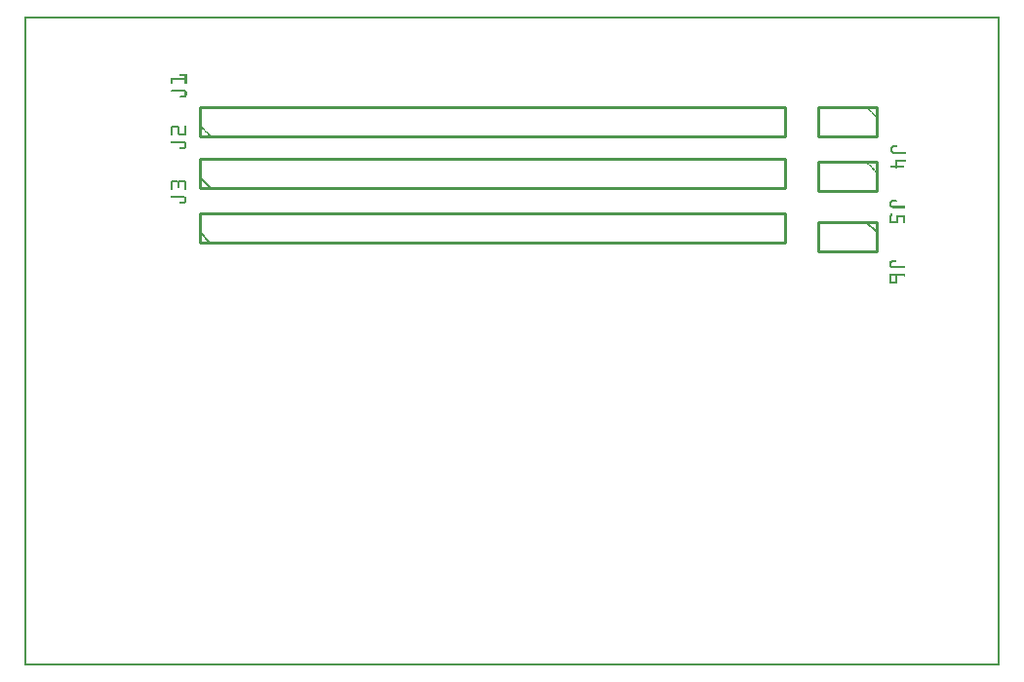
<source format=gto>
G04 MADE WITH FRITZING*
G04 WWW.FRITZING.ORG*
G04 DOUBLE SIDED*
G04 HOLES PLATED*
G04 CONTOUR ON CENTER OF CONTOUR VECTOR*
%ASAXBY*%
%FSLAX23Y23*%
%MOIN*%
%OFA0B0*%
%SFA1.0B1.0*%
%ADD10C,0.010000*%
%ADD11C,0.005000*%
%ADD12R,0.001000X0.001000*%
%LNSILK1*%
G90*
G70*
G54D10*
X601Y1812D02*
X2601Y1812D01*
D02*
X2601Y1812D02*
X2601Y1912D01*
D02*
X2601Y1912D02*
X601Y1912D01*
D02*
X601Y1912D02*
X601Y1812D01*
D02*
X600Y1636D02*
X2600Y1636D01*
D02*
X2600Y1636D02*
X2600Y1736D01*
D02*
X2600Y1736D02*
X600Y1736D01*
D02*
X600Y1736D02*
X600Y1636D01*
G54D11*
D02*
X635Y1636D02*
X600Y1671D01*
G54D10*
D02*
X599Y1449D02*
X2599Y1449D01*
D02*
X2599Y1449D02*
X2599Y1549D01*
D02*
X2599Y1549D02*
X599Y1549D01*
D02*
X599Y1549D02*
X599Y1449D01*
G54D11*
D02*
X634Y1449D02*
X599Y1484D01*
G54D10*
D02*
X2914Y1911D02*
X2714Y1911D01*
D02*
X2714Y1911D02*
X2714Y1811D01*
D02*
X2714Y1811D02*
X2914Y1811D01*
D02*
X2914Y1811D02*
X2914Y1911D01*
D02*
X2912Y1725D02*
X2712Y1725D01*
D02*
X2712Y1725D02*
X2712Y1625D01*
D02*
X2712Y1625D02*
X2912Y1625D01*
D02*
X2912Y1625D02*
X2912Y1725D01*
D02*
X2912Y1519D02*
X2712Y1519D01*
D02*
X2712Y1519D02*
X2712Y1419D01*
D02*
X2712Y1419D02*
X2912Y1419D01*
D02*
X2912Y1419D02*
X2912Y1519D01*
G54D11*
D02*
X2877Y1519D02*
X2912Y1484D01*
G54D12*
X0Y2222D02*
X3332Y2222D01*
X0Y2221D02*
X3332Y2221D01*
X0Y2220D02*
X3332Y2220D01*
X0Y2219D02*
X3332Y2219D01*
X0Y2218D02*
X3332Y2218D01*
X0Y2217D02*
X3332Y2217D01*
X0Y2216D02*
X3332Y2216D01*
X0Y2215D02*
X3332Y2215D01*
X0Y2214D02*
X7Y2214D01*
X3325Y2214D02*
X3332Y2214D01*
X0Y2213D02*
X7Y2213D01*
X3325Y2213D02*
X3332Y2213D01*
X0Y2212D02*
X7Y2212D01*
X3325Y2212D02*
X3332Y2212D01*
X0Y2211D02*
X7Y2211D01*
X3325Y2211D02*
X3332Y2211D01*
X0Y2210D02*
X7Y2210D01*
X3325Y2210D02*
X3332Y2210D01*
X0Y2209D02*
X7Y2209D01*
X3325Y2209D02*
X3332Y2209D01*
X0Y2208D02*
X7Y2208D01*
X3325Y2208D02*
X3332Y2208D01*
X0Y2207D02*
X7Y2207D01*
X3325Y2207D02*
X3332Y2207D01*
X0Y2206D02*
X7Y2206D01*
X3325Y2206D02*
X3332Y2206D01*
X0Y2205D02*
X7Y2205D01*
X3325Y2205D02*
X3332Y2205D01*
X0Y2204D02*
X7Y2204D01*
X3325Y2204D02*
X3332Y2204D01*
X0Y2203D02*
X7Y2203D01*
X3325Y2203D02*
X3332Y2203D01*
X0Y2202D02*
X7Y2202D01*
X3325Y2202D02*
X3332Y2202D01*
X0Y2201D02*
X7Y2201D01*
X3325Y2201D02*
X3332Y2201D01*
X0Y2200D02*
X7Y2200D01*
X3325Y2200D02*
X3332Y2200D01*
X0Y2199D02*
X7Y2199D01*
X3325Y2199D02*
X3332Y2199D01*
X0Y2198D02*
X7Y2198D01*
X3325Y2198D02*
X3332Y2198D01*
X0Y2197D02*
X7Y2197D01*
X3325Y2197D02*
X3332Y2197D01*
X0Y2196D02*
X7Y2196D01*
X3325Y2196D02*
X3332Y2196D01*
X0Y2195D02*
X7Y2195D01*
X3325Y2195D02*
X3332Y2195D01*
X0Y2194D02*
X7Y2194D01*
X3325Y2194D02*
X3332Y2194D01*
X0Y2193D02*
X7Y2193D01*
X3325Y2193D02*
X3332Y2193D01*
X0Y2192D02*
X7Y2192D01*
X3325Y2192D02*
X3332Y2192D01*
X0Y2191D02*
X7Y2191D01*
X3325Y2191D02*
X3332Y2191D01*
X0Y2190D02*
X7Y2190D01*
X3325Y2190D02*
X3332Y2190D01*
X0Y2189D02*
X7Y2189D01*
X3325Y2189D02*
X3332Y2189D01*
X0Y2188D02*
X7Y2188D01*
X3325Y2188D02*
X3332Y2188D01*
X0Y2187D02*
X7Y2187D01*
X3325Y2187D02*
X3332Y2187D01*
X0Y2186D02*
X7Y2186D01*
X3325Y2186D02*
X3332Y2186D01*
X0Y2185D02*
X7Y2185D01*
X3325Y2185D02*
X3332Y2185D01*
X0Y2184D02*
X7Y2184D01*
X3325Y2184D02*
X3332Y2184D01*
X0Y2183D02*
X7Y2183D01*
X3325Y2183D02*
X3332Y2183D01*
X0Y2182D02*
X7Y2182D01*
X3325Y2182D02*
X3332Y2182D01*
X0Y2181D02*
X7Y2181D01*
X3325Y2181D02*
X3332Y2181D01*
X0Y2180D02*
X7Y2180D01*
X3325Y2180D02*
X3332Y2180D01*
X0Y2179D02*
X7Y2179D01*
X3325Y2179D02*
X3332Y2179D01*
X0Y2178D02*
X7Y2178D01*
X3325Y2178D02*
X3332Y2178D01*
X0Y2177D02*
X7Y2177D01*
X3325Y2177D02*
X3332Y2177D01*
X0Y2176D02*
X7Y2176D01*
X3325Y2176D02*
X3332Y2176D01*
X0Y2175D02*
X7Y2175D01*
X3325Y2175D02*
X3332Y2175D01*
X0Y2174D02*
X7Y2174D01*
X3325Y2174D02*
X3332Y2174D01*
X0Y2173D02*
X7Y2173D01*
X3325Y2173D02*
X3332Y2173D01*
X0Y2172D02*
X7Y2172D01*
X3325Y2172D02*
X3332Y2172D01*
X0Y2171D02*
X7Y2171D01*
X3325Y2171D02*
X3332Y2171D01*
X0Y2170D02*
X7Y2170D01*
X3325Y2170D02*
X3332Y2170D01*
X0Y2169D02*
X7Y2169D01*
X3325Y2169D02*
X3332Y2169D01*
X0Y2168D02*
X7Y2168D01*
X3325Y2168D02*
X3332Y2168D01*
X0Y2167D02*
X7Y2167D01*
X3325Y2167D02*
X3332Y2167D01*
X0Y2166D02*
X7Y2166D01*
X3325Y2166D02*
X3332Y2166D01*
X0Y2165D02*
X7Y2165D01*
X3325Y2165D02*
X3332Y2165D01*
X0Y2164D02*
X7Y2164D01*
X3325Y2164D02*
X3332Y2164D01*
X0Y2163D02*
X7Y2163D01*
X3325Y2163D02*
X3332Y2163D01*
X0Y2162D02*
X7Y2162D01*
X3325Y2162D02*
X3332Y2162D01*
X0Y2161D02*
X7Y2161D01*
X3325Y2161D02*
X3332Y2161D01*
X0Y2160D02*
X7Y2160D01*
X3325Y2160D02*
X3332Y2160D01*
X0Y2159D02*
X7Y2159D01*
X3325Y2159D02*
X3332Y2159D01*
X0Y2158D02*
X7Y2158D01*
X3325Y2158D02*
X3332Y2158D01*
X0Y2157D02*
X7Y2157D01*
X3325Y2157D02*
X3332Y2157D01*
X0Y2156D02*
X7Y2156D01*
X3325Y2156D02*
X3332Y2156D01*
X0Y2155D02*
X7Y2155D01*
X3325Y2155D02*
X3332Y2155D01*
X0Y2154D02*
X7Y2154D01*
X3325Y2154D02*
X3332Y2154D01*
X0Y2153D02*
X7Y2153D01*
X3325Y2153D02*
X3332Y2153D01*
X0Y2152D02*
X7Y2152D01*
X3325Y2152D02*
X3332Y2152D01*
X0Y2151D02*
X7Y2151D01*
X3325Y2151D02*
X3332Y2151D01*
X0Y2150D02*
X7Y2150D01*
X3325Y2150D02*
X3332Y2150D01*
X0Y2149D02*
X7Y2149D01*
X3325Y2149D02*
X3332Y2149D01*
X0Y2148D02*
X7Y2148D01*
X3325Y2148D02*
X3332Y2148D01*
X0Y2147D02*
X7Y2147D01*
X3325Y2147D02*
X3332Y2147D01*
X0Y2146D02*
X7Y2146D01*
X3325Y2146D02*
X3332Y2146D01*
X0Y2145D02*
X7Y2145D01*
X3325Y2145D02*
X3332Y2145D01*
X0Y2144D02*
X7Y2144D01*
X3325Y2144D02*
X3332Y2144D01*
X0Y2143D02*
X7Y2143D01*
X3325Y2143D02*
X3332Y2143D01*
X0Y2142D02*
X7Y2142D01*
X3325Y2142D02*
X3332Y2142D01*
X0Y2141D02*
X7Y2141D01*
X3325Y2141D02*
X3332Y2141D01*
X0Y2140D02*
X7Y2140D01*
X3325Y2140D02*
X3332Y2140D01*
X0Y2139D02*
X7Y2139D01*
X3325Y2139D02*
X3332Y2139D01*
X0Y2138D02*
X7Y2138D01*
X3325Y2138D02*
X3332Y2138D01*
X0Y2137D02*
X7Y2137D01*
X3325Y2137D02*
X3332Y2137D01*
X0Y2136D02*
X7Y2136D01*
X3325Y2136D02*
X3332Y2136D01*
X0Y2135D02*
X7Y2135D01*
X3325Y2135D02*
X3332Y2135D01*
X0Y2134D02*
X7Y2134D01*
X3325Y2134D02*
X3332Y2134D01*
X0Y2133D02*
X7Y2133D01*
X3325Y2133D02*
X3332Y2133D01*
X0Y2132D02*
X7Y2132D01*
X3325Y2132D02*
X3332Y2132D01*
X0Y2131D02*
X7Y2131D01*
X3325Y2131D02*
X3332Y2131D01*
X0Y2130D02*
X7Y2130D01*
X3325Y2130D02*
X3332Y2130D01*
X0Y2129D02*
X7Y2129D01*
X3325Y2129D02*
X3332Y2129D01*
X0Y2128D02*
X7Y2128D01*
X3325Y2128D02*
X3332Y2128D01*
X0Y2127D02*
X7Y2127D01*
X3325Y2127D02*
X3332Y2127D01*
X0Y2126D02*
X7Y2126D01*
X3325Y2126D02*
X3332Y2126D01*
X0Y2125D02*
X7Y2125D01*
X3325Y2125D02*
X3332Y2125D01*
X0Y2124D02*
X7Y2124D01*
X3325Y2124D02*
X3332Y2124D01*
X0Y2123D02*
X7Y2123D01*
X3325Y2123D02*
X3332Y2123D01*
X0Y2122D02*
X7Y2122D01*
X3325Y2122D02*
X3332Y2122D01*
X0Y2121D02*
X7Y2121D01*
X3325Y2121D02*
X3332Y2121D01*
X0Y2120D02*
X7Y2120D01*
X3325Y2120D02*
X3332Y2120D01*
X0Y2119D02*
X7Y2119D01*
X3325Y2119D02*
X3332Y2119D01*
X0Y2118D02*
X7Y2118D01*
X3325Y2118D02*
X3332Y2118D01*
X0Y2117D02*
X7Y2117D01*
X3325Y2117D02*
X3332Y2117D01*
X0Y2116D02*
X7Y2116D01*
X3325Y2116D02*
X3332Y2116D01*
X0Y2115D02*
X7Y2115D01*
X3325Y2115D02*
X3332Y2115D01*
X0Y2114D02*
X7Y2114D01*
X3325Y2114D02*
X3332Y2114D01*
X0Y2113D02*
X7Y2113D01*
X3325Y2113D02*
X3332Y2113D01*
X0Y2112D02*
X7Y2112D01*
X3325Y2112D02*
X3332Y2112D01*
X0Y2111D02*
X7Y2111D01*
X3325Y2111D02*
X3332Y2111D01*
X0Y2110D02*
X7Y2110D01*
X3325Y2110D02*
X3332Y2110D01*
X0Y2109D02*
X7Y2109D01*
X3325Y2109D02*
X3332Y2109D01*
X0Y2108D02*
X7Y2108D01*
X3325Y2108D02*
X3332Y2108D01*
X0Y2107D02*
X7Y2107D01*
X3325Y2107D02*
X3332Y2107D01*
X0Y2106D02*
X7Y2106D01*
X3325Y2106D02*
X3332Y2106D01*
X0Y2105D02*
X7Y2105D01*
X3325Y2105D02*
X3332Y2105D01*
X0Y2104D02*
X7Y2104D01*
X3325Y2104D02*
X3332Y2104D01*
X0Y2103D02*
X7Y2103D01*
X3325Y2103D02*
X3332Y2103D01*
X0Y2102D02*
X7Y2102D01*
X3325Y2102D02*
X3332Y2102D01*
X0Y2101D02*
X7Y2101D01*
X3325Y2101D02*
X3332Y2101D01*
X0Y2100D02*
X7Y2100D01*
X3325Y2100D02*
X3332Y2100D01*
X0Y2099D02*
X7Y2099D01*
X3325Y2099D02*
X3332Y2099D01*
X0Y2098D02*
X7Y2098D01*
X3325Y2098D02*
X3332Y2098D01*
X0Y2097D02*
X7Y2097D01*
X3325Y2097D02*
X3332Y2097D01*
X0Y2096D02*
X7Y2096D01*
X3325Y2096D02*
X3332Y2096D01*
X0Y2095D02*
X7Y2095D01*
X3325Y2095D02*
X3332Y2095D01*
X0Y2094D02*
X7Y2094D01*
X3325Y2094D02*
X3332Y2094D01*
X0Y2093D02*
X7Y2093D01*
X3325Y2093D02*
X3332Y2093D01*
X0Y2092D02*
X7Y2092D01*
X3325Y2092D02*
X3332Y2092D01*
X0Y2091D02*
X7Y2091D01*
X3325Y2091D02*
X3332Y2091D01*
X0Y2090D02*
X7Y2090D01*
X3325Y2090D02*
X3332Y2090D01*
X0Y2089D02*
X7Y2089D01*
X3325Y2089D02*
X3332Y2089D01*
X0Y2088D02*
X7Y2088D01*
X3325Y2088D02*
X3332Y2088D01*
X0Y2087D02*
X7Y2087D01*
X3325Y2087D02*
X3332Y2087D01*
X0Y2086D02*
X7Y2086D01*
X3325Y2086D02*
X3332Y2086D01*
X0Y2085D02*
X7Y2085D01*
X3325Y2085D02*
X3332Y2085D01*
X0Y2084D02*
X7Y2084D01*
X3325Y2084D02*
X3332Y2084D01*
X0Y2083D02*
X7Y2083D01*
X3325Y2083D02*
X3332Y2083D01*
X0Y2082D02*
X7Y2082D01*
X3325Y2082D02*
X3332Y2082D01*
X0Y2081D02*
X7Y2081D01*
X3325Y2081D02*
X3332Y2081D01*
X0Y2080D02*
X7Y2080D01*
X3325Y2080D02*
X3332Y2080D01*
X0Y2079D02*
X7Y2079D01*
X3325Y2079D02*
X3332Y2079D01*
X0Y2078D02*
X7Y2078D01*
X3325Y2078D02*
X3332Y2078D01*
X0Y2077D02*
X7Y2077D01*
X3325Y2077D02*
X3332Y2077D01*
X0Y2076D02*
X7Y2076D01*
X3325Y2076D02*
X3332Y2076D01*
X0Y2075D02*
X7Y2075D01*
X3325Y2075D02*
X3332Y2075D01*
X0Y2074D02*
X7Y2074D01*
X3325Y2074D02*
X3332Y2074D01*
X0Y2073D02*
X7Y2073D01*
X3325Y2073D02*
X3332Y2073D01*
X0Y2072D02*
X7Y2072D01*
X3325Y2072D02*
X3332Y2072D01*
X0Y2071D02*
X7Y2071D01*
X3325Y2071D02*
X3332Y2071D01*
X0Y2070D02*
X7Y2070D01*
X3325Y2070D02*
X3332Y2070D01*
X0Y2069D02*
X7Y2069D01*
X3325Y2069D02*
X3332Y2069D01*
X0Y2068D02*
X7Y2068D01*
X3325Y2068D02*
X3332Y2068D01*
X0Y2067D02*
X7Y2067D01*
X3325Y2067D02*
X3332Y2067D01*
X0Y2066D02*
X7Y2066D01*
X3325Y2066D02*
X3332Y2066D01*
X0Y2065D02*
X7Y2065D01*
X3325Y2065D02*
X3332Y2065D01*
X0Y2064D02*
X7Y2064D01*
X3325Y2064D02*
X3332Y2064D01*
X0Y2063D02*
X7Y2063D01*
X3325Y2063D02*
X3332Y2063D01*
X0Y2062D02*
X7Y2062D01*
X3325Y2062D02*
X3332Y2062D01*
X0Y2061D02*
X7Y2061D01*
X3325Y2061D02*
X3332Y2061D01*
X0Y2060D02*
X7Y2060D01*
X3325Y2060D02*
X3332Y2060D01*
X0Y2059D02*
X7Y2059D01*
X3325Y2059D02*
X3332Y2059D01*
X0Y2058D02*
X7Y2058D01*
X3325Y2058D02*
X3332Y2058D01*
X0Y2057D02*
X7Y2057D01*
X3325Y2057D02*
X3332Y2057D01*
X0Y2056D02*
X7Y2056D01*
X3325Y2056D02*
X3332Y2056D01*
X0Y2055D02*
X7Y2055D01*
X3325Y2055D02*
X3332Y2055D01*
X0Y2054D02*
X7Y2054D01*
X3325Y2054D02*
X3332Y2054D01*
X0Y2053D02*
X7Y2053D01*
X3325Y2053D02*
X3332Y2053D01*
X0Y2052D02*
X7Y2052D01*
X3325Y2052D02*
X3332Y2052D01*
X0Y2051D02*
X7Y2051D01*
X3325Y2051D02*
X3332Y2051D01*
X0Y2050D02*
X7Y2050D01*
X3325Y2050D02*
X3332Y2050D01*
X0Y2049D02*
X7Y2049D01*
X3325Y2049D02*
X3332Y2049D01*
X0Y2048D02*
X7Y2048D01*
X3325Y2048D02*
X3332Y2048D01*
X0Y2047D02*
X7Y2047D01*
X3325Y2047D02*
X3332Y2047D01*
X0Y2046D02*
X7Y2046D01*
X3325Y2046D02*
X3332Y2046D01*
X0Y2045D02*
X7Y2045D01*
X3325Y2045D02*
X3332Y2045D01*
X0Y2044D02*
X7Y2044D01*
X3325Y2044D02*
X3332Y2044D01*
X0Y2043D02*
X7Y2043D01*
X3325Y2043D02*
X3332Y2043D01*
X0Y2042D02*
X7Y2042D01*
X3325Y2042D02*
X3332Y2042D01*
X0Y2041D02*
X7Y2041D01*
X3325Y2041D02*
X3332Y2041D01*
X0Y2040D02*
X7Y2040D01*
X3325Y2040D02*
X3332Y2040D01*
X0Y2039D02*
X7Y2039D01*
X3325Y2039D02*
X3332Y2039D01*
X0Y2038D02*
X7Y2038D01*
X3325Y2038D02*
X3332Y2038D01*
X0Y2037D02*
X7Y2037D01*
X3325Y2037D02*
X3332Y2037D01*
X0Y2036D02*
X7Y2036D01*
X3325Y2036D02*
X3332Y2036D01*
X0Y2035D02*
X7Y2035D01*
X3325Y2035D02*
X3332Y2035D01*
X0Y2034D02*
X7Y2034D01*
X3325Y2034D02*
X3332Y2034D01*
X0Y2033D02*
X7Y2033D01*
X3325Y2033D02*
X3332Y2033D01*
X0Y2032D02*
X7Y2032D01*
X3325Y2032D02*
X3332Y2032D01*
X0Y2031D02*
X7Y2031D01*
X3325Y2031D02*
X3332Y2031D01*
X0Y2030D02*
X7Y2030D01*
X3325Y2030D02*
X3332Y2030D01*
X0Y2029D02*
X7Y2029D01*
X3325Y2029D02*
X3332Y2029D01*
X0Y2028D02*
X7Y2028D01*
X3325Y2028D02*
X3332Y2028D01*
X0Y2027D02*
X7Y2027D01*
X3325Y2027D02*
X3332Y2027D01*
X0Y2026D02*
X7Y2026D01*
X3325Y2026D02*
X3332Y2026D01*
X0Y2025D02*
X7Y2025D01*
X3325Y2025D02*
X3332Y2025D01*
X0Y2024D02*
X7Y2024D01*
X532Y2024D02*
X553Y2024D01*
X3325Y2024D02*
X3332Y2024D01*
X0Y2023D02*
X7Y2023D01*
X531Y2023D02*
X554Y2023D01*
X3325Y2023D02*
X3332Y2023D01*
X0Y2022D02*
X7Y2022D01*
X531Y2022D02*
X554Y2022D01*
X3325Y2022D02*
X3332Y2022D01*
X0Y2021D02*
X7Y2021D01*
X531Y2021D02*
X554Y2021D01*
X3325Y2021D02*
X3332Y2021D01*
X0Y2020D02*
X7Y2020D01*
X531Y2020D02*
X554Y2020D01*
X3325Y2020D02*
X3332Y2020D01*
X0Y2019D02*
X7Y2019D01*
X531Y2019D02*
X554Y2019D01*
X3325Y2019D02*
X3332Y2019D01*
X0Y2018D02*
X7Y2018D01*
X533Y2018D02*
X554Y2018D01*
X3325Y2018D02*
X3332Y2018D01*
X0Y2017D02*
X7Y2017D01*
X548Y2017D02*
X554Y2017D01*
X3325Y2017D02*
X3332Y2017D01*
X0Y2016D02*
X7Y2016D01*
X548Y2016D02*
X554Y2016D01*
X3325Y2016D02*
X3332Y2016D01*
X0Y2015D02*
X7Y2015D01*
X548Y2015D02*
X554Y2015D01*
X3325Y2015D02*
X3332Y2015D01*
X0Y2014D02*
X7Y2014D01*
X548Y2014D02*
X554Y2014D01*
X3325Y2014D02*
X3332Y2014D01*
X0Y2013D02*
X7Y2013D01*
X548Y2013D02*
X554Y2013D01*
X3325Y2013D02*
X3332Y2013D01*
X0Y2012D02*
X7Y2012D01*
X548Y2012D02*
X554Y2012D01*
X3325Y2012D02*
X3332Y2012D01*
X0Y2011D02*
X7Y2011D01*
X548Y2011D02*
X554Y2011D01*
X3325Y2011D02*
X3332Y2011D01*
X0Y2010D02*
X7Y2010D01*
X501Y2010D02*
X554Y2010D01*
X3325Y2010D02*
X3332Y2010D01*
X0Y2009D02*
X7Y2009D01*
X501Y2009D02*
X554Y2009D01*
X3325Y2009D02*
X3332Y2009D01*
X0Y2008D02*
X7Y2008D01*
X501Y2008D02*
X554Y2008D01*
X3325Y2008D02*
X3332Y2008D01*
X0Y2007D02*
X7Y2007D01*
X501Y2007D02*
X554Y2007D01*
X3325Y2007D02*
X3332Y2007D01*
X0Y2006D02*
X7Y2006D01*
X501Y2006D02*
X554Y2006D01*
X3325Y2006D02*
X3332Y2006D01*
X0Y2005D02*
X7Y2005D01*
X501Y2005D02*
X554Y2005D01*
X3325Y2005D02*
X3332Y2005D01*
X0Y2004D02*
X7Y2004D01*
X501Y2004D02*
X554Y2004D01*
X3325Y2004D02*
X3332Y2004D01*
X0Y2003D02*
X7Y2003D01*
X501Y2003D02*
X507Y2003D01*
X548Y2003D02*
X554Y2003D01*
X3325Y2003D02*
X3332Y2003D01*
X0Y2002D02*
X7Y2002D01*
X501Y2002D02*
X507Y2002D01*
X548Y2002D02*
X554Y2002D01*
X3325Y2002D02*
X3332Y2002D01*
X0Y2001D02*
X7Y2001D01*
X501Y2001D02*
X507Y2001D01*
X548Y2001D02*
X554Y2001D01*
X3325Y2001D02*
X3332Y2001D01*
X0Y2000D02*
X7Y2000D01*
X501Y2000D02*
X507Y2000D01*
X548Y2000D02*
X554Y2000D01*
X3325Y2000D02*
X3332Y2000D01*
X0Y1999D02*
X7Y1999D01*
X501Y1999D02*
X507Y1999D01*
X548Y1999D02*
X554Y1999D01*
X3325Y1999D02*
X3332Y1999D01*
X0Y1998D02*
X7Y1998D01*
X501Y1998D02*
X507Y1998D01*
X548Y1998D02*
X554Y1998D01*
X3325Y1998D02*
X3332Y1998D01*
X0Y1997D02*
X7Y1997D01*
X501Y1997D02*
X507Y1997D01*
X548Y1997D02*
X554Y1997D01*
X3325Y1997D02*
X3332Y1997D01*
X0Y1996D02*
X7Y1996D01*
X501Y1996D02*
X507Y1996D01*
X548Y1996D02*
X554Y1996D01*
X3325Y1996D02*
X3332Y1996D01*
X0Y1995D02*
X7Y1995D01*
X501Y1995D02*
X507Y1995D01*
X548Y1995D02*
X554Y1995D01*
X3325Y1995D02*
X3332Y1995D01*
X0Y1994D02*
X7Y1994D01*
X501Y1994D02*
X507Y1994D01*
X548Y1994D02*
X554Y1994D01*
X3325Y1994D02*
X3332Y1994D01*
X0Y1993D02*
X7Y1993D01*
X501Y1993D02*
X507Y1993D01*
X548Y1993D02*
X554Y1993D01*
X3325Y1993D02*
X3332Y1993D01*
X0Y1992D02*
X7Y1992D01*
X502Y1992D02*
X507Y1992D01*
X549Y1992D02*
X554Y1992D01*
X3325Y1992D02*
X3332Y1992D01*
X0Y1991D02*
X7Y1991D01*
X502Y1991D02*
X506Y1991D01*
X550Y1991D02*
X553Y1991D01*
X3325Y1991D02*
X3332Y1991D01*
X0Y1990D02*
X7Y1990D01*
X3325Y1990D02*
X3332Y1990D01*
X0Y1989D02*
X7Y1989D01*
X3325Y1989D02*
X3332Y1989D01*
X0Y1988D02*
X7Y1988D01*
X3325Y1988D02*
X3332Y1988D01*
X0Y1987D02*
X7Y1987D01*
X3325Y1987D02*
X3332Y1987D01*
X0Y1986D02*
X7Y1986D01*
X3325Y1986D02*
X3332Y1986D01*
X0Y1985D02*
X7Y1985D01*
X3325Y1985D02*
X3332Y1985D01*
X0Y1984D02*
X7Y1984D01*
X3325Y1984D02*
X3332Y1984D01*
X0Y1983D02*
X7Y1983D01*
X3325Y1983D02*
X3332Y1983D01*
X0Y1982D02*
X7Y1982D01*
X3325Y1982D02*
X3332Y1982D01*
X0Y1981D02*
X7Y1981D01*
X3325Y1981D02*
X3332Y1981D01*
X0Y1980D02*
X7Y1980D01*
X3325Y1980D02*
X3332Y1980D01*
X0Y1979D02*
X7Y1979D01*
X3325Y1979D02*
X3332Y1979D01*
X0Y1978D02*
X7Y1978D01*
X3325Y1978D02*
X3332Y1978D01*
X0Y1977D02*
X7Y1977D01*
X3325Y1977D02*
X3332Y1977D01*
X0Y1976D02*
X7Y1976D01*
X3325Y1976D02*
X3332Y1976D01*
X0Y1975D02*
X7Y1975D01*
X3325Y1975D02*
X3332Y1975D01*
X0Y1974D02*
X7Y1974D01*
X3325Y1974D02*
X3332Y1974D01*
X0Y1973D02*
X7Y1973D01*
X3325Y1973D02*
X3332Y1973D01*
X0Y1972D02*
X7Y1972D01*
X3325Y1972D02*
X3332Y1972D01*
X0Y1971D02*
X7Y1971D01*
X504Y1971D02*
X546Y1971D01*
X3325Y1971D02*
X3332Y1971D01*
X0Y1970D02*
X7Y1970D01*
X502Y1970D02*
X549Y1970D01*
X3325Y1970D02*
X3332Y1970D01*
X0Y1969D02*
X7Y1969D01*
X501Y1969D02*
X550Y1969D01*
X3325Y1969D02*
X3332Y1969D01*
X0Y1968D02*
X7Y1968D01*
X501Y1968D02*
X551Y1968D01*
X3325Y1968D02*
X3332Y1968D01*
X0Y1967D02*
X7Y1967D01*
X501Y1967D02*
X552Y1967D01*
X3325Y1967D02*
X3332Y1967D01*
X0Y1966D02*
X7Y1966D01*
X502Y1966D02*
X553Y1966D01*
X3325Y1966D02*
X3332Y1966D01*
X0Y1965D02*
X7Y1965D01*
X502Y1965D02*
X553Y1965D01*
X3325Y1965D02*
X3332Y1965D01*
X0Y1964D02*
X7Y1964D01*
X546Y1964D02*
X554Y1964D01*
X3325Y1964D02*
X3332Y1964D01*
X0Y1963D02*
X7Y1963D01*
X547Y1963D02*
X554Y1963D01*
X3325Y1963D02*
X3332Y1963D01*
X0Y1962D02*
X7Y1962D01*
X548Y1962D02*
X554Y1962D01*
X3325Y1962D02*
X3332Y1962D01*
X0Y1961D02*
X7Y1961D01*
X548Y1961D02*
X554Y1961D01*
X3325Y1961D02*
X3332Y1961D01*
X0Y1960D02*
X7Y1960D01*
X548Y1960D02*
X554Y1960D01*
X3325Y1960D02*
X3332Y1960D01*
X0Y1959D02*
X7Y1959D01*
X548Y1959D02*
X554Y1959D01*
X3325Y1959D02*
X3332Y1959D01*
X0Y1958D02*
X7Y1958D01*
X548Y1958D02*
X554Y1958D01*
X3325Y1958D02*
X3332Y1958D01*
X0Y1957D02*
X7Y1957D01*
X548Y1957D02*
X554Y1957D01*
X3325Y1957D02*
X3332Y1957D01*
X0Y1956D02*
X7Y1956D01*
X548Y1956D02*
X554Y1956D01*
X3325Y1956D02*
X3332Y1956D01*
X0Y1955D02*
X7Y1955D01*
X548Y1955D02*
X554Y1955D01*
X3325Y1955D02*
X3332Y1955D01*
X0Y1954D02*
X7Y1954D01*
X548Y1954D02*
X554Y1954D01*
X3325Y1954D02*
X3332Y1954D01*
X0Y1953D02*
X7Y1953D01*
X548Y1953D02*
X554Y1953D01*
X3325Y1953D02*
X3332Y1953D01*
X0Y1952D02*
X7Y1952D01*
X548Y1952D02*
X554Y1952D01*
X3325Y1952D02*
X3332Y1952D01*
X0Y1951D02*
X7Y1951D01*
X546Y1951D02*
X554Y1951D01*
X3325Y1951D02*
X3332Y1951D01*
X0Y1950D02*
X7Y1950D01*
X532Y1950D02*
X553Y1950D01*
X3325Y1950D02*
X3332Y1950D01*
X0Y1949D02*
X7Y1949D01*
X531Y1949D02*
X553Y1949D01*
X3325Y1949D02*
X3332Y1949D01*
X0Y1948D02*
X7Y1948D01*
X531Y1948D02*
X552Y1948D01*
X3325Y1948D02*
X3332Y1948D01*
X0Y1947D02*
X7Y1947D01*
X531Y1947D02*
X552Y1947D01*
X3325Y1947D02*
X3332Y1947D01*
X0Y1946D02*
X7Y1946D01*
X531Y1946D02*
X550Y1946D01*
X3325Y1946D02*
X3332Y1946D01*
X0Y1945D02*
X7Y1945D01*
X531Y1945D02*
X549Y1945D01*
X3325Y1945D02*
X3332Y1945D01*
X0Y1944D02*
X7Y1944D01*
X532Y1944D02*
X547Y1944D01*
X3325Y1944D02*
X3332Y1944D01*
X0Y1943D02*
X7Y1943D01*
X3325Y1943D02*
X3332Y1943D01*
X0Y1942D02*
X7Y1942D01*
X3325Y1942D02*
X3332Y1942D01*
X0Y1941D02*
X7Y1941D01*
X3325Y1941D02*
X3332Y1941D01*
X0Y1940D02*
X7Y1940D01*
X3325Y1940D02*
X3332Y1940D01*
X0Y1939D02*
X7Y1939D01*
X3325Y1939D02*
X3332Y1939D01*
X0Y1938D02*
X7Y1938D01*
X3325Y1938D02*
X3332Y1938D01*
X0Y1937D02*
X7Y1937D01*
X3325Y1937D02*
X3332Y1937D01*
X0Y1936D02*
X7Y1936D01*
X3325Y1936D02*
X3332Y1936D01*
X0Y1935D02*
X7Y1935D01*
X3325Y1935D02*
X3332Y1935D01*
X0Y1934D02*
X7Y1934D01*
X3325Y1934D02*
X3332Y1934D01*
X0Y1933D02*
X7Y1933D01*
X3325Y1933D02*
X3332Y1933D01*
X0Y1932D02*
X7Y1932D01*
X3325Y1932D02*
X3332Y1932D01*
X0Y1931D02*
X7Y1931D01*
X3325Y1931D02*
X3332Y1931D01*
X0Y1930D02*
X7Y1930D01*
X3325Y1930D02*
X3332Y1930D01*
X0Y1929D02*
X7Y1929D01*
X3325Y1929D02*
X3332Y1929D01*
X0Y1928D02*
X7Y1928D01*
X3325Y1928D02*
X3332Y1928D01*
X0Y1927D02*
X7Y1927D01*
X3325Y1927D02*
X3332Y1927D01*
X0Y1926D02*
X7Y1926D01*
X3325Y1926D02*
X3332Y1926D01*
X0Y1925D02*
X7Y1925D01*
X3325Y1925D02*
X3332Y1925D01*
X0Y1924D02*
X7Y1924D01*
X3325Y1924D02*
X3332Y1924D01*
X0Y1923D02*
X7Y1923D01*
X3325Y1923D02*
X3332Y1923D01*
X0Y1922D02*
X7Y1922D01*
X3325Y1922D02*
X3332Y1922D01*
X0Y1921D02*
X7Y1921D01*
X3325Y1921D02*
X3332Y1921D01*
X0Y1920D02*
X7Y1920D01*
X3325Y1920D02*
X3332Y1920D01*
X0Y1919D02*
X7Y1919D01*
X3325Y1919D02*
X3332Y1919D01*
X0Y1918D02*
X7Y1918D01*
X3325Y1918D02*
X3332Y1918D01*
X0Y1917D02*
X7Y1917D01*
X3325Y1917D02*
X3332Y1917D01*
X0Y1916D02*
X7Y1916D01*
X3325Y1916D02*
X3332Y1916D01*
X0Y1915D02*
X7Y1915D01*
X3325Y1915D02*
X3332Y1915D01*
X0Y1914D02*
X7Y1914D01*
X3325Y1914D02*
X3332Y1914D01*
X0Y1913D02*
X7Y1913D01*
X2880Y1913D02*
X2880Y1913D01*
X3325Y1913D02*
X3332Y1913D01*
X0Y1912D02*
X7Y1912D01*
X2879Y1912D02*
X2881Y1912D01*
X3325Y1912D02*
X3332Y1912D01*
X0Y1911D02*
X7Y1911D01*
X2878Y1911D02*
X2882Y1911D01*
X3325Y1911D02*
X3332Y1911D01*
X0Y1910D02*
X7Y1910D01*
X2878Y1910D02*
X2883Y1910D01*
X3325Y1910D02*
X3332Y1910D01*
X0Y1909D02*
X7Y1909D01*
X2878Y1909D02*
X2884Y1909D01*
X3325Y1909D02*
X3332Y1909D01*
X0Y1908D02*
X7Y1908D01*
X2879Y1908D02*
X2885Y1908D01*
X3325Y1908D02*
X3332Y1908D01*
X0Y1907D02*
X7Y1907D01*
X2880Y1907D02*
X2886Y1907D01*
X3325Y1907D02*
X3332Y1907D01*
X0Y1906D02*
X7Y1906D01*
X2881Y1906D02*
X2887Y1906D01*
X3325Y1906D02*
X3332Y1906D01*
X0Y1905D02*
X7Y1905D01*
X2882Y1905D02*
X2888Y1905D01*
X3325Y1905D02*
X3332Y1905D01*
X0Y1904D02*
X7Y1904D01*
X2883Y1904D02*
X2889Y1904D01*
X3325Y1904D02*
X3332Y1904D01*
X0Y1903D02*
X7Y1903D01*
X2884Y1903D02*
X2890Y1903D01*
X3325Y1903D02*
X3332Y1903D01*
X0Y1902D02*
X7Y1902D01*
X2885Y1902D02*
X2891Y1902D01*
X3325Y1902D02*
X3332Y1902D01*
X0Y1901D02*
X7Y1901D01*
X2886Y1901D02*
X2892Y1901D01*
X3325Y1901D02*
X3332Y1901D01*
X0Y1900D02*
X7Y1900D01*
X2887Y1900D02*
X2893Y1900D01*
X3325Y1900D02*
X3332Y1900D01*
X0Y1899D02*
X7Y1899D01*
X2888Y1899D02*
X2894Y1899D01*
X3325Y1899D02*
X3332Y1899D01*
X0Y1898D02*
X7Y1898D01*
X2889Y1898D02*
X2895Y1898D01*
X3325Y1898D02*
X3332Y1898D01*
X0Y1897D02*
X7Y1897D01*
X2890Y1897D02*
X2896Y1897D01*
X3325Y1897D02*
X3332Y1897D01*
X0Y1896D02*
X7Y1896D01*
X2891Y1896D02*
X2897Y1896D01*
X3325Y1896D02*
X3332Y1896D01*
X0Y1895D02*
X7Y1895D01*
X2893Y1895D02*
X2898Y1895D01*
X3325Y1895D02*
X3332Y1895D01*
X0Y1894D02*
X7Y1894D01*
X2894Y1894D02*
X2899Y1894D01*
X3325Y1894D02*
X3332Y1894D01*
X0Y1893D02*
X7Y1893D01*
X2895Y1893D02*
X2900Y1893D01*
X3325Y1893D02*
X3332Y1893D01*
X0Y1892D02*
X7Y1892D01*
X2896Y1892D02*
X2901Y1892D01*
X3325Y1892D02*
X3332Y1892D01*
X0Y1891D02*
X7Y1891D01*
X2897Y1891D02*
X2902Y1891D01*
X3325Y1891D02*
X3332Y1891D01*
X0Y1890D02*
X7Y1890D01*
X2898Y1890D02*
X2903Y1890D01*
X3325Y1890D02*
X3332Y1890D01*
X0Y1889D02*
X7Y1889D01*
X2898Y1889D02*
X2904Y1889D01*
X3325Y1889D02*
X3332Y1889D01*
X0Y1888D02*
X7Y1888D01*
X2899Y1888D02*
X2905Y1888D01*
X3325Y1888D02*
X3332Y1888D01*
X0Y1887D02*
X7Y1887D01*
X2900Y1887D02*
X2906Y1887D01*
X3325Y1887D02*
X3332Y1887D01*
X0Y1886D02*
X7Y1886D01*
X2901Y1886D02*
X2907Y1886D01*
X3325Y1886D02*
X3332Y1886D01*
X0Y1885D02*
X7Y1885D01*
X2902Y1885D02*
X2908Y1885D01*
X3325Y1885D02*
X3332Y1885D01*
X0Y1884D02*
X7Y1884D01*
X2903Y1884D02*
X2909Y1884D01*
X3325Y1884D02*
X3332Y1884D01*
X0Y1883D02*
X7Y1883D01*
X2904Y1883D02*
X2910Y1883D01*
X3325Y1883D02*
X3332Y1883D01*
X0Y1882D02*
X7Y1882D01*
X2905Y1882D02*
X2911Y1882D01*
X3325Y1882D02*
X3332Y1882D01*
X0Y1881D02*
X7Y1881D01*
X2906Y1881D02*
X2912Y1881D01*
X3325Y1881D02*
X3332Y1881D01*
X0Y1880D02*
X7Y1880D01*
X2907Y1880D02*
X2913Y1880D01*
X3325Y1880D02*
X3332Y1880D01*
X0Y1879D02*
X7Y1879D01*
X2908Y1879D02*
X2914Y1879D01*
X3325Y1879D02*
X3332Y1879D01*
X0Y1878D02*
X7Y1878D01*
X2909Y1878D02*
X2914Y1878D01*
X3325Y1878D02*
X3332Y1878D01*
X0Y1877D02*
X7Y1877D01*
X2910Y1877D02*
X2913Y1877D01*
X3325Y1877D02*
X3332Y1877D01*
X0Y1876D02*
X7Y1876D01*
X2911Y1876D02*
X2912Y1876D01*
X3325Y1876D02*
X3332Y1876D01*
X0Y1875D02*
X7Y1875D01*
X3325Y1875D02*
X3332Y1875D01*
X0Y1874D02*
X7Y1874D01*
X3325Y1874D02*
X3332Y1874D01*
X0Y1873D02*
X7Y1873D01*
X3325Y1873D02*
X3332Y1873D01*
X0Y1872D02*
X7Y1872D01*
X3325Y1872D02*
X3332Y1872D01*
X0Y1871D02*
X7Y1871D01*
X3325Y1871D02*
X3332Y1871D01*
X0Y1870D02*
X7Y1870D01*
X3325Y1870D02*
X3332Y1870D01*
X0Y1869D02*
X7Y1869D01*
X3325Y1869D02*
X3332Y1869D01*
X0Y1868D02*
X7Y1868D01*
X3325Y1868D02*
X3332Y1868D01*
X0Y1867D02*
X7Y1867D01*
X3325Y1867D02*
X3332Y1867D01*
X0Y1866D02*
X7Y1866D01*
X3325Y1866D02*
X3332Y1866D01*
X0Y1865D02*
X7Y1865D01*
X3325Y1865D02*
X3332Y1865D01*
X0Y1864D02*
X7Y1864D01*
X3325Y1864D02*
X3332Y1864D01*
X0Y1863D02*
X7Y1863D01*
X3325Y1863D02*
X3332Y1863D01*
X0Y1862D02*
X7Y1862D01*
X3325Y1862D02*
X3332Y1862D01*
X0Y1861D02*
X7Y1861D01*
X3325Y1861D02*
X3332Y1861D01*
X0Y1860D02*
X7Y1860D01*
X3325Y1860D02*
X3332Y1860D01*
X0Y1859D02*
X7Y1859D01*
X3325Y1859D02*
X3332Y1859D01*
X0Y1858D02*
X7Y1858D01*
X3325Y1858D02*
X3332Y1858D01*
X0Y1857D02*
X7Y1857D01*
X3325Y1857D02*
X3332Y1857D01*
X0Y1856D02*
X7Y1856D01*
X3325Y1856D02*
X3332Y1856D01*
X0Y1855D02*
X7Y1855D01*
X3325Y1855D02*
X3332Y1855D01*
X0Y1854D02*
X7Y1854D01*
X3325Y1854D02*
X3332Y1854D01*
X0Y1853D02*
X7Y1853D01*
X3325Y1853D02*
X3332Y1853D01*
X0Y1852D02*
X7Y1852D01*
X3325Y1852D02*
X3332Y1852D01*
X0Y1851D02*
X7Y1851D01*
X3325Y1851D02*
X3332Y1851D01*
X0Y1850D02*
X7Y1850D01*
X3325Y1850D02*
X3332Y1850D01*
X0Y1849D02*
X7Y1849D01*
X3325Y1849D02*
X3332Y1849D01*
X0Y1848D02*
X7Y1848D01*
X505Y1848D02*
X525Y1848D01*
X550Y1848D02*
X551Y1848D01*
X602Y1848D02*
X603Y1848D01*
X3325Y1848D02*
X3332Y1848D01*
X0Y1847D02*
X7Y1847D01*
X503Y1847D02*
X527Y1847D01*
X548Y1847D02*
X552Y1847D01*
X601Y1847D02*
X604Y1847D01*
X3325Y1847D02*
X3332Y1847D01*
X0Y1846D02*
X7Y1846D01*
X502Y1846D02*
X528Y1846D01*
X548Y1846D02*
X553Y1846D01*
X600Y1846D02*
X605Y1846D01*
X3325Y1846D02*
X3332Y1846D01*
X0Y1845D02*
X7Y1845D01*
X501Y1845D02*
X529Y1845D01*
X547Y1845D02*
X553Y1845D01*
X600Y1845D02*
X606Y1845D01*
X3325Y1845D02*
X3332Y1845D01*
X0Y1844D02*
X7Y1844D01*
X501Y1844D02*
X529Y1844D01*
X547Y1844D02*
X553Y1844D01*
X601Y1844D02*
X607Y1844D01*
X3325Y1844D02*
X3332Y1844D01*
X0Y1843D02*
X7Y1843D01*
X500Y1843D02*
X530Y1843D01*
X547Y1843D02*
X553Y1843D01*
X602Y1843D02*
X608Y1843D01*
X3325Y1843D02*
X3332Y1843D01*
X0Y1842D02*
X7Y1842D01*
X500Y1842D02*
X530Y1842D01*
X547Y1842D02*
X553Y1842D01*
X603Y1842D02*
X609Y1842D01*
X3325Y1842D02*
X3332Y1842D01*
X0Y1841D02*
X7Y1841D01*
X500Y1841D02*
X506Y1841D01*
X524Y1841D02*
X530Y1841D01*
X547Y1841D02*
X553Y1841D01*
X604Y1841D02*
X610Y1841D01*
X3325Y1841D02*
X3332Y1841D01*
X0Y1840D02*
X7Y1840D01*
X500Y1840D02*
X506Y1840D01*
X524Y1840D02*
X530Y1840D01*
X547Y1840D02*
X553Y1840D01*
X605Y1840D02*
X611Y1840D01*
X3325Y1840D02*
X3332Y1840D01*
X0Y1839D02*
X7Y1839D01*
X500Y1839D02*
X506Y1839D01*
X524Y1839D02*
X530Y1839D01*
X547Y1839D02*
X553Y1839D01*
X606Y1839D02*
X612Y1839D01*
X3325Y1839D02*
X3332Y1839D01*
X0Y1838D02*
X7Y1838D01*
X500Y1838D02*
X506Y1838D01*
X524Y1838D02*
X530Y1838D01*
X547Y1838D02*
X553Y1838D01*
X607Y1838D02*
X613Y1838D01*
X3325Y1838D02*
X3332Y1838D01*
X0Y1837D02*
X7Y1837D01*
X500Y1837D02*
X506Y1837D01*
X524Y1837D02*
X530Y1837D01*
X547Y1837D02*
X553Y1837D01*
X608Y1837D02*
X614Y1837D01*
X3325Y1837D02*
X3332Y1837D01*
X0Y1836D02*
X7Y1836D01*
X500Y1836D02*
X506Y1836D01*
X524Y1836D02*
X530Y1836D01*
X547Y1836D02*
X553Y1836D01*
X609Y1836D02*
X615Y1836D01*
X3325Y1836D02*
X3332Y1836D01*
X0Y1835D02*
X7Y1835D01*
X500Y1835D02*
X506Y1835D01*
X524Y1835D02*
X530Y1835D01*
X547Y1835D02*
X553Y1835D01*
X610Y1835D02*
X616Y1835D01*
X3325Y1835D02*
X3332Y1835D01*
X0Y1834D02*
X7Y1834D01*
X500Y1834D02*
X506Y1834D01*
X524Y1834D02*
X530Y1834D01*
X547Y1834D02*
X553Y1834D01*
X611Y1834D02*
X616Y1834D01*
X3325Y1834D02*
X3332Y1834D01*
X0Y1833D02*
X7Y1833D01*
X500Y1833D02*
X506Y1833D01*
X524Y1833D02*
X530Y1833D01*
X547Y1833D02*
X553Y1833D01*
X612Y1833D02*
X617Y1833D01*
X3325Y1833D02*
X3332Y1833D01*
X0Y1832D02*
X7Y1832D01*
X500Y1832D02*
X506Y1832D01*
X524Y1832D02*
X530Y1832D01*
X547Y1832D02*
X553Y1832D01*
X613Y1832D02*
X618Y1832D01*
X3325Y1832D02*
X3332Y1832D01*
X0Y1831D02*
X7Y1831D01*
X500Y1831D02*
X506Y1831D01*
X524Y1831D02*
X530Y1831D01*
X547Y1831D02*
X553Y1831D01*
X614Y1831D02*
X619Y1831D01*
X3325Y1831D02*
X3332Y1831D01*
X0Y1830D02*
X7Y1830D01*
X500Y1830D02*
X506Y1830D01*
X524Y1830D02*
X530Y1830D01*
X547Y1830D02*
X553Y1830D01*
X615Y1830D02*
X620Y1830D01*
X3325Y1830D02*
X3332Y1830D01*
X0Y1829D02*
X7Y1829D01*
X500Y1829D02*
X506Y1829D01*
X524Y1829D02*
X530Y1829D01*
X547Y1829D02*
X553Y1829D01*
X616Y1829D02*
X621Y1829D01*
X3325Y1829D02*
X3332Y1829D01*
X0Y1828D02*
X7Y1828D01*
X500Y1828D02*
X506Y1828D01*
X524Y1828D02*
X530Y1828D01*
X547Y1828D02*
X553Y1828D01*
X617Y1828D02*
X622Y1828D01*
X3325Y1828D02*
X3332Y1828D01*
X0Y1827D02*
X7Y1827D01*
X500Y1827D02*
X506Y1827D01*
X524Y1827D02*
X530Y1827D01*
X547Y1827D02*
X553Y1827D01*
X618Y1827D02*
X624Y1827D01*
X3325Y1827D02*
X3332Y1827D01*
X0Y1826D02*
X7Y1826D01*
X500Y1826D02*
X506Y1826D01*
X524Y1826D02*
X530Y1826D01*
X547Y1826D02*
X553Y1826D01*
X619Y1826D02*
X625Y1826D01*
X3325Y1826D02*
X3332Y1826D01*
X0Y1825D02*
X7Y1825D01*
X500Y1825D02*
X506Y1825D01*
X524Y1825D02*
X530Y1825D01*
X547Y1825D02*
X553Y1825D01*
X620Y1825D02*
X626Y1825D01*
X3325Y1825D02*
X3332Y1825D01*
X0Y1824D02*
X7Y1824D01*
X500Y1824D02*
X506Y1824D01*
X524Y1824D02*
X530Y1824D01*
X547Y1824D02*
X553Y1824D01*
X621Y1824D02*
X627Y1824D01*
X3325Y1824D02*
X3332Y1824D01*
X0Y1823D02*
X7Y1823D01*
X500Y1823D02*
X506Y1823D01*
X524Y1823D02*
X530Y1823D01*
X547Y1823D02*
X553Y1823D01*
X622Y1823D02*
X628Y1823D01*
X3325Y1823D02*
X3332Y1823D01*
X0Y1822D02*
X7Y1822D01*
X500Y1822D02*
X506Y1822D01*
X524Y1822D02*
X530Y1822D01*
X547Y1822D02*
X553Y1822D01*
X623Y1822D02*
X629Y1822D01*
X3325Y1822D02*
X3332Y1822D01*
X0Y1821D02*
X7Y1821D01*
X500Y1821D02*
X506Y1821D01*
X524Y1821D02*
X530Y1821D01*
X547Y1821D02*
X553Y1821D01*
X624Y1821D02*
X630Y1821D01*
X3325Y1821D02*
X3332Y1821D01*
X0Y1820D02*
X7Y1820D01*
X500Y1820D02*
X506Y1820D01*
X524Y1820D02*
X553Y1820D01*
X625Y1820D02*
X631Y1820D01*
X3325Y1820D02*
X3332Y1820D01*
X0Y1819D02*
X7Y1819D01*
X500Y1819D02*
X506Y1819D01*
X524Y1819D02*
X553Y1819D01*
X626Y1819D02*
X632Y1819D01*
X3325Y1819D02*
X3332Y1819D01*
X0Y1818D02*
X7Y1818D01*
X500Y1818D02*
X506Y1818D01*
X524Y1818D02*
X553Y1818D01*
X627Y1818D02*
X633Y1818D01*
X3325Y1818D02*
X3332Y1818D01*
X0Y1817D02*
X7Y1817D01*
X500Y1817D02*
X506Y1817D01*
X525Y1817D02*
X553Y1817D01*
X628Y1817D02*
X634Y1817D01*
X3325Y1817D02*
X3332Y1817D01*
X0Y1816D02*
X7Y1816D01*
X500Y1816D02*
X506Y1816D01*
X526Y1816D02*
X553Y1816D01*
X629Y1816D02*
X635Y1816D01*
X3325Y1816D02*
X3332Y1816D01*
X0Y1815D02*
X7Y1815D01*
X501Y1815D02*
X505Y1815D01*
X527Y1815D02*
X553Y1815D01*
X630Y1815D02*
X636Y1815D01*
X3325Y1815D02*
X3332Y1815D01*
X0Y1814D02*
X7Y1814D01*
X502Y1814D02*
X504Y1814D01*
X529Y1814D02*
X553Y1814D01*
X631Y1814D02*
X636Y1814D01*
X3325Y1814D02*
X3332Y1814D01*
X0Y1813D02*
X7Y1813D01*
X632Y1813D02*
X636Y1813D01*
X3325Y1813D02*
X3332Y1813D01*
X0Y1812D02*
X7Y1812D01*
X633Y1812D02*
X635Y1812D01*
X3325Y1812D02*
X3332Y1812D01*
X0Y1811D02*
X7Y1811D01*
X634Y1811D02*
X634Y1811D01*
X3325Y1811D02*
X3332Y1811D01*
X0Y1810D02*
X7Y1810D01*
X3325Y1810D02*
X3332Y1810D01*
X0Y1809D02*
X7Y1809D01*
X3325Y1809D02*
X3332Y1809D01*
X0Y1808D02*
X7Y1808D01*
X3325Y1808D02*
X3332Y1808D01*
X0Y1807D02*
X7Y1807D01*
X3325Y1807D02*
X3332Y1807D01*
X0Y1806D02*
X7Y1806D01*
X3325Y1806D02*
X3332Y1806D01*
X0Y1805D02*
X7Y1805D01*
X3325Y1805D02*
X3332Y1805D01*
X0Y1804D02*
X7Y1804D01*
X3325Y1804D02*
X3332Y1804D01*
X0Y1803D02*
X7Y1803D01*
X3325Y1803D02*
X3332Y1803D01*
X0Y1802D02*
X7Y1802D01*
X3325Y1802D02*
X3332Y1802D01*
X0Y1801D02*
X7Y1801D01*
X3325Y1801D02*
X3332Y1801D01*
X0Y1800D02*
X7Y1800D01*
X3325Y1800D02*
X3332Y1800D01*
X0Y1799D02*
X7Y1799D01*
X3325Y1799D02*
X3332Y1799D01*
X0Y1798D02*
X7Y1798D01*
X3325Y1798D02*
X3332Y1798D01*
X0Y1797D02*
X7Y1797D01*
X3325Y1797D02*
X3332Y1797D01*
X0Y1796D02*
X7Y1796D01*
X3325Y1796D02*
X3332Y1796D01*
X0Y1795D02*
X7Y1795D01*
X3325Y1795D02*
X3332Y1795D01*
X0Y1794D02*
X7Y1794D01*
X502Y1794D02*
X547Y1794D01*
X3325Y1794D02*
X3332Y1794D01*
X0Y1793D02*
X7Y1793D01*
X501Y1793D02*
X549Y1793D01*
X3325Y1793D02*
X3332Y1793D01*
X0Y1792D02*
X7Y1792D01*
X500Y1792D02*
X550Y1792D01*
X3325Y1792D02*
X3332Y1792D01*
X0Y1791D02*
X7Y1791D01*
X500Y1791D02*
X551Y1791D01*
X3325Y1791D02*
X3332Y1791D01*
X0Y1790D02*
X7Y1790D01*
X500Y1790D02*
X552Y1790D01*
X3325Y1790D02*
X3332Y1790D01*
X0Y1789D02*
X7Y1789D01*
X501Y1789D02*
X552Y1789D01*
X3325Y1789D02*
X3332Y1789D01*
X0Y1788D02*
X7Y1788D01*
X503Y1788D02*
X553Y1788D01*
X3325Y1788D02*
X3332Y1788D01*
X0Y1787D02*
X7Y1787D01*
X546Y1787D02*
X553Y1787D01*
X3325Y1787D02*
X3332Y1787D01*
X0Y1786D02*
X7Y1786D01*
X547Y1786D02*
X553Y1786D01*
X3325Y1786D02*
X3332Y1786D01*
X0Y1785D02*
X7Y1785D01*
X547Y1785D02*
X553Y1785D01*
X3325Y1785D02*
X3332Y1785D01*
X0Y1784D02*
X7Y1784D01*
X547Y1784D02*
X553Y1784D01*
X3325Y1784D02*
X3332Y1784D01*
X0Y1783D02*
X7Y1783D01*
X547Y1783D02*
X553Y1783D01*
X3325Y1783D02*
X3332Y1783D01*
X0Y1782D02*
X7Y1782D01*
X547Y1782D02*
X553Y1782D01*
X3325Y1782D02*
X3332Y1782D01*
X0Y1781D02*
X7Y1781D01*
X547Y1781D02*
X553Y1781D01*
X3325Y1781D02*
X3332Y1781D01*
X0Y1780D02*
X7Y1780D01*
X547Y1780D02*
X553Y1780D01*
X2968Y1780D02*
X2981Y1780D01*
X3325Y1780D02*
X3332Y1780D01*
X0Y1779D02*
X7Y1779D01*
X547Y1779D02*
X553Y1779D01*
X2965Y1779D02*
X2983Y1779D01*
X3325Y1779D02*
X3332Y1779D01*
X0Y1778D02*
X7Y1778D01*
X547Y1778D02*
X553Y1778D01*
X2964Y1778D02*
X2983Y1778D01*
X3325Y1778D02*
X3332Y1778D01*
X0Y1777D02*
X7Y1777D01*
X547Y1777D02*
X553Y1777D01*
X2963Y1777D02*
X2983Y1777D01*
X3325Y1777D02*
X3332Y1777D01*
X0Y1776D02*
X7Y1776D01*
X547Y1776D02*
X553Y1776D01*
X2962Y1776D02*
X2983Y1776D01*
X3325Y1776D02*
X3332Y1776D01*
X0Y1775D02*
X7Y1775D01*
X546Y1775D02*
X553Y1775D01*
X2961Y1775D02*
X2983Y1775D01*
X3325Y1775D02*
X3332Y1775D01*
X0Y1774D02*
X7Y1774D01*
X532Y1774D02*
X553Y1774D01*
X2961Y1774D02*
X2982Y1774D01*
X3325Y1774D02*
X3332Y1774D01*
X0Y1773D02*
X7Y1773D01*
X531Y1773D02*
X552Y1773D01*
X2960Y1773D02*
X2968Y1773D01*
X3325Y1773D02*
X3332Y1773D01*
X0Y1772D02*
X7Y1772D01*
X530Y1772D02*
X552Y1772D01*
X2960Y1772D02*
X2967Y1772D01*
X3325Y1772D02*
X3332Y1772D01*
X0Y1771D02*
X7Y1771D01*
X530Y1771D02*
X551Y1771D01*
X2960Y1771D02*
X2966Y1771D01*
X3325Y1771D02*
X3332Y1771D01*
X0Y1770D02*
X7Y1770D01*
X530Y1770D02*
X550Y1770D01*
X2960Y1770D02*
X2966Y1770D01*
X3325Y1770D02*
X3332Y1770D01*
X0Y1769D02*
X7Y1769D01*
X530Y1769D02*
X549Y1769D01*
X2960Y1769D02*
X2966Y1769D01*
X3325Y1769D02*
X3332Y1769D01*
X0Y1768D02*
X7Y1768D01*
X531Y1768D02*
X547Y1768D01*
X2960Y1768D02*
X2966Y1768D01*
X3325Y1768D02*
X3332Y1768D01*
X0Y1767D02*
X7Y1767D01*
X2960Y1767D02*
X2966Y1767D01*
X3325Y1767D02*
X3332Y1767D01*
X0Y1766D02*
X7Y1766D01*
X2960Y1766D02*
X2966Y1766D01*
X3325Y1766D02*
X3332Y1766D01*
X0Y1765D02*
X7Y1765D01*
X2960Y1765D02*
X2966Y1765D01*
X3325Y1765D02*
X3332Y1765D01*
X0Y1764D02*
X7Y1764D01*
X2960Y1764D02*
X2966Y1764D01*
X3325Y1764D02*
X3332Y1764D01*
X0Y1763D02*
X7Y1763D01*
X2960Y1763D02*
X2966Y1763D01*
X3325Y1763D02*
X3332Y1763D01*
X0Y1762D02*
X7Y1762D01*
X2960Y1762D02*
X2966Y1762D01*
X3325Y1762D02*
X3332Y1762D01*
X0Y1761D02*
X7Y1761D01*
X2960Y1761D02*
X2967Y1761D01*
X3325Y1761D02*
X3332Y1761D01*
X0Y1760D02*
X7Y1760D01*
X2960Y1760D02*
X2968Y1760D01*
X3325Y1760D02*
X3332Y1760D01*
X0Y1759D02*
X7Y1759D01*
X2961Y1759D02*
X3011Y1759D01*
X3325Y1759D02*
X3332Y1759D01*
X0Y1758D02*
X7Y1758D01*
X2961Y1758D02*
X3012Y1758D01*
X3325Y1758D02*
X3332Y1758D01*
X0Y1757D02*
X7Y1757D01*
X2962Y1757D02*
X3013Y1757D01*
X3325Y1757D02*
X3332Y1757D01*
X0Y1756D02*
X7Y1756D01*
X2963Y1756D02*
X3013Y1756D01*
X3325Y1756D02*
X3332Y1756D01*
X0Y1755D02*
X7Y1755D01*
X2964Y1755D02*
X3013Y1755D01*
X3325Y1755D02*
X3332Y1755D01*
X0Y1754D02*
X7Y1754D01*
X2965Y1754D02*
X3012Y1754D01*
X3325Y1754D02*
X3332Y1754D01*
X0Y1753D02*
X7Y1753D01*
X2968Y1753D02*
X3011Y1753D01*
X3325Y1753D02*
X3332Y1753D01*
X0Y1752D02*
X7Y1752D01*
X3325Y1752D02*
X3332Y1752D01*
X0Y1751D02*
X7Y1751D01*
X3325Y1751D02*
X3332Y1751D01*
X0Y1750D02*
X7Y1750D01*
X3325Y1750D02*
X3332Y1750D01*
X0Y1749D02*
X7Y1749D01*
X3325Y1749D02*
X3332Y1749D01*
X0Y1748D02*
X7Y1748D01*
X3325Y1748D02*
X3332Y1748D01*
X0Y1747D02*
X7Y1747D01*
X3325Y1747D02*
X3332Y1747D01*
X0Y1746D02*
X7Y1746D01*
X3325Y1746D02*
X3332Y1746D01*
X0Y1745D02*
X7Y1745D01*
X3325Y1745D02*
X3332Y1745D01*
X0Y1744D02*
X7Y1744D01*
X3325Y1744D02*
X3332Y1744D01*
X0Y1743D02*
X7Y1743D01*
X3325Y1743D02*
X3332Y1743D01*
X0Y1742D02*
X7Y1742D01*
X3325Y1742D02*
X3332Y1742D01*
X0Y1741D02*
X7Y1741D01*
X3325Y1741D02*
X3332Y1741D01*
X0Y1740D02*
X7Y1740D01*
X3325Y1740D02*
X3332Y1740D01*
X0Y1739D02*
X7Y1739D01*
X3325Y1739D02*
X3332Y1739D01*
X0Y1738D02*
X7Y1738D01*
X3325Y1738D02*
X3332Y1738D01*
X0Y1737D02*
X7Y1737D01*
X3325Y1737D02*
X3332Y1737D01*
X0Y1736D02*
X7Y1736D01*
X3325Y1736D02*
X3332Y1736D01*
X0Y1735D02*
X7Y1735D01*
X3325Y1735D02*
X3332Y1735D01*
X0Y1734D02*
X7Y1734D01*
X3325Y1734D02*
X3332Y1734D01*
X0Y1733D02*
X7Y1733D01*
X3325Y1733D02*
X3332Y1733D01*
X0Y1732D02*
X7Y1732D01*
X2978Y1732D02*
X3010Y1732D01*
X3325Y1732D02*
X3332Y1732D01*
X0Y1731D02*
X7Y1731D01*
X2977Y1731D02*
X3012Y1731D01*
X3325Y1731D02*
X3332Y1731D01*
X0Y1730D02*
X7Y1730D01*
X2977Y1730D02*
X3012Y1730D01*
X3325Y1730D02*
X3332Y1730D01*
X0Y1729D02*
X7Y1729D01*
X2977Y1729D02*
X3013Y1729D01*
X3325Y1729D02*
X3332Y1729D01*
X0Y1728D02*
X7Y1728D01*
X2977Y1728D02*
X3013Y1728D01*
X3325Y1728D02*
X3332Y1728D01*
X0Y1727D02*
X7Y1727D01*
X2977Y1727D02*
X3012Y1727D01*
X3325Y1727D02*
X3332Y1727D01*
X0Y1726D02*
X7Y1726D01*
X2877Y1726D02*
X2878Y1726D01*
X2977Y1726D02*
X3012Y1726D01*
X3325Y1726D02*
X3332Y1726D01*
X0Y1725D02*
X7Y1725D01*
X2876Y1725D02*
X2879Y1725D01*
X2977Y1725D02*
X2984Y1725D01*
X3325Y1725D02*
X3332Y1725D01*
X0Y1724D02*
X7Y1724D01*
X2875Y1724D02*
X2880Y1724D01*
X2977Y1724D02*
X2983Y1724D01*
X3325Y1724D02*
X3332Y1724D01*
X0Y1723D02*
X7Y1723D01*
X2875Y1723D02*
X2881Y1723D01*
X2977Y1723D02*
X2983Y1723D01*
X3325Y1723D02*
X3332Y1723D01*
X0Y1722D02*
X7Y1722D01*
X2876Y1722D02*
X2882Y1722D01*
X2977Y1722D02*
X2983Y1722D01*
X3325Y1722D02*
X3332Y1722D01*
X0Y1721D02*
X7Y1721D01*
X2877Y1721D02*
X2883Y1721D01*
X2977Y1721D02*
X2983Y1721D01*
X3325Y1721D02*
X3332Y1721D01*
X0Y1720D02*
X7Y1720D01*
X2878Y1720D02*
X2884Y1720D01*
X2977Y1720D02*
X2983Y1720D01*
X3325Y1720D02*
X3332Y1720D01*
X0Y1719D02*
X7Y1719D01*
X2879Y1719D02*
X2885Y1719D01*
X2977Y1719D02*
X2983Y1719D01*
X3325Y1719D02*
X3332Y1719D01*
X0Y1718D02*
X7Y1718D01*
X2880Y1718D02*
X2886Y1718D01*
X2977Y1718D02*
X2983Y1718D01*
X3325Y1718D02*
X3332Y1718D01*
X0Y1717D02*
X7Y1717D01*
X2881Y1717D02*
X2887Y1717D01*
X2977Y1717D02*
X2983Y1717D01*
X3325Y1717D02*
X3332Y1717D01*
X0Y1716D02*
X7Y1716D01*
X2882Y1716D02*
X2888Y1716D01*
X2977Y1716D02*
X2983Y1716D01*
X3325Y1716D02*
X3332Y1716D01*
X0Y1715D02*
X7Y1715D01*
X2883Y1715D02*
X2889Y1715D01*
X2977Y1715D02*
X2983Y1715D01*
X3325Y1715D02*
X3332Y1715D01*
X0Y1714D02*
X7Y1714D01*
X2884Y1714D02*
X2890Y1714D01*
X2977Y1714D02*
X2983Y1714D01*
X3325Y1714D02*
X3332Y1714D01*
X0Y1713D02*
X7Y1713D01*
X2885Y1713D02*
X2891Y1713D01*
X2977Y1713D02*
X2983Y1713D01*
X3325Y1713D02*
X3332Y1713D01*
X0Y1712D02*
X7Y1712D01*
X2886Y1712D02*
X2892Y1712D01*
X2977Y1712D02*
X2983Y1712D01*
X3325Y1712D02*
X3332Y1712D01*
X0Y1711D02*
X7Y1711D01*
X2887Y1711D02*
X2893Y1711D01*
X2962Y1711D02*
X3005Y1711D01*
X3325Y1711D02*
X3332Y1711D01*
X0Y1710D02*
X7Y1710D01*
X2889Y1710D02*
X2894Y1710D01*
X2960Y1710D02*
X3006Y1710D01*
X3325Y1710D02*
X3332Y1710D01*
X0Y1709D02*
X7Y1709D01*
X2890Y1709D02*
X2895Y1709D01*
X2960Y1709D02*
X3007Y1709D01*
X3325Y1709D02*
X3332Y1709D01*
X0Y1708D02*
X7Y1708D01*
X2891Y1708D02*
X2896Y1708D01*
X2960Y1708D02*
X3007Y1708D01*
X3325Y1708D02*
X3332Y1708D01*
X0Y1707D02*
X7Y1707D01*
X2892Y1707D02*
X2897Y1707D01*
X2960Y1707D02*
X3007Y1707D01*
X3325Y1707D02*
X3332Y1707D01*
X0Y1706D02*
X7Y1706D01*
X2893Y1706D02*
X2898Y1706D01*
X2960Y1706D02*
X3006Y1706D01*
X3325Y1706D02*
X3332Y1706D01*
X0Y1705D02*
X7Y1705D01*
X2894Y1705D02*
X2899Y1705D01*
X2961Y1705D02*
X3005Y1705D01*
X3325Y1705D02*
X3332Y1705D01*
X0Y1704D02*
X7Y1704D01*
X2895Y1704D02*
X2900Y1704D01*
X2977Y1704D02*
X2983Y1704D01*
X3325Y1704D02*
X3332Y1704D01*
X0Y1703D02*
X7Y1703D01*
X2896Y1703D02*
X2901Y1703D01*
X2978Y1703D02*
X2983Y1703D01*
X3325Y1703D02*
X3332Y1703D01*
X0Y1702D02*
X7Y1702D01*
X2896Y1702D02*
X2902Y1702D01*
X2978Y1702D02*
X2982Y1702D01*
X3325Y1702D02*
X3332Y1702D01*
X0Y1701D02*
X7Y1701D01*
X2897Y1701D02*
X2903Y1701D01*
X2980Y1701D02*
X2980Y1701D01*
X3325Y1701D02*
X3332Y1701D01*
X0Y1700D02*
X7Y1700D01*
X2898Y1700D02*
X2904Y1700D01*
X3325Y1700D02*
X3332Y1700D01*
X0Y1699D02*
X7Y1699D01*
X2899Y1699D02*
X2905Y1699D01*
X3325Y1699D02*
X3332Y1699D01*
X0Y1698D02*
X7Y1698D01*
X2900Y1698D02*
X2906Y1698D01*
X3325Y1698D02*
X3332Y1698D01*
X0Y1697D02*
X7Y1697D01*
X2901Y1697D02*
X2907Y1697D01*
X3325Y1697D02*
X3332Y1697D01*
X0Y1696D02*
X7Y1696D01*
X2902Y1696D02*
X2908Y1696D01*
X3325Y1696D02*
X3332Y1696D01*
X0Y1695D02*
X7Y1695D01*
X2903Y1695D02*
X2909Y1695D01*
X3325Y1695D02*
X3332Y1695D01*
X0Y1694D02*
X7Y1694D01*
X2904Y1694D02*
X2910Y1694D01*
X3325Y1694D02*
X3332Y1694D01*
X0Y1693D02*
X7Y1693D01*
X2905Y1693D02*
X2911Y1693D01*
X3325Y1693D02*
X3332Y1693D01*
X0Y1692D02*
X7Y1692D01*
X2906Y1692D02*
X2912Y1692D01*
X3325Y1692D02*
X3332Y1692D01*
X0Y1691D02*
X7Y1691D01*
X2907Y1691D02*
X2911Y1691D01*
X3325Y1691D02*
X3332Y1691D01*
X0Y1690D02*
X7Y1690D01*
X2908Y1690D02*
X2910Y1690D01*
X3325Y1690D02*
X3332Y1690D01*
X0Y1689D02*
X7Y1689D01*
X3325Y1689D02*
X3332Y1689D01*
X0Y1688D02*
X7Y1688D01*
X3325Y1688D02*
X3332Y1688D01*
X0Y1687D02*
X7Y1687D01*
X3325Y1687D02*
X3332Y1687D01*
X0Y1686D02*
X7Y1686D01*
X3325Y1686D02*
X3332Y1686D01*
X0Y1685D02*
X7Y1685D01*
X3325Y1685D02*
X3332Y1685D01*
X0Y1684D02*
X7Y1684D01*
X3325Y1684D02*
X3332Y1684D01*
X0Y1683D02*
X7Y1683D01*
X3325Y1683D02*
X3332Y1683D01*
X0Y1682D02*
X7Y1682D01*
X3325Y1682D02*
X3332Y1682D01*
X0Y1681D02*
X7Y1681D01*
X3325Y1681D02*
X3332Y1681D01*
X0Y1680D02*
X7Y1680D01*
X3325Y1680D02*
X3332Y1680D01*
X0Y1679D02*
X7Y1679D01*
X3325Y1679D02*
X3332Y1679D01*
X0Y1678D02*
X7Y1678D01*
X3325Y1678D02*
X3332Y1678D01*
X0Y1677D02*
X7Y1677D01*
X3325Y1677D02*
X3332Y1677D01*
X0Y1676D02*
X7Y1676D01*
X3325Y1676D02*
X3332Y1676D01*
X0Y1675D02*
X7Y1675D01*
X3325Y1675D02*
X3332Y1675D01*
X0Y1674D02*
X7Y1674D01*
X3325Y1674D02*
X3332Y1674D01*
X0Y1673D02*
X7Y1673D01*
X3325Y1673D02*
X3332Y1673D01*
X0Y1672D02*
X7Y1672D01*
X3325Y1672D02*
X3332Y1672D01*
X0Y1671D02*
X7Y1671D01*
X3325Y1671D02*
X3332Y1671D01*
X0Y1670D02*
X7Y1670D01*
X3325Y1670D02*
X3332Y1670D01*
X0Y1669D02*
X7Y1669D01*
X3325Y1669D02*
X3332Y1669D01*
X0Y1668D02*
X7Y1668D01*
X3325Y1668D02*
X3332Y1668D01*
X0Y1667D02*
X7Y1667D01*
X3325Y1667D02*
X3332Y1667D01*
X0Y1666D02*
X7Y1666D01*
X3325Y1666D02*
X3332Y1666D01*
X0Y1665D02*
X7Y1665D01*
X3325Y1665D02*
X3332Y1665D01*
X0Y1664D02*
X7Y1664D01*
X3325Y1664D02*
X3332Y1664D01*
X0Y1663D02*
X7Y1663D01*
X3325Y1663D02*
X3332Y1663D01*
X0Y1662D02*
X7Y1662D01*
X3325Y1662D02*
X3332Y1662D01*
X0Y1661D02*
X7Y1661D01*
X504Y1661D02*
X521Y1661D01*
X531Y1661D02*
X547Y1661D01*
X3325Y1661D02*
X3332Y1661D01*
X0Y1660D02*
X7Y1660D01*
X502Y1660D02*
X523Y1660D01*
X528Y1660D02*
X549Y1660D01*
X3325Y1660D02*
X3332Y1660D01*
X0Y1659D02*
X7Y1659D01*
X501Y1659D02*
X525Y1659D01*
X527Y1659D02*
X550Y1659D01*
X3325Y1659D02*
X3332Y1659D01*
X0Y1658D02*
X7Y1658D01*
X500Y1658D02*
X551Y1658D01*
X3325Y1658D02*
X3332Y1658D01*
X0Y1657D02*
X7Y1657D01*
X500Y1657D02*
X552Y1657D01*
X3325Y1657D02*
X3332Y1657D01*
X0Y1656D02*
X7Y1656D01*
X499Y1656D02*
X552Y1656D01*
X3325Y1656D02*
X3332Y1656D01*
X0Y1655D02*
X7Y1655D01*
X499Y1655D02*
X552Y1655D01*
X3325Y1655D02*
X3332Y1655D01*
X0Y1654D02*
X7Y1654D01*
X499Y1654D02*
X505Y1654D01*
X521Y1654D02*
X531Y1654D01*
X546Y1654D02*
X552Y1654D01*
X3325Y1654D02*
X3332Y1654D01*
X0Y1653D02*
X7Y1653D01*
X499Y1653D02*
X505Y1653D01*
X522Y1653D02*
X530Y1653D01*
X546Y1653D02*
X552Y1653D01*
X3325Y1653D02*
X3332Y1653D01*
X0Y1652D02*
X7Y1652D01*
X499Y1652D02*
X505Y1652D01*
X522Y1652D02*
X529Y1652D01*
X546Y1652D02*
X552Y1652D01*
X3325Y1652D02*
X3332Y1652D01*
X0Y1651D02*
X7Y1651D01*
X499Y1651D02*
X505Y1651D01*
X523Y1651D02*
X529Y1651D01*
X546Y1651D02*
X552Y1651D01*
X3325Y1651D02*
X3332Y1651D01*
X0Y1650D02*
X7Y1650D01*
X499Y1650D02*
X505Y1650D01*
X523Y1650D02*
X529Y1650D01*
X546Y1650D02*
X552Y1650D01*
X3325Y1650D02*
X3332Y1650D01*
X0Y1649D02*
X7Y1649D01*
X499Y1649D02*
X505Y1649D01*
X523Y1649D02*
X529Y1649D01*
X546Y1649D02*
X552Y1649D01*
X3325Y1649D02*
X3332Y1649D01*
X0Y1648D02*
X7Y1648D01*
X499Y1648D02*
X505Y1648D01*
X523Y1648D02*
X529Y1648D01*
X546Y1648D02*
X552Y1648D01*
X3325Y1648D02*
X3332Y1648D01*
X0Y1647D02*
X7Y1647D01*
X499Y1647D02*
X505Y1647D01*
X523Y1647D02*
X529Y1647D01*
X546Y1647D02*
X552Y1647D01*
X3325Y1647D02*
X3332Y1647D01*
X0Y1646D02*
X7Y1646D01*
X499Y1646D02*
X505Y1646D01*
X523Y1646D02*
X529Y1646D01*
X546Y1646D02*
X552Y1646D01*
X3325Y1646D02*
X3332Y1646D01*
X0Y1645D02*
X7Y1645D01*
X499Y1645D02*
X505Y1645D01*
X523Y1645D02*
X529Y1645D01*
X546Y1645D02*
X552Y1645D01*
X3325Y1645D02*
X3332Y1645D01*
X0Y1644D02*
X7Y1644D01*
X499Y1644D02*
X505Y1644D01*
X523Y1644D02*
X529Y1644D01*
X546Y1644D02*
X552Y1644D01*
X3325Y1644D02*
X3332Y1644D01*
X0Y1643D02*
X7Y1643D01*
X499Y1643D02*
X505Y1643D01*
X523Y1643D02*
X529Y1643D01*
X546Y1643D02*
X552Y1643D01*
X3325Y1643D02*
X3332Y1643D01*
X0Y1642D02*
X7Y1642D01*
X499Y1642D02*
X505Y1642D01*
X523Y1642D02*
X529Y1642D01*
X546Y1642D02*
X552Y1642D01*
X3325Y1642D02*
X3332Y1642D01*
X0Y1641D02*
X7Y1641D01*
X499Y1641D02*
X505Y1641D01*
X523Y1641D02*
X529Y1641D01*
X546Y1641D02*
X552Y1641D01*
X3325Y1641D02*
X3332Y1641D01*
X0Y1640D02*
X7Y1640D01*
X499Y1640D02*
X505Y1640D01*
X523Y1640D02*
X529Y1640D01*
X546Y1640D02*
X552Y1640D01*
X3325Y1640D02*
X3332Y1640D01*
X0Y1639D02*
X7Y1639D01*
X499Y1639D02*
X505Y1639D01*
X523Y1639D02*
X529Y1639D01*
X546Y1639D02*
X552Y1639D01*
X3325Y1639D02*
X3332Y1639D01*
X0Y1638D02*
X7Y1638D01*
X499Y1638D02*
X505Y1638D01*
X523Y1638D02*
X529Y1638D01*
X546Y1638D02*
X552Y1638D01*
X3325Y1638D02*
X3332Y1638D01*
X0Y1637D02*
X7Y1637D01*
X499Y1637D02*
X505Y1637D01*
X523Y1637D02*
X529Y1637D01*
X546Y1637D02*
X552Y1637D01*
X3325Y1637D02*
X3332Y1637D01*
X0Y1636D02*
X7Y1636D01*
X499Y1636D02*
X505Y1636D01*
X523Y1636D02*
X528Y1636D01*
X546Y1636D02*
X552Y1636D01*
X3325Y1636D02*
X3332Y1636D01*
X0Y1635D02*
X7Y1635D01*
X499Y1635D02*
X505Y1635D01*
X523Y1635D02*
X528Y1635D01*
X546Y1635D02*
X552Y1635D01*
X3325Y1635D02*
X3332Y1635D01*
X0Y1634D02*
X7Y1634D01*
X499Y1634D02*
X505Y1634D01*
X525Y1634D02*
X527Y1634D01*
X546Y1634D02*
X552Y1634D01*
X3325Y1634D02*
X3332Y1634D01*
X0Y1633D02*
X7Y1633D01*
X499Y1633D02*
X505Y1633D01*
X546Y1633D02*
X552Y1633D01*
X3325Y1633D02*
X3332Y1633D01*
X0Y1632D02*
X7Y1632D01*
X499Y1632D02*
X505Y1632D01*
X546Y1632D02*
X552Y1632D01*
X3325Y1632D02*
X3332Y1632D01*
X0Y1631D02*
X7Y1631D01*
X499Y1631D02*
X505Y1631D01*
X546Y1631D02*
X552Y1631D01*
X3325Y1631D02*
X3332Y1631D01*
X0Y1630D02*
X7Y1630D01*
X499Y1630D02*
X505Y1630D01*
X546Y1630D02*
X552Y1630D01*
X3325Y1630D02*
X3332Y1630D01*
X0Y1629D02*
X7Y1629D01*
X499Y1629D02*
X505Y1629D01*
X547Y1629D02*
X552Y1629D01*
X3325Y1629D02*
X3332Y1629D01*
X0Y1628D02*
X7Y1628D01*
X500Y1628D02*
X504Y1628D01*
X547Y1628D02*
X551Y1628D01*
X3325Y1628D02*
X3332Y1628D01*
X0Y1627D02*
X7Y1627D01*
X502Y1627D02*
X503Y1627D01*
X549Y1627D02*
X550Y1627D01*
X3325Y1627D02*
X3332Y1627D01*
X0Y1626D02*
X7Y1626D01*
X3325Y1626D02*
X3332Y1626D01*
X0Y1625D02*
X7Y1625D01*
X3325Y1625D02*
X3332Y1625D01*
X0Y1624D02*
X7Y1624D01*
X3325Y1624D02*
X3332Y1624D01*
X0Y1623D02*
X7Y1623D01*
X3325Y1623D02*
X3332Y1623D01*
X0Y1622D02*
X7Y1622D01*
X3325Y1622D02*
X3332Y1622D01*
X0Y1621D02*
X7Y1621D01*
X3325Y1621D02*
X3332Y1621D01*
X0Y1620D02*
X7Y1620D01*
X3325Y1620D02*
X3332Y1620D01*
X0Y1619D02*
X7Y1619D01*
X3325Y1619D02*
X3332Y1619D01*
X0Y1618D02*
X7Y1618D01*
X3325Y1618D02*
X3332Y1618D01*
X0Y1617D02*
X7Y1617D01*
X3325Y1617D02*
X3332Y1617D01*
X0Y1616D02*
X7Y1616D01*
X3325Y1616D02*
X3332Y1616D01*
X0Y1615D02*
X7Y1615D01*
X3325Y1615D02*
X3332Y1615D01*
X0Y1614D02*
X7Y1614D01*
X3325Y1614D02*
X3332Y1614D01*
X0Y1613D02*
X7Y1613D01*
X3325Y1613D02*
X3332Y1613D01*
X0Y1612D02*
X7Y1612D01*
X3325Y1612D02*
X3332Y1612D01*
X0Y1611D02*
X7Y1611D01*
X3325Y1611D02*
X3332Y1611D01*
X0Y1610D02*
X7Y1610D01*
X3325Y1610D02*
X3332Y1610D01*
X0Y1609D02*
X7Y1609D01*
X3325Y1609D02*
X3332Y1609D01*
X0Y1608D02*
X7Y1608D01*
X3325Y1608D02*
X3332Y1608D01*
X0Y1607D02*
X7Y1607D01*
X500Y1607D02*
X546Y1607D01*
X3325Y1607D02*
X3332Y1607D01*
X0Y1606D02*
X7Y1606D01*
X500Y1606D02*
X548Y1606D01*
X3325Y1606D02*
X3332Y1606D01*
X0Y1605D02*
X7Y1605D01*
X499Y1605D02*
X549Y1605D01*
X3325Y1605D02*
X3332Y1605D01*
X0Y1604D02*
X7Y1604D01*
X499Y1604D02*
X550Y1604D01*
X3325Y1604D02*
X3332Y1604D01*
X0Y1603D02*
X7Y1603D01*
X499Y1603D02*
X551Y1603D01*
X3325Y1603D02*
X3332Y1603D01*
X0Y1602D02*
X7Y1602D01*
X500Y1602D02*
X551Y1602D01*
X3325Y1602D02*
X3332Y1602D01*
X0Y1601D02*
X7Y1601D01*
X502Y1601D02*
X552Y1601D01*
X3325Y1601D02*
X3332Y1601D01*
X0Y1600D02*
X7Y1600D01*
X545Y1600D02*
X552Y1600D01*
X3325Y1600D02*
X3332Y1600D01*
X0Y1599D02*
X7Y1599D01*
X546Y1599D02*
X552Y1599D01*
X3325Y1599D02*
X3332Y1599D01*
X0Y1598D02*
X7Y1598D01*
X546Y1598D02*
X552Y1598D01*
X3325Y1598D02*
X3332Y1598D01*
X0Y1597D02*
X7Y1597D01*
X546Y1597D02*
X552Y1597D01*
X3325Y1597D02*
X3332Y1597D01*
X0Y1596D02*
X7Y1596D01*
X546Y1596D02*
X552Y1596D01*
X3325Y1596D02*
X3332Y1596D01*
X0Y1595D02*
X7Y1595D01*
X546Y1595D02*
X552Y1595D01*
X3325Y1595D02*
X3332Y1595D01*
X0Y1594D02*
X7Y1594D01*
X546Y1594D02*
X552Y1594D01*
X2965Y1594D02*
X2978Y1594D01*
X3325Y1594D02*
X3332Y1594D01*
X0Y1593D02*
X7Y1593D01*
X546Y1593D02*
X552Y1593D01*
X2963Y1593D02*
X2980Y1593D01*
X3325Y1593D02*
X3332Y1593D01*
X0Y1592D02*
X7Y1592D01*
X546Y1592D02*
X552Y1592D01*
X2961Y1592D02*
X2980Y1592D01*
X3325Y1592D02*
X3332Y1592D01*
X0Y1591D02*
X7Y1591D01*
X546Y1591D02*
X552Y1591D01*
X2960Y1591D02*
X2981Y1591D01*
X3325Y1591D02*
X3332Y1591D01*
X0Y1590D02*
X7Y1590D01*
X546Y1590D02*
X552Y1590D01*
X2959Y1590D02*
X2981Y1590D01*
X3325Y1590D02*
X3332Y1590D01*
X0Y1589D02*
X7Y1589D01*
X546Y1589D02*
X552Y1589D01*
X2958Y1589D02*
X2980Y1589D01*
X3325Y1589D02*
X3332Y1589D01*
X0Y1588D02*
X7Y1588D01*
X545Y1588D02*
X552Y1588D01*
X2958Y1588D02*
X2979Y1588D01*
X3325Y1588D02*
X3332Y1588D01*
X0Y1587D02*
X7Y1587D01*
X531Y1587D02*
X552Y1587D01*
X2958Y1587D02*
X2965Y1587D01*
X3325Y1587D02*
X3332Y1587D01*
X0Y1586D02*
X7Y1586D01*
X529Y1586D02*
X551Y1586D01*
X2957Y1586D02*
X2964Y1586D01*
X3325Y1586D02*
X3332Y1586D01*
X0Y1585D02*
X7Y1585D01*
X529Y1585D02*
X551Y1585D01*
X2957Y1585D02*
X2963Y1585D01*
X3325Y1585D02*
X3332Y1585D01*
X0Y1584D02*
X7Y1584D01*
X529Y1584D02*
X550Y1584D01*
X2957Y1584D02*
X2963Y1584D01*
X3325Y1584D02*
X3332Y1584D01*
X0Y1583D02*
X7Y1583D01*
X529Y1583D02*
X549Y1583D01*
X2957Y1583D02*
X2963Y1583D01*
X3325Y1583D02*
X3332Y1583D01*
X0Y1582D02*
X7Y1582D01*
X529Y1582D02*
X548Y1582D01*
X2957Y1582D02*
X2963Y1582D01*
X3325Y1582D02*
X3332Y1582D01*
X0Y1581D02*
X7Y1581D01*
X530Y1581D02*
X546Y1581D01*
X2957Y1581D02*
X2963Y1581D01*
X3325Y1581D02*
X3332Y1581D01*
X0Y1580D02*
X7Y1580D01*
X2957Y1580D02*
X2963Y1580D01*
X3325Y1580D02*
X3332Y1580D01*
X0Y1579D02*
X7Y1579D01*
X2957Y1579D02*
X2963Y1579D01*
X3325Y1579D02*
X3332Y1579D01*
X0Y1578D02*
X7Y1578D01*
X2957Y1578D02*
X2963Y1578D01*
X3325Y1578D02*
X3332Y1578D01*
X0Y1577D02*
X7Y1577D01*
X2957Y1577D02*
X2963Y1577D01*
X3325Y1577D02*
X3332Y1577D01*
X0Y1576D02*
X7Y1576D01*
X2957Y1576D02*
X2963Y1576D01*
X3325Y1576D02*
X3332Y1576D01*
X0Y1575D02*
X7Y1575D01*
X2957Y1575D02*
X2964Y1575D01*
X3325Y1575D02*
X3332Y1575D01*
X0Y1574D02*
X7Y1574D01*
X2958Y1574D02*
X2965Y1574D01*
X3325Y1574D02*
X3332Y1574D01*
X0Y1573D02*
X7Y1573D01*
X2958Y1573D02*
X3009Y1573D01*
X3325Y1573D02*
X3332Y1573D01*
X0Y1572D02*
X7Y1572D01*
X2958Y1572D02*
X3010Y1572D01*
X3325Y1572D02*
X3332Y1572D01*
X0Y1571D02*
X7Y1571D01*
X2959Y1571D02*
X3010Y1571D01*
X3325Y1571D02*
X3332Y1571D01*
X0Y1570D02*
X7Y1570D01*
X2960Y1570D02*
X3010Y1570D01*
X3325Y1570D02*
X3332Y1570D01*
X0Y1569D02*
X7Y1569D01*
X2961Y1569D02*
X3010Y1569D01*
X3325Y1569D02*
X3332Y1569D01*
X0Y1568D02*
X7Y1568D01*
X2962Y1568D02*
X3009Y1568D01*
X3325Y1568D02*
X3332Y1568D01*
X0Y1567D02*
X7Y1567D01*
X2965Y1567D02*
X3008Y1567D01*
X3325Y1567D02*
X3332Y1567D01*
X0Y1566D02*
X7Y1566D01*
X3325Y1566D02*
X3332Y1566D01*
X0Y1565D02*
X7Y1565D01*
X3325Y1565D02*
X3332Y1565D01*
X0Y1564D02*
X7Y1564D01*
X3325Y1564D02*
X3332Y1564D01*
X0Y1563D02*
X7Y1563D01*
X3325Y1563D02*
X3332Y1563D01*
X0Y1562D02*
X7Y1562D01*
X3325Y1562D02*
X3332Y1562D01*
X0Y1561D02*
X7Y1561D01*
X3325Y1561D02*
X3332Y1561D01*
X0Y1560D02*
X7Y1560D01*
X3325Y1560D02*
X3332Y1560D01*
X0Y1559D02*
X7Y1559D01*
X3325Y1559D02*
X3332Y1559D01*
X0Y1558D02*
X7Y1558D01*
X3325Y1558D02*
X3332Y1558D01*
X0Y1557D02*
X7Y1557D01*
X3325Y1557D02*
X3332Y1557D01*
X0Y1556D02*
X7Y1556D01*
X3325Y1556D02*
X3332Y1556D01*
X0Y1555D02*
X7Y1555D01*
X3325Y1555D02*
X3332Y1555D01*
X0Y1554D02*
X7Y1554D01*
X3325Y1554D02*
X3332Y1554D01*
X0Y1553D02*
X7Y1553D01*
X3325Y1553D02*
X3332Y1553D01*
X0Y1552D02*
X7Y1552D01*
X3325Y1552D02*
X3332Y1552D01*
X0Y1551D02*
X7Y1551D01*
X3325Y1551D02*
X3332Y1551D01*
X0Y1550D02*
X7Y1550D01*
X3325Y1550D02*
X3332Y1550D01*
X0Y1549D02*
X7Y1549D01*
X3325Y1549D02*
X3332Y1549D01*
X0Y1548D02*
X7Y1548D01*
X3325Y1548D02*
X3332Y1548D01*
X0Y1547D02*
X7Y1547D01*
X2961Y1547D02*
X2964Y1547D01*
X3325Y1547D02*
X3332Y1547D01*
X0Y1546D02*
X7Y1546D01*
X2960Y1546D02*
X2965Y1546D01*
X3325Y1546D02*
X3332Y1546D01*
X0Y1545D02*
X7Y1545D01*
X2960Y1545D02*
X2966Y1545D01*
X3325Y1545D02*
X3332Y1545D01*
X0Y1544D02*
X7Y1544D01*
X2959Y1544D02*
X2966Y1544D01*
X3325Y1544D02*
X3332Y1544D01*
X0Y1543D02*
X7Y1543D01*
X2959Y1543D02*
X2966Y1543D01*
X3325Y1543D02*
X3332Y1543D01*
X0Y1542D02*
X7Y1542D01*
X2959Y1542D02*
X2965Y1542D01*
X3325Y1542D02*
X3332Y1542D01*
X0Y1541D02*
X7Y1541D01*
X2958Y1541D02*
X2965Y1541D01*
X3325Y1541D02*
X3332Y1541D01*
X0Y1540D02*
X7Y1540D01*
X2958Y1540D02*
X2964Y1540D01*
X2981Y1540D02*
X3010Y1540D01*
X3325Y1540D02*
X3332Y1540D01*
X0Y1539D02*
X7Y1539D01*
X2957Y1539D02*
X2964Y1539D01*
X2981Y1539D02*
X3010Y1539D01*
X3325Y1539D02*
X3332Y1539D01*
X0Y1538D02*
X7Y1538D01*
X2957Y1538D02*
X2964Y1538D01*
X2981Y1538D02*
X3010Y1538D01*
X3325Y1538D02*
X3332Y1538D01*
X0Y1537D02*
X7Y1537D01*
X2957Y1537D02*
X2963Y1537D01*
X2981Y1537D02*
X3010Y1537D01*
X3325Y1537D02*
X3332Y1537D01*
X0Y1536D02*
X7Y1536D01*
X2957Y1536D02*
X2963Y1536D01*
X2981Y1536D02*
X3010Y1536D01*
X3325Y1536D02*
X3332Y1536D01*
X0Y1535D02*
X7Y1535D01*
X2957Y1535D02*
X2963Y1535D01*
X2981Y1535D02*
X3010Y1535D01*
X3325Y1535D02*
X3332Y1535D01*
X0Y1534D02*
X7Y1534D01*
X2957Y1534D02*
X2963Y1534D01*
X2981Y1534D02*
X3010Y1534D01*
X3325Y1534D02*
X3332Y1534D01*
X0Y1533D02*
X7Y1533D01*
X2957Y1533D02*
X2963Y1533D01*
X2981Y1533D02*
X2987Y1533D01*
X3004Y1533D02*
X3010Y1533D01*
X3325Y1533D02*
X3332Y1533D01*
X0Y1532D02*
X7Y1532D01*
X2957Y1532D02*
X2963Y1532D01*
X2981Y1532D02*
X2987Y1532D01*
X3004Y1532D02*
X3010Y1532D01*
X3325Y1532D02*
X3332Y1532D01*
X0Y1531D02*
X7Y1531D01*
X2957Y1531D02*
X2963Y1531D01*
X2981Y1531D02*
X2987Y1531D01*
X3004Y1531D02*
X3010Y1531D01*
X3325Y1531D02*
X3332Y1531D01*
X0Y1530D02*
X7Y1530D01*
X2957Y1530D02*
X2963Y1530D01*
X2981Y1530D02*
X2987Y1530D01*
X3004Y1530D02*
X3010Y1530D01*
X3325Y1530D02*
X3332Y1530D01*
X0Y1529D02*
X7Y1529D01*
X2957Y1529D02*
X2963Y1529D01*
X2981Y1529D02*
X2987Y1529D01*
X3004Y1529D02*
X3010Y1529D01*
X3325Y1529D02*
X3332Y1529D01*
X0Y1528D02*
X7Y1528D01*
X2957Y1528D02*
X2963Y1528D01*
X2981Y1528D02*
X2987Y1528D01*
X3004Y1528D02*
X3010Y1528D01*
X3325Y1528D02*
X3332Y1528D01*
X0Y1527D02*
X7Y1527D01*
X2957Y1527D02*
X2963Y1527D01*
X2981Y1527D02*
X2987Y1527D01*
X3004Y1527D02*
X3010Y1527D01*
X3325Y1527D02*
X3332Y1527D01*
X0Y1526D02*
X7Y1526D01*
X2957Y1526D02*
X2963Y1526D01*
X2981Y1526D02*
X2987Y1526D01*
X3004Y1526D02*
X3010Y1526D01*
X3325Y1526D02*
X3332Y1526D01*
X0Y1525D02*
X7Y1525D01*
X2957Y1525D02*
X2963Y1525D01*
X2981Y1525D02*
X2987Y1525D01*
X3004Y1525D02*
X3010Y1525D01*
X3325Y1525D02*
X3332Y1525D01*
X0Y1524D02*
X7Y1524D01*
X2957Y1524D02*
X2963Y1524D01*
X2981Y1524D02*
X2987Y1524D01*
X3004Y1524D02*
X3010Y1524D01*
X3325Y1524D02*
X3332Y1524D01*
X0Y1523D02*
X7Y1523D01*
X2957Y1523D02*
X2963Y1523D01*
X2981Y1523D02*
X2987Y1523D01*
X3004Y1523D02*
X3010Y1523D01*
X3325Y1523D02*
X3332Y1523D01*
X0Y1522D02*
X7Y1522D01*
X2957Y1522D02*
X2963Y1522D01*
X2981Y1522D02*
X2987Y1522D01*
X3004Y1522D02*
X3010Y1522D01*
X3325Y1522D02*
X3332Y1522D01*
X0Y1521D02*
X7Y1521D01*
X2957Y1521D02*
X2963Y1521D01*
X2981Y1521D02*
X2987Y1521D01*
X3004Y1521D02*
X3010Y1521D01*
X3325Y1521D02*
X3332Y1521D01*
X0Y1520D02*
X7Y1520D01*
X2957Y1520D02*
X2987Y1520D01*
X3004Y1520D02*
X3010Y1520D01*
X3325Y1520D02*
X3332Y1520D01*
X0Y1519D02*
X7Y1519D01*
X2957Y1519D02*
X2987Y1519D01*
X3004Y1519D02*
X3010Y1519D01*
X3325Y1519D02*
X3332Y1519D01*
X0Y1518D02*
X7Y1518D01*
X2957Y1518D02*
X2986Y1518D01*
X3004Y1518D02*
X3010Y1518D01*
X3325Y1518D02*
X3332Y1518D01*
X0Y1517D02*
X7Y1517D01*
X2958Y1517D02*
X2986Y1517D01*
X3004Y1517D02*
X3010Y1517D01*
X3325Y1517D02*
X3332Y1517D01*
X0Y1516D02*
X7Y1516D01*
X2958Y1516D02*
X2985Y1516D01*
X3004Y1516D02*
X3010Y1516D01*
X3325Y1516D02*
X3332Y1516D01*
X0Y1515D02*
X7Y1515D01*
X2959Y1515D02*
X2984Y1515D01*
X3005Y1515D02*
X3010Y1515D01*
X3325Y1515D02*
X3332Y1515D01*
X0Y1514D02*
X7Y1514D01*
X2961Y1514D02*
X2983Y1514D01*
X3005Y1514D02*
X3009Y1514D01*
X3325Y1514D02*
X3332Y1514D01*
X0Y1513D02*
X7Y1513D01*
X3325Y1513D02*
X3332Y1513D01*
X0Y1512D02*
X7Y1512D01*
X3325Y1512D02*
X3332Y1512D01*
X0Y1511D02*
X7Y1511D01*
X3325Y1511D02*
X3332Y1511D01*
X0Y1510D02*
X7Y1510D01*
X3325Y1510D02*
X3332Y1510D01*
X0Y1509D02*
X7Y1509D01*
X3325Y1509D02*
X3332Y1509D01*
X0Y1508D02*
X7Y1508D01*
X3325Y1508D02*
X3332Y1508D01*
X0Y1507D02*
X7Y1507D01*
X3325Y1507D02*
X3332Y1507D01*
X0Y1506D02*
X7Y1506D01*
X3325Y1506D02*
X3332Y1506D01*
X0Y1505D02*
X7Y1505D01*
X3325Y1505D02*
X3332Y1505D01*
X0Y1504D02*
X7Y1504D01*
X3325Y1504D02*
X3332Y1504D01*
X0Y1503D02*
X7Y1503D01*
X3325Y1503D02*
X3332Y1503D01*
X0Y1502D02*
X7Y1502D01*
X3325Y1502D02*
X3332Y1502D01*
X0Y1501D02*
X7Y1501D01*
X3325Y1501D02*
X3332Y1501D01*
X0Y1500D02*
X7Y1500D01*
X3325Y1500D02*
X3332Y1500D01*
X0Y1499D02*
X7Y1499D01*
X3325Y1499D02*
X3332Y1499D01*
X0Y1498D02*
X7Y1498D01*
X3325Y1498D02*
X3332Y1498D01*
X0Y1497D02*
X7Y1497D01*
X3325Y1497D02*
X3332Y1497D01*
X0Y1496D02*
X7Y1496D01*
X3325Y1496D02*
X3332Y1496D01*
X0Y1495D02*
X7Y1495D01*
X3325Y1495D02*
X3332Y1495D01*
X0Y1494D02*
X7Y1494D01*
X3325Y1494D02*
X3332Y1494D01*
X0Y1493D02*
X7Y1493D01*
X3325Y1493D02*
X3332Y1493D01*
X0Y1492D02*
X7Y1492D01*
X3325Y1492D02*
X3332Y1492D01*
X0Y1491D02*
X7Y1491D01*
X3325Y1491D02*
X3332Y1491D01*
X0Y1490D02*
X7Y1490D01*
X3325Y1490D02*
X3332Y1490D01*
X0Y1489D02*
X7Y1489D01*
X3325Y1489D02*
X3332Y1489D01*
X0Y1488D02*
X7Y1488D01*
X3325Y1488D02*
X3332Y1488D01*
X0Y1487D02*
X7Y1487D01*
X3325Y1487D02*
X3332Y1487D01*
X0Y1486D02*
X7Y1486D01*
X3325Y1486D02*
X3332Y1486D01*
X0Y1485D02*
X7Y1485D01*
X3325Y1485D02*
X3332Y1485D01*
X0Y1484D02*
X7Y1484D01*
X3325Y1484D02*
X3332Y1484D01*
X0Y1483D02*
X7Y1483D01*
X3325Y1483D02*
X3332Y1483D01*
X0Y1482D02*
X7Y1482D01*
X3325Y1482D02*
X3332Y1482D01*
X0Y1481D02*
X7Y1481D01*
X3325Y1481D02*
X3332Y1481D01*
X0Y1480D02*
X7Y1480D01*
X3325Y1480D02*
X3332Y1480D01*
X0Y1479D02*
X7Y1479D01*
X3325Y1479D02*
X3332Y1479D01*
X0Y1478D02*
X7Y1478D01*
X3325Y1478D02*
X3332Y1478D01*
X0Y1477D02*
X7Y1477D01*
X3325Y1477D02*
X3332Y1477D01*
X0Y1476D02*
X7Y1476D01*
X3325Y1476D02*
X3332Y1476D01*
X0Y1475D02*
X7Y1475D01*
X3325Y1475D02*
X3332Y1475D01*
X0Y1474D02*
X7Y1474D01*
X3325Y1474D02*
X3332Y1474D01*
X0Y1473D02*
X7Y1473D01*
X3325Y1473D02*
X3332Y1473D01*
X0Y1472D02*
X7Y1472D01*
X3325Y1472D02*
X3332Y1472D01*
X0Y1471D02*
X7Y1471D01*
X3325Y1471D02*
X3332Y1471D01*
X0Y1470D02*
X7Y1470D01*
X3325Y1470D02*
X3332Y1470D01*
X0Y1469D02*
X7Y1469D01*
X3325Y1469D02*
X3332Y1469D01*
X0Y1468D02*
X7Y1468D01*
X3325Y1468D02*
X3332Y1468D01*
X0Y1467D02*
X7Y1467D01*
X3325Y1467D02*
X3332Y1467D01*
X0Y1466D02*
X7Y1466D01*
X3325Y1466D02*
X3332Y1466D01*
X0Y1465D02*
X7Y1465D01*
X3325Y1465D02*
X3332Y1465D01*
X0Y1464D02*
X7Y1464D01*
X3325Y1464D02*
X3332Y1464D01*
X0Y1463D02*
X7Y1463D01*
X3325Y1463D02*
X3332Y1463D01*
X0Y1462D02*
X7Y1462D01*
X3325Y1462D02*
X3332Y1462D01*
X0Y1461D02*
X7Y1461D01*
X3325Y1461D02*
X3332Y1461D01*
X0Y1460D02*
X7Y1460D01*
X3325Y1460D02*
X3332Y1460D01*
X0Y1459D02*
X7Y1459D01*
X3325Y1459D02*
X3332Y1459D01*
X0Y1458D02*
X7Y1458D01*
X3325Y1458D02*
X3332Y1458D01*
X0Y1457D02*
X7Y1457D01*
X3325Y1457D02*
X3332Y1457D01*
X0Y1456D02*
X7Y1456D01*
X3325Y1456D02*
X3332Y1456D01*
X0Y1455D02*
X7Y1455D01*
X3325Y1455D02*
X3332Y1455D01*
X0Y1454D02*
X7Y1454D01*
X3325Y1454D02*
X3332Y1454D01*
X0Y1453D02*
X7Y1453D01*
X3325Y1453D02*
X3332Y1453D01*
X0Y1452D02*
X7Y1452D01*
X3325Y1452D02*
X3332Y1452D01*
X0Y1451D02*
X7Y1451D01*
X3325Y1451D02*
X3332Y1451D01*
X0Y1450D02*
X7Y1450D01*
X3325Y1450D02*
X3332Y1450D01*
X0Y1449D02*
X7Y1449D01*
X3325Y1449D02*
X3332Y1449D01*
X0Y1448D02*
X7Y1448D01*
X3325Y1448D02*
X3332Y1448D01*
X0Y1447D02*
X7Y1447D01*
X3325Y1447D02*
X3332Y1447D01*
X0Y1446D02*
X7Y1446D01*
X3325Y1446D02*
X3332Y1446D01*
X0Y1445D02*
X7Y1445D01*
X3325Y1445D02*
X3332Y1445D01*
X0Y1444D02*
X7Y1444D01*
X3325Y1444D02*
X3332Y1444D01*
X0Y1443D02*
X7Y1443D01*
X3325Y1443D02*
X3332Y1443D01*
X0Y1442D02*
X7Y1442D01*
X3325Y1442D02*
X3332Y1442D01*
X0Y1441D02*
X7Y1441D01*
X3325Y1441D02*
X3332Y1441D01*
X0Y1440D02*
X7Y1440D01*
X3325Y1440D02*
X3332Y1440D01*
X0Y1439D02*
X7Y1439D01*
X3325Y1439D02*
X3332Y1439D01*
X0Y1438D02*
X7Y1438D01*
X3325Y1438D02*
X3332Y1438D01*
X0Y1437D02*
X7Y1437D01*
X3325Y1437D02*
X3332Y1437D01*
X0Y1436D02*
X7Y1436D01*
X3325Y1436D02*
X3332Y1436D01*
X0Y1435D02*
X7Y1435D01*
X3325Y1435D02*
X3332Y1435D01*
X0Y1434D02*
X7Y1434D01*
X3325Y1434D02*
X3332Y1434D01*
X0Y1433D02*
X7Y1433D01*
X3325Y1433D02*
X3332Y1433D01*
X0Y1432D02*
X7Y1432D01*
X3325Y1432D02*
X3332Y1432D01*
X0Y1431D02*
X7Y1431D01*
X3325Y1431D02*
X3332Y1431D01*
X0Y1430D02*
X7Y1430D01*
X3325Y1430D02*
X3332Y1430D01*
X0Y1429D02*
X7Y1429D01*
X3325Y1429D02*
X3332Y1429D01*
X0Y1428D02*
X7Y1428D01*
X3325Y1428D02*
X3332Y1428D01*
X0Y1427D02*
X7Y1427D01*
X3325Y1427D02*
X3332Y1427D01*
X0Y1426D02*
X7Y1426D01*
X3325Y1426D02*
X3332Y1426D01*
X0Y1425D02*
X7Y1425D01*
X3325Y1425D02*
X3332Y1425D01*
X0Y1424D02*
X7Y1424D01*
X3325Y1424D02*
X3332Y1424D01*
X0Y1423D02*
X7Y1423D01*
X3325Y1423D02*
X3332Y1423D01*
X0Y1422D02*
X7Y1422D01*
X3325Y1422D02*
X3332Y1422D01*
X0Y1421D02*
X7Y1421D01*
X3325Y1421D02*
X3332Y1421D01*
X0Y1420D02*
X7Y1420D01*
X3325Y1420D02*
X3332Y1420D01*
X0Y1419D02*
X7Y1419D01*
X3325Y1419D02*
X3332Y1419D01*
X0Y1418D02*
X7Y1418D01*
X3325Y1418D02*
X3332Y1418D01*
X0Y1417D02*
X7Y1417D01*
X3325Y1417D02*
X3332Y1417D01*
X0Y1416D02*
X7Y1416D01*
X3325Y1416D02*
X3332Y1416D01*
X0Y1415D02*
X7Y1415D01*
X3325Y1415D02*
X3332Y1415D01*
X0Y1414D02*
X7Y1414D01*
X3325Y1414D02*
X3332Y1414D01*
X0Y1413D02*
X7Y1413D01*
X3325Y1413D02*
X3332Y1413D01*
X0Y1412D02*
X7Y1412D01*
X3325Y1412D02*
X3332Y1412D01*
X0Y1411D02*
X7Y1411D01*
X3325Y1411D02*
X3332Y1411D01*
X0Y1410D02*
X7Y1410D01*
X3325Y1410D02*
X3332Y1410D01*
X0Y1409D02*
X7Y1409D01*
X3325Y1409D02*
X3332Y1409D01*
X0Y1408D02*
X7Y1408D01*
X3325Y1408D02*
X3332Y1408D01*
X0Y1407D02*
X7Y1407D01*
X3325Y1407D02*
X3332Y1407D01*
X0Y1406D02*
X7Y1406D01*
X3325Y1406D02*
X3332Y1406D01*
X0Y1405D02*
X7Y1405D01*
X3325Y1405D02*
X3332Y1405D01*
X0Y1404D02*
X7Y1404D01*
X3325Y1404D02*
X3332Y1404D01*
X0Y1403D02*
X7Y1403D01*
X3325Y1403D02*
X3332Y1403D01*
X0Y1402D02*
X7Y1402D01*
X3325Y1402D02*
X3332Y1402D01*
X0Y1401D02*
X7Y1401D01*
X3325Y1401D02*
X3332Y1401D01*
X0Y1400D02*
X7Y1400D01*
X3325Y1400D02*
X3332Y1400D01*
X0Y1399D02*
X7Y1399D01*
X3325Y1399D02*
X3332Y1399D01*
X0Y1398D02*
X7Y1398D01*
X3325Y1398D02*
X3332Y1398D01*
X0Y1397D02*
X7Y1397D01*
X3325Y1397D02*
X3332Y1397D01*
X0Y1396D02*
X7Y1396D01*
X3325Y1396D02*
X3332Y1396D01*
X0Y1395D02*
X7Y1395D01*
X3325Y1395D02*
X3332Y1395D01*
X0Y1394D02*
X7Y1394D01*
X3325Y1394D02*
X3332Y1394D01*
X0Y1393D02*
X7Y1393D01*
X3325Y1393D02*
X3332Y1393D01*
X0Y1392D02*
X7Y1392D01*
X3325Y1392D02*
X3332Y1392D01*
X0Y1391D02*
X7Y1391D01*
X3325Y1391D02*
X3332Y1391D01*
X0Y1390D02*
X7Y1390D01*
X3325Y1390D02*
X3332Y1390D01*
X0Y1389D02*
X7Y1389D01*
X3325Y1389D02*
X3332Y1389D01*
X0Y1388D02*
X7Y1388D01*
X2964Y1388D02*
X2979Y1388D01*
X3325Y1388D02*
X3332Y1388D01*
X0Y1387D02*
X7Y1387D01*
X2962Y1387D02*
X2980Y1387D01*
X3325Y1387D02*
X3332Y1387D01*
X0Y1386D02*
X7Y1386D01*
X2961Y1386D02*
X2981Y1386D01*
X3325Y1386D02*
X3332Y1386D01*
X0Y1385D02*
X7Y1385D01*
X2960Y1385D02*
X2981Y1385D01*
X3325Y1385D02*
X3332Y1385D01*
X0Y1384D02*
X7Y1384D01*
X2959Y1384D02*
X2981Y1384D01*
X3325Y1384D02*
X3332Y1384D01*
X0Y1383D02*
X7Y1383D01*
X2958Y1383D02*
X2980Y1383D01*
X3325Y1383D02*
X3332Y1383D01*
X0Y1382D02*
X7Y1382D01*
X2958Y1382D02*
X2979Y1382D01*
X3325Y1382D02*
X3332Y1382D01*
X0Y1381D02*
X7Y1381D01*
X2957Y1381D02*
X2965Y1381D01*
X3325Y1381D02*
X3332Y1381D01*
X0Y1380D02*
X7Y1380D01*
X2957Y1380D02*
X2964Y1380D01*
X3325Y1380D02*
X3332Y1380D01*
X0Y1379D02*
X7Y1379D01*
X2957Y1379D02*
X2963Y1379D01*
X3325Y1379D02*
X3332Y1379D01*
X0Y1378D02*
X7Y1378D01*
X2957Y1378D02*
X2963Y1378D01*
X3325Y1378D02*
X3332Y1378D01*
X0Y1377D02*
X7Y1377D01*
X2957Y1377D02*
X2963Y1377D01*
X3325Y1377D02*
X3332Y1377D01*
X0Y1376D02*
X7Y1376D01*
X2957Y1376D02*
X2963Y1376D01*
X3325Y1376D02*
X3332Y1376D01*
X0Y1375D02*
X7Y1375D01*
X2957Y1375D02*
X2963Y1375D01*
X3325Y1375D02*
X3332Y1375D01*
X0Y1374D02*
X7Y1374D01*
X2957Y1374D02*
X2963Y1374D01*
X3325Y1374D02*
X3332Y1374D01*
X0Y1373D02*
X7Y1373D01*
X2957Y1373D02*
X2963Y1373D01*
X3325Y1373D02*
X3332Y1373D01*
X0Y1372D02*
X7Y1372D01*
X2957Y1372D02*
X2963Y1372D01*
X3325Y1372D02*
X3332Y1372D01*
X0Y1371D02*
X7Y1371D01*
X2957Y1371D02*
X2963Y1371D01*
X3325Y1371D02*
X3332Y1371D01*
X0Y1370D02*
X7Y1370D01*
X2957Y1370D02*
X2963Y1370D01*
X3325Y1370D02*
X3332Y1370D01*
X0Y1369D02*
X7Y1369D01*
X2957Y1369D02*
X2964Y1369D01*
X3325Y1369D02*
X3332Y1369D01*
X0Y1368D02*
X7Y1368D01*
X2958Y1368D02*
X2966Y1368D01*
X3325Y1368D02*
X3332Y1368D01*
X0Y1367D02*
X7Y1367D01*
X2958Y1367D02*
X3009Y1367D01*
X3325Y1367D02*
X3332Y1367D01*
X0Y1366D02*
X7Y1366D01*
X2959Y1366D02*
X3010Y1366D01*
X3325Y1366D02*
X3332Y1366D01*
X0Y1365D02*
X7Y1365D01*
X2959Y1365D02*
X3010Y1365D01*
X3325Y1365D02*
X3332Y1365D01*
X0Y1364D02*
X7Y1364D01*
X2960Y1364D02*
X3010Y1364D01*
X3325Y1364D02*
X3332Y1364D01*
X0Y1363D02*
X7Y1363D01*
X2961Y1363D02*
X3010Y1363D01*
X3325Y1363D02*
X3332Y1363D01*
X0Y1362D02*
X7Y1362D01*
X2963Y1362D02*
X3009Y1362D01*
X3325Y1362D02*
X3332Y1362D01*
X0Y1361D02*
X7Y1361D01*
X2966Y1361D02*
X3007Y1361D01*
X3325Y1361D02*
X3332Y1361D01*
X0Y1360D02*
X7Y1360D01*
X3325Y1360D02*
X3332Y1360D01*
X0Y1359D02*
X7Y1359D01*
X3325Y1359D02*
X3332Y1359D01*
X0Y1358D02*
X7Y1358D01*
X3325Y1358D02*
X3332Y1358D01*
X0Y1357D02*
X7Y1357D01*
X3325Y1357D02*
X3332Y1357D01*
X0Y1356D02*
X7Y1356D01*
X3325Y1356D02*
X3332Y1356D01*
X0Y1355D02*
X7Y1355D01*
X3325Y1355D02*
X3332Y1355D01*
X0Y1354D02*
X7Y1354D01*
X3325Y1354D02*
X3332Y1354D01*
X0Y1353D02*
X7Y1353D01*
X3325Y1353D02*
X3332Y1353D01*
X0Y1352D02*
X7Y1352D01*
X3325Y1352D02*
X3332Y1352D01*
X0Y1351D02*
X7Y1351D01*
X3325Y1351D02*
X3332Y1351D01*
X0Y1350D02*
X7Y1350D01*
X3325Y1350D02*
X3332Y1350D01*
X0Y1349D02*
X7Y1349D01*
X3325Y1349D02*
X3332Y1349D01*
X0Y1348D02*
X7Y1348D01*
X3325Y1348D02*
X3332Y1348D01*
X0Y1347D02*
X7Y1347D01*
X3325Y1347D02*
X3332Y1347D01*
X0Y1346D02*
X7Y1346D01*
X3325Y1346D02*
X3332Y1346D01*
X0Y1345D02*
X7Y1345D01*
X3325Y1345D02*
X3332Y1345D01*
X0Y1344D02*
X7Y1344D01*
X3325Y1344D02*
X3332Y1344D01*
X0Y1343D02*
X7Y1343D01*
X3325Y1343D02*
X3332Y1343D01*
X0Y1342D02*
X7Y1342D01*
X2961Y1342D02*
X3007Y1342D01*
X3325Y1342D02*
X3332Y1342D01*
X0Y1341D02*
X7Y1341D01*
X2958Y1341D02*
X3009Y1341D01*
X3325Y1341D02*
X3332Y1341D01*
X0Y1340D02*
X7Y1340D01*
X2957Y1340D02*
X3010Y1340D01*
X3325Y1340D02*
X3332Y1340D01*
X0Y1339D02*
X7Y1339D01*
X2957Y1339D02*
X3010Y1339D01*
X3325Y1339D02*
X3332Y1339D01*
X0Y1338D02*
X7Y1338D01*
X2957Y1338D02*
X3010Y1338D01*
X3325Y1338D02*
X3332Y1338D01*
X0Y1337D02*
X7Y1337D01*
X2957Y1337D02*
X3010Y1337D01*
X3325Y1337D02*
X3332Y1337D01*
X0Y1336D02*
X7Y1336D01*
X2957Y1336D02*
X3010Y1336D01*
X3325Y1336D02*
X3332Y1336D01*
X0Y1335D02*
X7Y1335D01*
X2957Y1335D02*
X2963Y1335D01*
X2974Y1335D02*
X2981Y1335D01*
X3004Y1335D02*
X3010Y1335D01*
X3325Y1335D02*
X3332Y1335D01*
X0Y1334D02*
X7Y1334D01*
X2957Y1334D02*
X2963Y1334D01*
X2975Y1334D02*
X2981Y1334D01*
X3004Y1334D02*
X3010Y1334D01*
X3325Y1334D02*
X3332Y1334D01*
X0Y1333D02*
X7Y1333D01*
X2957Y1333D02*
X2963Y1333D01*
X2975Y1333D02*
X2981Y1333D01*
X3005Y1333D02*
X3009Y1333D01*
X3325Y1333D02*
X3332Y1333D01*
X0Y1332D02*
X7Y1332D01*
X2957Y1332D02*
X2963Y1332D01*
X2975Y1332D02*
X2981Y1332D01*
X3006Y1332D02*
X3008Y1332D01*
X3325Y1332D02*
X3332Y1332D01*
X0Y1331D02*
X7Y1331D01*
X2957Y1331D02*
X2963Y1331D01*
X2975Y1331D02*
X2981Y1331D01*
X3325Y1331D02*
X3332Y1331D01*
X0Y1330D02*
X7Y1330D01*
X2957Y1330D02*
X2963Y1330D01*
X2975Y1330D02*
X2981Y1330D01*
X3325Y1330D02*
X3332Y1330D01*
X0Y1329D02*
X7Y1329D01*
X2957Y1329D02*
X2963Y1329D01*
X2975Y1329D02*
X2981Y1329D01*
X3325Y1329D02*
X3332Y1329D01*
X0Y1328D02*
X7Y1328D01*
X2957Y1328D02*
X2963Y1328D01*
X2975Y1328D02*
X2981Y1328D01*
X3325Y1328D02*
X3332Y1328D01*
X0Y1327D02*
X7Y1327D01*
X2957Y1327D02*
X2963Y1327D01*
X2975Y1327D02*
X2981Y1327D01*
X3325Y1327D02*
X3332Y1327D01*
X0Y1326D02*
X7Y1326D01*
X2957Y1326D02*
X2963Y1326D01*
X2975Y1326D02*
X2981Y1326D01*
X3325Y1326D02*
X3332Y1326D01*
X0Y1325D02*
X7Y1325D01*
X2957Y1325D02*
X2963Y1325D01*
X2975Y1325D02*
X2981Y1325D01*
X3325Y1325D02*
X3332Y1325D01*
X0Y1324D02*
X7Y1324D01*
X2957Y1324D02*
X2963Y1324D01*
X2975Y1324D02*
X2981Y1324D01*
X3325Y1324D02*
X3332Y1324D01*
X0Y1323D02*
X7Y1323D01*
X2957Y1323D02*
X2963Y1323D01*
X2975Y1323D02*
X2981Y1323D01*
X3325Y1323D02*
X3332Y1323D01*
X0Y1322D02*
X7Y1322D01*
X2957Y1322D02*
X2963Y1322D01*
X2975Y1322D02*
X2981Y1322D01*
X3325Y1322D02*
X3332Y1322D01*
X0Y1321D02*
X7Y1321D01*
X2957Y1321D02*
X2963Y1321D01*
X2975Y1321D02*
X2981Y1321D01*
X3325Y1321D02*
X3332Y1321D01*
X0Y1320D02*
X7Y1320D01*
X2957Y1320D02*
X2963Y1320D01*
X2975Y1320D02*
X2981Y1320D01*
X3325Y1320D02*
X3332Y1320D01*
X0Y1319D02*
X7Y1319D01*
X2957Y1319D02*
X2963Y1319D01*
X2975Y1319D02*
X2981Y1319D01*
X3325Y1319D02*
X3332Y1319D01*
X0Y1318D02*
X7Y1318D01*
X2957Y1318D02*
X2963Y1318D01*
X2975Y1318D02*
X2981Y1318D01*
X3325Y1318D02*
X3332Y1318D01*
X0Y1317D02*
X7Y1317D01*
X2957Y1317D02*
X2963Y1317D01*
X2975Y1317D02*
X2981Y1317D01*
X3325Y1317D02*
X3332Y1317D01*
X0Y1316D02*
X7Y1316D01*
X2957Y1316D02*
X2963Y1316D01*
X2975Y1316D02*
X2981Y1316D01*
X3325Y1316D02*
X3332Y1316D01*
X0Y1315D02*
X7Y1315D01*
X2957Y1315D02*
X2963Y1315D01*
X2975Y1315D02*
X2981Y1315D01*
X3325Y1315D02*
X3332Y1315D01*
X0Y1314D02*
X7Y1314D01*
X2957Y1314D02*
X2981Y1314D01*
X3325Y1314D02*
X3332Y1314D01*
X0Y1313D02*
X7Y1313D01*
X2957Y1313D02*
X2981Y1313D01*
X3325Y1313D02*
X3332Y1313D01*
X0Y1312D02*
X7Y1312D01*
X2957Y1312D02*
X2981Y1312D01*
X3325Y1312D02*
X3332Y1312D01*
X0Y1311D02*
X7Y1311D01*
X2957Y1311D02*
X2981Y1311D01*
X3325Y1311D02*
X3332Y1311D01*
X0Y1310D02*
X7Y1310D01*
X2957Y1310D02*
X2981Y1310D01*
X3325Y1310D02*
X3332Y1310D01*
X0Y1309D02*
X7Y1309D01*
X2958Y1309D02*
X2980Y1309D01*
X3325Y1309D02*
X3332Y1309D01*
X0Y1308D02*
X7Y1308D01*
X2959Y1308D02*
X2979Y1308D01*
X3325Y1308D02*
X3332Y1308D01*
X0Y1307D02*
X7Y1307D01*
X3325Y1307D02*
X3332Y1307D01*
X0Y1306D02*
X7Y1306D01*
X3325Y1306D02*
X3332Y1306D01*
X0Y1305D02*
X7Y1305D01*
X3325Y1305D02*
X3332Y1305D01*
X0Y1304D02*
X7Y1304D01*
X3325Y1304D02*
X3332Y1304D01*
X0Y1303D02*
X7Y1303D01*
X3325Y1303D02*
X3332Y1303D01*
X0Y1302D02*
X7Y1302D01*
X3325Y1302D02*
X3332Y1302D01*
X0Y1301D02*
X7Y1301D01*
X3325Y1301D02*
X3332Y1301D01*
X0Y1300D02*
X7Y1300D01*
X3325Y1300D02*
X3332Y1300D01*
X0Y1299D02*
X7Y1299D01*
X3325Y1299D02*
X3332Y1299D01*
X0Y1298D02*
X7Y1298D01*
X3325Y1298D02*
X3332Y1298D01*
X0Y1297D02*
X7Y1297D01*
X3325Y1297D02*
X3332Y1297D01*
X0Y1296D02*
X7Y1296D01*
X3325Y1296D02*
X3332Y1296D01*
X0Y1295D02*
X7Y1295D01*
X3325Y1295D02*
X3332Y1295D01*
X0Y1294D02*
X7Y1294D01*
X3325Y1294D02*
X3332Y1294D01*
X0Y1293D02*
X7Y1293D01*
X3325Y1293D02*
X3332Y1293D01*
X0Y1292D02*
X7Y1292D01*
X3325Y1292D02*
X3332Y1292D01*
X0Y1291D02*
X7Y1291D01*
X3325Y1291D02*
X3332Y1291D01*
X0Y1290D02*
X7Y1290D01*
X3325Y1290D02*
X3332Y1290D01*
X0Y1289D02*
X7Y1289D01*
X3325Y1289D02*
X3332Y1289D01*
X0Y1288D02*
X7Y1288D01*
X3325Y1288D02*
X3332Y1288D01*
X0Y1287D02*
X7Y1287D01*
X3325Y1287D02*
X3332Y1287D01*
X0Y1286D02*
X7Y1286D01*
X3325Y1286D02*
X3332Y1286D01*
X0Y1285D02*
X7Y1285D01*
X3325Y1285D02*
X3332Y1285D01*
X0Y1284D02*
X7Y1284D01*
X3325Y1284D02*
X3332Y1284D01*
X0Y1283D02*
X7Y1283D01*
X3325Y1283D02*
X3332Y1283D01*
X0Y1282D02*
X7Y1282D01*
X3325Y1282D02*
X3332Y1282D01*
X0Y1281D02*
X7Y1281D01*
X3325Y1281D02*
X3332Y1281D01*
X0Y1280D02*
X7Y1280D01*
X3325Y1280D02*
X3332Y1280D01*
X0Y1279D02*
X7Y1279D01*
X3325Y1279D02*
X3332Y1279D01*
X0Y1278D02*
X7Y1278D01*
X3325Y1278D02*
X3332Y1278D01*
X0Y1277D02*
X7Y1277D01*
X3325Y1277D02*
X3332Y1277D01*
X0Y1276D02*
X7Y1276D01*
X3325Y1276D02*
X3332Y1276D01*
X0Y1275D02*
X7Y1275D01*
X3325Y1275D02*
X3332Y1275D01*
X0Y1274D02*
X7Y1274D01*
X3325Y1274D02*
X3332Y1274D01*
X0Y1273D02*
X7Y1273D01*
X3325Y1273D02*
X3332Y1273D01*
X0Y1272D02*
X7Y1272D01*
X3325Y1272D02*
X3332Y1272D01*
X0Y1271D02*
X7Y1271D01*
X3325Y1271D02*
X3332Y1271D01*
X0Y1270D02*
X7Y1270D01*
X3325Y1270D02*
X3332Y1270D01*
X0Y1269D02*
X7Y1269D01*
X3325Y1269D02*
X3332Y1269D01*
X0Y1268D02*
X7Y1268D01*
X3325Y1268D02*
X3332Y1268D01*
X0Y1267D02*
X7Y1267D01*
X3325Y1267D02*
X3332Y1267D01*
X0Y1266D02*
X7Y1266D01*
X3325Y1266D02*
X3332Y1266D01*
X0Y1265D02*
X7Y1265D01*
X3325Y1265D02*
X3332Y1265D01*
X0Y1264D02*
X7Y1264D01*
X3325Y1264D02*
X3332Y1264D01*
X0Y1263D02*
X7Y1263D01*
X3325Y1263D02*
X3332Y1263D01*
X0Y1262D02*
X7Y1262D01*
X3325Y1262D02*
X3332Y1262D01*
X0Y1261D02*
X7Y1261D01*
X3325Y1261D02*
X3332Y1261D01*
X0Y1260D02*
X7Y1260D01*
X3325Y1260D02*
X3332Y1260D01*
X0Y1259D02*
X7Y1259D01*
X3325Y1259D02*
X3332Y1259D01*
X0Y1258D02*
X7Y1258D01*
X3325Y1258D02*
X3332Y1258D01*
X0Y1257D02*
X7Y1257D01*
X3325Y1257D02*
X3332Y1257D01*
X0Y1256D02*
X7Y1256D01*
X3325Y1256D02*
X3332Y1256D01*
X0Y1255D02*
X7Y1255D01*
X3325Y1255D02*
X3332Y1255D01*
X0Y1254D02*
X7Y1254D01*
X3325Y1254D02*
X3332Y1254D01*
X0Y1253D02*
X7Y1253D01*
X3325Y1253D02*
X3332Y1253D01*
X0Y1252D02*
X7Y1252D01*
X3325Y1252D02*
X3332Y1252D01*
X0Y1251D02*
X7Y1251D01*
X3325Y1251D02*
X3332Y1251D01*
X0Y1250D02*
X7Y1250D01*
X3325Y1250D02*
X3332Y1250D01*
X0Y1249D02*
X7Y1249D01*
X3325Y1249D02*
X3332Y1249D01*
X0Y1248D02*
X7Y1248D01*
X3325Y1248D02*
X3332Y1248D01*
X0Y1247D02*
X7Y1247D01*
X3325Y1247D02*
X3332Y1247D01*
X0Y1246D02*
X7Y1246D01*
X3325Y1246D02*
X3332Y1246D01*
X0Y1245D02*
X7Y1245D01*
X3325Y1245D02*
X3332Y1245D01*
X0Y1244D02*
X7Y1244D01*
X3325Y1244D02*
X3332Y1244D01*
X0Y1243D02*
X7Y1243D01*
X3325Y1243D02*
X3332Y1243D01*
X0Y1242D02*
X7Y1242D01*
X3325Y1242D02*
X3332Y1242D01*
X0Y1241D02*
X7Y1241D01*
X3325Y1241D02*
X3332Y1241D01*
X0Y1240D02*
X7Y1240D01*
X3325Y1240D02*
X3332Y1240D01*
X0Y1239D02*
X7Y1239D01*
X3325Y1239D02*
X3332Y1239D01*
X0Y1238D02*
X7Y1238D01*
X3325Y1238D02*
X3332Y1238D01*
X0Y1237D02*
X7Y1237D01*
X3325Y1237D02*
X3332Y1237D01*
X0Y1236D02*
X7Y1236D01*
X3325Y1236D02*
X3332Y1236D01*
X0Y1235D02*
X7Y1235D01*
X3325Y1235D02*
X3332Y1235D01*
X0Y1234D02*
X7Y1234D01*
X3325Y1234D02*
X3332Y1234D01*
X0Y1233D02*
X7Y1233D01*
X3325Y1233D02*
X3332Y1233D01*
X0Y1232D02*
X7Y1232D01*
X3325Y1232D02*
X3332Y1232D01*
X0Y1231D02*
X7Y1231D01*
X3325Y1231D02*
X3332Y1231D01*
X0Y1230D02*
X7Y1230D01*
X3325Y1230D02*
X3332Y1230D01*
X0Y1229D02*
X7Y1229D01*
X3325Y1229D02*
X3332Y1229D01*
X0Y1228D02*
X7Y1228D01*
X3325Y1228D02*
X3332Y1228D01*
X0Y1227D02*
X7Y1227D01*
X3325Y1227D02*
X3332Y1227D01*
X0Y1226D02*
X7Y1226D01*
X3325Y1226D02*
X3332Y1226D01*
X0Y1225D02*
X7Y1225D01*
X3325Y1225D02*
X3332Y1225D01*
X0Y1224D02*
X7Y1224D01*
X3325Y1224D02*
X3332Y1224D01*
X0Y1223D02*
X7Y1223D01*
X3325Y1223D02*
X3332Y1223D01*
X0Y1222D02*
X7Y1222D01*
X3325Y1222D02*
X3332Y1222D01*
X0Y1221D02*
X7Y1221D01*
X3325Y1221D02*
X3332Y1221D01*
X0Y1220D02*
X7Y1220D01*
X3325Y1220D02*
X3332Y1220D01*
X0Y1219D02*
X7Y1219D01*
X3325Y1219D02*
X3332Y1219D01*
X0Y1218D02*
X7Y1218D01*
X3325Y1218D02*
X3332Y1218D01*
X0Y1217D02*
X7Y1217D01*
X3325Y1217D02*
X3332Y1217D01*
X0Y1216D02*
X7Y1216D01*
X3325Y1216D02*
X3332Y1216D01*
X0Y1215D02*
X7Y1215D01*
X3325Y1215D02*
X3332Y1215D01*
X0Y1214D02*
X7Y1214D01*
X3325Y1214D02*
X3332Y1214D01*
X0Y1213D02*
X7Y1213D01*
X3325Y1213D02*
X3332Y1213D01*
X0Y1212D02*
X7Y1212D01*
X3325Y1212D02*
X3332Y1212D01*
X0Y1211D02*
X7Y1211D01*
X3325Y1211D02*
X3332Y1211D01*
X0Y1210D02*
X7Y1210D01*
X3325Y1210D02*
X3332Y1210D01*
X0Y1209D02*
X7Y1209D01*
X3325Y1209D02*
X3332Y1209D01*
X0Y1208D02*
X7Y1208D01*
X3325Y1208D02*
X3332Y1208D01*
X0Y1207D02*
X7Y1207D01*
X3325Y1207D02*
X3332Y1207D01*
X0Y1206D02*
X7Y1206D01*
X3325Y1206D02*
X3332Y1206D01*
X0Y1205D02*
X7Y1205D01*
X3325Y1205D02*
X3332Y1205D01*
X0Y1204D02*
X7Y1204D01*
X3325Y1204D02*
X3332Y1204D01*
X0Y1203D02*
X7Y1203D01*
X3325Y1203D02*
X3332Y1203D01*
X0Y1202D02*
X7Y1202D01*
X3325Y1202D02*
X3332Y1202D01*
X0Y1201D02*
X7Y1201D01*
X3325Y1201D02*
X3332Y1201D01*
X0Y1200D02*
X7Y1200D01*
X3325Y1200D02*
X3332Y1200D01*
X0Y1199D02*
X7Y1199D01*
X3325Y1199D02*
X3332Y1199D01*
X0Y1198D02*
X7Y1198D01*
X3325Y1198D02*
X3332Y1198D01*
X0Y1197D02*
X7Y1197D01*
X3325Y1197D02*
X3332Y1197D01*
X0Y1196D02*
X7Y1196D01*
X3325Y1196D02*
X3332Y1196D01*
X0Y1195D02*
X7Y1195D01*
X3325Y1195D02*
X3332Y1195D01*
X0Y1194D02*
X7Y1194D01*
X3325Y1194D02*
X3332Y1194D01*
X0Y1193D02*
X7Y1193D01*
X3325Y1193D02*
X3332Y1193D01*
X0Y1192D02*
X7Y1192D01*
X3325Y1192D02*
X3332Y1192D01*
X0Y1191D02*
X7Y1191D01*
X3325Y1191D02*
X3332Y1191D01*
X0Y1190D02*
X7Y1190D01*
X3325Y1190D02*
X3332Y1190D01*
X0Y1189D02*
X7Y1189D01*
X3325Y1189D02*
X3332Y1189D01*
X0Y1188D02*
X7Y1188D01*
X3325Y1188D02*
X3332Y1188D01*
X0Y1187D02*
X7Y1187D01*
X3325Y1187D02*
X3332Y1187D01*
X0Y1186D02*
X7Y1186D01*
X3325Y1186D02*
X3332Y1186D01*
X0Y1185D02*
X7Y1185D01*
X3325Y1185D02*
X3332Y1185D01*
X0Y1184D02*
X7Y1184D01*
X3325Y1184D02*
X3332Y1184D01*
X0Y1183D02*
X7Y1183D01*
X3325Y1183D02*
X3332Y1183D01*
X0Y1182D02*
X7Y1182D01*
X3325Y1182D02*
X3332Y1182D01*
X0Y1181D02*
X7Y1181D01*
X3325Y1181D02*
X3332Y1181D01*
X0Y1180D02*
X7Y1180D01*
X3325Y1180D02*
X3332Y1180D01*
X0Y1179D02*
X7Y1179D01*
X3325Y1179D02*
X3332Y1179D01*
X0Y1178D02*
X7Y1178D01*
X3325Y1178D02*
X3332Y1178D01*
X0Y1177D02*
X7Y1177D01*
X3325Y1177D02*
X3332Y1177D01*
X0Y1176D02*
X7Y1176D01*
X3325Y1176D02*
X3332Y1176D01*
X0Y1175D02*
X7Y1175D01*
X3325Y1175D02*
X3332Y1175D01*
X0Y1174D02*
X7Y1174D01*
X3325Y1174D02*
X3332Y1174D01*
X0Y1173D02*
X7Y1173D01*
X3325Y1173D02*
X3332Y1173D01*
X0Y1172D02*
X7Y1172D01*
X3325Y1172D02*
X3332Y1172D01*
X0Y1171D02*
X7Y1171D01*
X3325Y1171D02*
X3332Y1171D01*
X0Y1170D02*
X7Y1170D01*
X3325Y1170D02*
X3332Y1170D01*
X0Y1169D02*
X7Y1169D01*
X3325Y1169D02*
X3332Y1169D01*
X0Y1168D02*
X7Y1168D01*
X3325Y1168D02*
X3332Y1168D01*
X0Y1167D02*
X7Y1167D01*
X3325Y1167D02*
X3332Y1167D01*
X0Y1166D02*
X7Y1166D01*
X3325Y1166D02*
X3332Y1166D01*
X0Y1165D02*
X7Y1165D01*
X3325Y1165D02*
X3332Y1165D01*
X0Y1164D02*
X7Y1164D01*
X3325Y1164D02*
X3332Y1164D01*
X0Y1163D02*
X7Y1163D01*
X3325Y1163D02*
X3332Y1163D01*
X0Y1162D02*
X7Y1162D01*
X3325Y1162D02*
X3332Y1162D01*
X0Y1161D02*
X7Y1161D01*
X3325Y1161D02*
X3332Y1161D01*
X0Y1160D02*
X7Y1160D01*
X3325Y1160D02*
X3332Y1160D01*
X0Y1159D02*
X7Y1159D01*
X3325Y1159D02*
X3332Y1159D01*
X0Y1158D02*
X7Y1158D01*
X3325Y1158D02*
X3332Y1158D01*
X0Y1157D02*
X7Y1157D01*
X3325Y1157D02*
X3332Y1157D01*
X0Y1156D02*
X7Y1156D01*
X3325Y1156D02*
X3332Y1156D01*
X0Y1155D02*
X7Y1155D01*
X3325Y1155D02*
X3332Y1155D01*
X0Y1154D02*
X7Y1154D01*
X3325Y1154D02*
X3332Y1154D01*
X0Y1153D02*
X7Y1153D01*
X3325Y1153D02*
X3332Y1153D01*
X0Y1152D02*
X7Y1152D01*
X3325Y1152D02*
X3332Y1152D01*
X0Y1151D02*
X7Y1151D01*
X3325Y1151D02*
X3332Y1151D01*
X0Y1150D02*
X7Y1150D01*
X3325Y1150D02*
X3332Y1150D01*
X0Y1149D02*
X7Y1149D01*
X3325Y1149D02*
X3332Y1149D01*
X0Y1148D02*
X7Y1148D01*
X3325Y1148D02*
X3332Y1148D01*
X0Y1147D02*
X7Y1147D01*
X3325Y1147D02*
X3332Y1147D01*
X0Y1146D02*
X7Y1146D01*
X3325Y1146D02*
X3332Y1146D01*
X0Y1145D02*
X7Y1145D01*
X3325Y1145D02*
X3332Y1145D01*
X0Y1144D02*
X7Y1144D01*
X3325Y1144D02*
X3332Y1144D01*
X0Y1143D02*
X7Y1143D01*
X3325Y1143D02*
X3332Y1143D01*
X0Y1142D02*
X7Y1142D01*
X3325Y1142D02*
X3332Y1142D01*
X0Y1141D02*
X7Y1141D01*
X3325Y1141D02*
X3332Y1141D01*
X0Y1140D02*
X7Y1140D01*
X3325Y1140D02*
X3332Y1140D01*
X0Y1139D02*
X7Y1139D01*
X3325Y1139D02*
X3332Y1139D01*
X0Y1138D02*
X7Y1138D01*
X3325Y1138D02*
X3332Y1138D01*
X0Y1137D02*
X7Y1137D01*
X3325Y1137D02*
X3332Y1137D01*
X0Y1136D02*
X7Y1136D01*
X3325Y1136D02*
X3332Y1136D01*
X0Y1135D02*
X7Y1135D01*
X3325Y1135D02*
X3332Y1135D01*
X0Y1134D02*
X7Y1134D01*
X3325Y1134D02*
X3332Y1134D01*
X0Y1133D02*
X7Y1133D01*
X3325Y1133D02*
X3332Y1133D01*
X0Y1132D02*
X7Y1132D01*
X3325Y1132D02*
X3332Y1132D01*
X0Y1131D02*
X7Y1131D01*
X3325Y1131D02*
X3332Y1131D01*
X0Y1130D02*
X7Y1130D01*
X3325Y1130D02*
X3332Y1130D01*
X0Y1129D02*
X7Y1129D01*
X3325Y1129D02*
X3332Y1129D01*
X0Y1128D02*
X7Y1128D01*
X3325Y1128D02*
X3332Y1128D01*
X0Y1127D02*
X7Y1127D01*
X3325Y1127D02*
X3332Y1127D01*
X0Y1126D02*
X7Y1126D01*
X3325Y1126D02*
X3332Y1126D01*
X0Y1125D02*
X7Y1125D01*
X3325Y1125D02*
X3332Y1125D01*
X0Y1124D02*
X7Y1124D01*
X3325Y1124D02*
X3332Y1124D01*
X0Y1123D02*
X7Y1123D01*
X3325Y1123D02*
X3332Y1123D01*
X0Y1122D02*
X7Y1122D01*
X3325Y1122D02*
X3332Y1122D01*
X0Y1121D02*
X7Y1121D01*
X3325Y1121D02*
X3332Y1121D01*
X0Y1120D02*
X7Y1120D01*
X3325Y1120D02*
X3332Y1120D01*
X0Y1119D02*
X7Y1119D01*
X3325Y1119D02*
X3332Y1119D01*
X0Y1118D02*
X7Y1118D01*
X3325Y1118D02*
X3332Y1118D01*
X0Y1117D02*
X7Y1117D01*
X3325Y1117D02*
X3332Y1117D01*
X0Y1116D02*
X7Y1116D01*
X3325Y1116D02*
X3332Y1116D01*
X0Y1115D02*
X7Y1115D01*
X3325Y1115D02*
X3332Y1115D01*
X0Y1114D02*
X7Y1114D01*
X3325Y1114D02*
X3332Y1114D01*
X0Y1113D02*
X7Y1113D01*
X3325Y1113D02*
X3332Y1113D01*
X0Y1112D02*
X7Y1112D01*
X3325Y1112D02*
X3332Y1112D01*
X0Y1111D02*
X7Y1111D01*
X3325Y1111D02*
X3332Y1111D01*
X0Y1110D02*
X7Y1110D01*
X3325Y1110D02*
X3332Y1110D01*
X0Y1109D02*
X7Y1109D01*
X3325Y1109D02*
X3332Y1109D01*
X0Y1108D02*
X7Y1108D01*
X3325Y1108D02*
X3332Y1108D01*
X0Y1107D02*
X7Y1107D01*
X3325Y1107D02*
X3332Y1107D01*
X0Y1106D02*
X7Y1106D01*
X3325Y1106D02*
X3332Y1106D01*
X0Y1105D02*
X7Y1105D01*
X3325Y1105D02*
X3332Y1105D01*
X0Y1104D02*
X7Y1104D01*
X3325Y1104D02*
X3332Y1104D01*
X0Y1103D02*
X7Y1103D01*
X3325Y1103D02*
X3332Y1103D01*
X0Y1102D02*
X7Y1102D01*
X3325Y1102D02*
X3332Y1102D01*
X0Y1101D02*
X7Y1101D01*
X3325Y1101D02*
X3332Y1101D01*
X0Y1100D02*
X7Y1100D01*
X3325Y1100D02*
X3332Y1100D01*
X0Y1099D02*
X7Y1099D01*
X3325Y1099D02*
X3332Y1099D01*
X0Y1098D02*
X7Y1098D01*
X3325Y1098D02*
X3332Y1098D01*
X0Y1097D02*
X7Y1097D01*
X3325Y1097D02*
X3332Y1097D01*
X0Y1096D02*
X7Y1096D01*
X3325Y1096D02*
X3332Y1096D01*
X0Y1095D02*
X7Y1095D01*
X3325Y1095D02*
X3332Y1095D01*
X0Y1094D02*
X7Y1094D01*
X3325Y1094D02*
X3332Y1094D01*
X0Y1093D02*
X7Y1093D01*
X3325Y1093D02*
X3332Y1093D01*
X0Y1092D02*
X7Y1092D01*
X3325Y1092D02*
X3332Y1092D01*
X0Y1091D02*
X7Y1091D01*
X3325Y1091D02*
X3332Y1091D01*
X0Y1090D02*
X7Y1090D01*
X3325Y1090D02*
X3332Y1090D01*
X0Y1089D02*
X7Y1089D01*
X3325Y1089D02*
X3332Y1089D01*
X0Y1088D02*
X7Y1088D01*
X3325Y1088D02*
X3332Y1088D01*
X0Y1087D02*
X7Y1087D01*
X3325Y1087D02*
X3332Y1087D01*
X0Y1086D02*
X7Y1086D01*
X3325Y1086D02*
X3332Y1086D01*
X0Y1085D02*
X7Y1085D01*
X3325Y1085D02*
X3332Y1085D01*
X0Y1084D02*
X7Y1084D01*
X3325Y1084D02*
X3332Y1084D01*
X0Y1083D02*
X7Y1083D01*
X3325Y1083D02*
X3332Y1083D01*
X0Y1082D02*
X7Y1082D01*
X3325Y1082D02*
X3332Y1082D01*
X0Y1081D02*
X7Y1081D01*
X3325Y1081D02*
X3332Y1081D01*
X0Y1080D02*
X7Y1080D01*
X3325Y1080D02*
X3332Y1080D01*
X0Y1079D02*
X7Y1079D01*
X3325Y1079D02*
X3332Y1079D01*
X0Y1078D02*
X7Y1078D01*
X3325Y1078D02*
X3332Y1078D01*
X0Y1077D02*
X7Y1077D01*
X3325Y1077D02*
X3332Y1077D01*
X0Y1076D02*
X7Y1076D01*
X3325Y1076D02*
X3332Y1076D01*
X0Y1075D02*
X7Y1075D01*
X3325Y1075D02*
X3332Y1075D01*
X0Y1074D02*
X7Y1074D01*
X3325Y1074D02*
X3332Y1074D01*
X0Y1073D02*
X7Y1073D01*
X3325Y1073D02*
X3332Y1073D01*
X0Y1072D02*
X7Y1072D01*
X3325Y1072D02*
X3332Y1072D01*
X0Y1071D02*
X7Y1071D01*
X3325Y1071D02*
X3332Y1071D01*
X0Y1070D02*
X7Y1070D01*
X3325Y1070D02*
X3332Y1070D01*
X0Y1069D02*
X7Y1069D01*
X3325Y1069D02*
X3332Y1069D01*
X0Y1068D02*
X7Y1068D01*
X3325Y1068D02*
X3332Y1068D01*
X0Y1067D02*
X7Y1067D01*
X3325Y1067D02*
X3332Y1067D01*
X0Y1066D02*
X7Y1066D01*
X3325Y1066D02*
X3332Y1066D01*
X0Y1065D02*
X7Y1065D01*
X3325Y1065D02*
X3332Y1065D01*
X0Y1064D02*
X7Y1064D01*
X3325Y1064D02*
X3332Y1064D01*
X0Y1063D02*
X7Y1063D01*
X3325Y1063D02*
X3332Y1063D01*
X0Y1062D02*
X7Y1062D01*
X3325Y1062D02*
X3332Y1062D01*
X0Y1061D02*
X7Y1061D01*
X3325Y1061D02*
X3332Y1061D01*
X0Y1060D02*
X7Y1060D01*
X3325Y1060D02*
X3332Y1060D01*
X0Y1059D02*
X7Y1059D01*
X3325Y1059D02*
X3332Y1059D01*
X0Y1058D02*
X7Y1058D01*
X3325Y1058D02*
X3332Y1058D01*
X0Y1057D02*
X7Y1057D01*
X3325Y1057D02*
X3332Y1057D01*
X0Y1056D02*
X7Y1056D01*
X3325Y1056D02*
X3332Y1056D01*
X0Y1055D02*
X7Y1055D01*
X3325Y1055D02*
X3332Y1055D01*
X0Y1054D02*
X7Y1054D01*
X3325Y1054D02*
X3332Y1054D01*
X0Y1053D02*
X7Y1053D01*
X3325Y1053D02*
X3332Y1053D01*
X0Y1052D02*
X7Y1052D01*
X3325Y1052D02*
X3332Y1052D01*
X0Y1051D02*
X7Y1051D01*
X3325Y1051D02*
X3332Y1051D01*
X0Y1050D02*
X7Y1050D01*
X3325Y1050D02*
X3332Y1050D01*
X0Y1049D02*
X7Y1049D01*
X3325Y1049D02*
X3332Y1049D01*
X0Y1048D02*
X7Y1048D01*
X3325Y1048D02*
X3332Y1048D01*
X0Y1047D02*
X7Y1047D01*
X3325Y1047D02*
X3332Y1047D01*
X0Y1046D02*
X7Y1046D01*
X3325Y1046D02*
X3332Y1046D01*
X0Y1045D02*
X7Y1045D01*
X3325Y1045D02*
X3332Y1045D01*
X0Y1044D02*
X7Y1044D01*
X3325Y1044D02*
X3332Y1044D01*
X0Y1043D02*
X7Y1043D01*
X3325Y1043D02*
X3332Y1043D01*
X0Y1042D02*
X7Y1042D01*
X3325Y1042D02*
X3332Y1042D01*
X0Y1041D02*
X7Y1041D01*
X3325Y1041D02*
X3332Y1041D01*
X0Y1040D02*
X7Y1040D01*
X3325Y1040D02*
X3332Y1040D01*
X0Y1039D02*
X7Y1039D01*
X3325Y1039D02*
X3332Y1039D01*
X0Y1038D02*
X7Y1038D01*
X3325Y1038D02*
X3332Y1038D01*
X0Y1037D02*
X7Y1037D01*
X3325Y1037D02*
X3332Y1037D01*
X0Y1036D02*
X7Y1036D01*
X3325Y1036D02*
X3332Y1036D01*
X0Y1035D02*
X7Y1035D01*
X3325Y1035D02*
X3332Y1035D01*
X0Y1034D02*
X7Y1034D01*
X3325Y1034D02*
X3332Y1034D01*
X0Y1033D02*
X7Y1033D01*
X3325Y1033D02*
X3332Y1033D01*
X0Y1032D02*
X7Y1032D01*
X3325Y1032D02*
X3332Y1032D01*
X0Y1031D02*
X7Y1031D01*
X3325Y1031D02*
X3332Y1031D01*
X0Y1030D02*
X7Y1030D01*
X3325Y1030D02*
X3332Y1030D01*
X0Y1029D02*
X7Y1029D01*
X3325Y1029D02*
X3332Y1029D01*
X0Y1028D02*
X7Y1028D01*
X3325Y1028D02*
X3332Y1028D01*
X0Y1027D02*
X7Y1027D01*
X3325Y1027D02*
X3332Y1027D01*
X0Y1026D02*
X7Y1026D01*
X3325Y1026D02*
X3332Y1026D01*
X0Y1025D02*
X7Y1025D01*
X3325Y1025D02*
X3332Y1025D01*
X0Y1024D02*
X7Y1024D01*
X3325Y1024D02*
X3332Y1024D01*
X0Y1023D02*
X7Y1023D01*
X3325Y1023D02*
X3332Y1023D01*
X0Y1022D02*
X7Y1022D01*
X3325Y1022D02*
X3332Y1022D01*
X0Y1021D02*
X7Y1021D01*
X3325Y1021D02*
X3332Y1021D01*
X0Y1020D02*
X7Y1020D01*
X3325Y1020D02*
X3332Y1020D01*
X0Y1019D02*
X7Y1019D01*
X3325Y1019D02*
X3332Y1019D01*
X0Y1018D02*
X7Y1018D01*
X3325Y1018D02*
X3332Y1018D01*
X0Y1017D02*
X7Y1017D01*
X3325Y1017D02*
X3332Y1017D01*
X0Y1016D02*
X7Y1016D01*
X3325Y1016D02*
X3332Y1016D01*
X0Y1015D02*
X7Y1015D01*
X3325Y1015D02*
X3332Y1015D01*
X0Y1014D02*
X7Y1014D01*
X3325Y1014D02*
X3332Y1014D01*
X0Y1013D02*
X7Y1013D01*
X3325Y1013D02*
X3332Y1013D01*
X0Y1012D02*
X7Y1012D01*
X3325Y1012D02*
X3332Y1012D01*
X0Y1011D02*
X7Y1011D01*
X3325Y1011D02*
X3332Y1011D01*
X0Y1010D02*
X7Y1010D01*
X3325Y1010D02*
X3332Y1010D01*
X0Y1009D02*
X7Y1009D01*
X3325Y1009D02*
X3332Y1009D01*
X0Y1008D02*
X7Y1008D01*
X3325Y1008D02*
X3332Y1008D01*
X0Y1007D02*
X7Y1007D01*
X3325Y1007D02*
X3332Y1007D01*
X0Y1006D02*
X7Y1006D01*
X3325Y1006D02*
X3332Y1006D01*
X0Y1005D02*
X7Y1005D01*
X3325Y1005D02*
X3332Y1005D01*
X0Y1004D02*
X7Y1004D01*
X3325Y1004D02*
X3332Y1004D01*
X0Y1003D02*
X7Y1003D01*
X3325Y1003D02*
X3332Y1003D01*
X0Y1002D02*
X7Y1002D01*
X3325Y1002D02*
X3332Y1002D01*
X0Y1001D02*
X7Y1001D01*
X3325Y1001D02*
X3332Y1001D01*
X0Y1000D02*
X7Y1000D01*
X3325Y1000D02*
X3332Y1000D01*
X0Y999D02*
X7Y999D01*
X3325Y999D02*
X3332Y999D01*
X0Y998D02*
X7Y998D01*
X3325Y998D02*
X3332Y998D01*
X0Y997D02*
X7Y997D01*
X3325Y997D02*
X3332Y997D01*
X0Y996D02*
X7Y996D01*
X3325Y996D02*
X3332Y996D01*
X0Y995D02*
X7Y995D01*
X3325Y995D02*
X3332Y995D01*
X0Y994D02*
X7Y994D01*
X3325Y994D02*
X3332Y994D01*
X0Y993D02*
X7Y993D01*
X3325Y993D02*
X3332Y993D01*
X0Y992D02*
X7Y992D01*
X3325Y992D02*
X3332Y992D01*
X0Y991D02*
X7Y991D01*
X3325Y991D02*
X3332Y991D01*
X0Y990D02*
X7Y990D01*
X3325Y990D02*
X3332Y990D01*
X0Y989D02*
X7Y989D01*
X3325Y989D02*
X3332Y989D01*
X0Y988D02*
X7Y988D01*
X3325Y988D02*
X3332Y988D01*
X0Y987D02*
X7Y987D01*
X3325Y987D02*
X3332Y987D01*
X0Y986D02*
X7Y986D01*
X3325Y986D02*
X3332Y986D01*
X0Y985D02*
X7Y985D01*
X3325Y985D02*
X3332Y985D01*
X0Y984D02*
X7Y984D01*
X3325Y984D02*
X3332Y984D01*
X0Y983D02*
X7Y983D01*
X3325Y983D02*
X3332Y983D01*
X0Y982D02*
X7Y982D01*
X3325Y982D02*
X3332Y982D01*
X0Y981D02*
X7Y981D01*
X3325Y981D02*
X3332Y981D01*
X0Y980D02*
X7Y980D01*
X3325Y980D02*
X3332Y980D01*
X0Y979D02*
X7Y979D01*
X3325Y979D02*
X3332Y979D01*
X0Y978D02*
X7Y978D01*
X3325Y978D02*
X3332Y978D01*
X0Y977D02*
X7Y977D01*
X3325Y977D02*
X3332Y977D01*
X0Y976D02*
X7Y976D01*
X3325Y976D02*
X3332Y976D01*
X0Y975D02*
X7Y975D01*
X3325Y975D02*
X3332Y975D01*
X0Y974D02*
X7Y974D01*
X3325Y974D02*
X3332Y974D01*
X0Y973D02*
X7Y973D01*
X3325Y973D02*
X3332Y973D01*
X0Y972D02*
X7Y972D01*
X3325Y972D02*
X3332Y972D01*
X0Y971D02*
X7Y971D01*
X3325Y971D02*
X3332Y971D01*
X0Y970D02*
X7Y970D01*
X3325Y970D02*
X3332Y970D01*
X0Y969D02*
X7Y969D01*
X3325Y969D02*
X3332Y969D01*
X0Y968D02*
X7Y968D01*
X3325Y968D02*
X3332Y968D01*
X0Y967D02*
X7Y967D01*
X3325Y967D02*
X3332Y967D01*
X0Y966D02*
X7Y966D01*
X3325Y966D02*
X3332Y966D01*
X0Y965D02*
X7Y965D01*
X3325Y965D02*
X3332Y965D01*
X0Y964D02*
X7Y964D01*
X3325Y964D02*
X3332Y964D01*
X0Y963D02*
X7Y963D01*
X3325Y963D02*
X3332Y963D01*
X0Y962D02*
X7Y962D01*
X3325Y962D02*
X3332Y962D01*
X0Y961D02*
X7Y961D01*
X3325Y961D02*
X3332Y961D01*
X0Y960D02*
X7Y960D01*
X3325Y960D02*
X3332Y960D01*
X0Y959D02*
X7Y959D01*
X3325Y959D02*
X3332Y959D01*
X0Y958D02*
X7Y958D01*
X3325Y958D02*
X3332Y958D01*
X0Y957D02*
X7Y957D01*
X3325Y957D02*
X3332Y957D01*
X0Y956D02*
X7Y956D01*
X3325Y956D02*
X3332Y956D01*
X0Y955D02*
X7Y955D01*
X3325Y955D02*
X3332Y955D01*
X0Y954D02*
X7Y954D01*
X3325Y954D02*
X3332Y954D01*
X0Y953D02*
X7Y953D01*
X3325Y953D02*
X3332Y953D01*
X0Y952D02*
X7Y952D01*
X3325Y952D02*
X3332Y952D01*
X0Y951D02*
X7Y951D01*
X3325Y951D02*
X3332Y951D01*
X0Y950D02*
X7Y950D01*
X3325Y950D02*
X3332Y950D01*
X0Y949D02*
X7Y949D01*
X3325Y949D02*
X3332Y949D01*
X0Y948D02*
X7Y948D01*
X3325Y948D02*
X3332Y948D01*
X0Y947D02*
X7Y947D01*
X3325Y947D02*
X3332Y947D01*
X0Y946D02*
X7Y946D01*
X3325Y946D02*
X3332Y946D01*
X0Y945D02*
X7Y945D01*
X3325Y945D02*
X3332Y945D01*
X0Y944D02*
X7Y944D01*
X3325Y944D02*
X3332Y944D01*
X0Y943D02*
X7Y943D01*
X3325Y943D02*
X3332Y943D01*
X0Y942D02*
X7Y942D01*
X3325Y942D02*
X3332Y942D01*
X0Y941D02*
X7Y941D01*
X3325Y941D02*
X3332Y941D01*
X0Y940D02*
X7Y940D01*
X3325Y940D02*
X3332Y940D01*
X0Y939D02*
X7Y939D01*
X3325Y939D02*
X3332Y939D01*
X0Y938D02*
X7Y938D01*
X3325Y938D02*
X3332Y938D01*
X0Y937D02*
X7Y937D01*
X3325Y937D02*
X3332Y937D01*
X0Y936D02*
X7Y936D01*
X3325Y936D02*
X3332Y936D01*
X0Y935D02*
X7Y935D01*
X3325Y935D02*
X3332Y935D01*
X0Y934D02*
X7Y934D01*
X3325Y934D02*
X3332Y934D01*
X0Y933D02*
X7Y933D01*
X3325Y933D02*
X3332Y933D01*
X0Y932D02*
X7Y932D01*
X3325Y932D02*
X3332Y932D01*
X0Y931D02*
X7Y931D01*
X3325Y931D02*
X3332Y931D01*
X0Y930D02*
X7Y930D01*
X3325Y930D02*
X3332Y930D01*
X0Y929D02*
X7Y929D01*
X3325Y929D02*
X3332Y929D01*
X0Y928D02*
X7Y928D01*
X3325Y928D02*
X3332Y928D01*
X0Y927D02*
X7Y927D01*
X3325Y927D02*
X3332Y927D01*
X0Y926D02*
X7Y926D01*
X3325Y926D02*
X3332Y926D01*
X0Y925D02*
X7Y925D01*
X3325Y925D02*
X3332Y925D01*
X0Y924D02*
X7Y924D01*
X3325Y924D02*
X3332Y924D01*
X0Y923D02*
X7Y923D01*
X3325Y923D02*
X3332Y923D01*
X0Y922D02*
X7Y922D01*
X3325Y922D02*
X3332Y922D01*
X0Y921D02*
X7Y921D01*
X3325Y921D02*
X3332Y921D01*
X0Y920D02*
X7Y920D01*
X3325Y920D02*
X3332Y920D01*
X0Y919D02*
X7Y919D01*
X3325Y919D02*
X3332Y919D01*
X0Y918D02*
X7Y918D01*
X3325Y918D02*
X3332Y918D01*
X0Y917D02*
X7Y917D01*
X3325Y917D02*
X3332Y917D01*
X0Y916D02*
X7Y916D01*
X3325Y916D02*
X3332Y916D01*
X0Y915D02*
X7Y915D01*
X3325Y915D02*
X3332Y915D01*
X0Y914D02*
X7Y914D01*
X3325Y914D02*
X3332Y914D01*
X0Y913D02*
X7Y913D01*
X3325Y913D02*
X3332Y913D01*
X0Y912D02*
X7Y912D01*
X3325Y912D02*
X3332Y912D01*
X0Y911D02*
X7Y911D01*
X3325Y911D02*
X3332Y911D01*
X0Y910D02*
X7Y910D01*
X3325Y910D02*
X3332Y910D01*
X0Y909D02*
X7Y909D01*
X3325Y909D02*
X3332Y909D01*
X0Y908D02*
X7Y908D01*
X3325Y908D02*
X3332Y908D01*
X0Y907D02*
X7Y907D01*
X3325Y907D02*
X3332Y907D01*
X0Y906D02*
X7Y906D01*
X3325Y906D02*
X3332Y906D01*
X0Y905D02*
X7Y905D01*
X3325Y905D02*
X3332Y905D01*
X0Y904D02*
X7Y904D01*
X3325Y904D02*
X3332Y904D01*
X0Y903D02*
X7Y903D01*
X3325Y903D02*
X3332Y903D01*
X0Y902D02*
X7Y902D01*
X3325Y902D02*
X3332Y902D01*
X0Y901D02*
X7Y901D01*
X3325Y901D02*
X3332Y901D01*
X0Y900D02*
X7Y900D01*
X3325Y900D02*
X3332Y900D01*
X0Y899D02*
X7Y899D01*
X3325Y899D02*
X3332Y899D01*
X0Y898D02*
X7Y898D01*
X3325Y898D02*
X3332Y898D01*
X0Y897D02*
X7Y897D01*
X3325Y897D02*
X3332Y897D01*
X0Y896D02*
X7Y896D01*
X3325Y896D02*
X3332Y896D01*
X0Y895D02*
X7Y895D01*
X3325Y895D02*
X3332Y895D01*
X0Y894D02*
X7Y894D01*
X3325Y894D02*
X3332Y894D01*
X0Y893D02*
X7Y893D01*
X3325Y893D02*
X3332Y893D01*
X0Y892D02*
X7Y892D01*
X3325Y892D02*
X3332Y892D01*
X0Y891D02*
X7Y891D01*
X3325Y891D02*
X3332Y891D01*
X0Y890D02*
X7Y890D01*
X3325Y890D02*
X3332Y890D01*
X0Y889D02*
X7Y889D01*
X3325Y889D02*
X3332Y889D01*
X0Y888D02*
X7Y888D01*
X3325Y888D02*
X3332Y888D01*
X0Y887D02*
X7Y887D01*
X3325Y887D02*
X3332Y887D01*
X0Y886D02*
X7Y886D01*
X3325Y886D02*
X3332Y886D01*
X0Y885D02*
X7Y885D01*
X3325Y885D02*
X3332Y885D01*
X0Y884D02*
X7Y884D01*
X3325Y884D02*
X3332Y884D01*
X0Y883D02*
X7Y883D01*
X3325Y883D02*
X3332Y883D01*
X0Y882D02*
X7Y882D01*
X3325Y882D02*
X3332Y882D01*
X0Y881D02*
X7Y881D01*
X3325Y881D02*
X3332Y881D01*
X0Y880D02*
X7Y880D01*
X3325Y880D02*
X3332Y880D01*
X0Y879D02*
X7Y879D01*
X3325Y879D02*
X3332Y879D01*
X0Y878D02*
X7Y878D01*
X3325Y878D02*
X3332Y878D01*
X0Y877D02*
X7Y877D01*
X3325Y877D02*
X3332Y877D01*
X0Y876D02*
X7Y876D01*
X3325Y876D02*
X3332Y876D01*
X0Y875D02*
X7Y875D01*
X3325Y875D02*
X3332Y875D01*
X0Y874D02*
X7Y874D01*
X3325Y874D02*
X3332Y874D01*
X0Y873D02*
X7Y873D01*
X3325Y873D02*
X3332Y873D01*
X0Y872D02*
X7Y872D01*
X3325Y872D02*
X3332Y872D01*
X0Y871D02*
X7Y871D01*
X3325Y871D02*
X3332Y871D01*
X0Y870D02*
X7Y870D01*
X3325Y870D02*
X3332Y870D01*
X0Y869D02*
X7Y869D01*
X3325Y869D02*
X3332Y869D01*
X0Y868D02*
X7Y868D01*
X3325Y868D02*
X3332Y868D01*
X0Y867D02*
X7Y867D01*
X3325Y867D02*
X3332Y867D01*
X0Y866D02*
X7Y866D01*
X3325Y866D02*
X3332Y866D01*
X0Y865D02*
X7Y865D01*
X3325Y865D02*
X3332Y865D01*
X0Y864D02*
X7Y864D01*
X3325Y864D02*
X3332Y864D01*
X0Y863D02*
X7Y863D01*
X3325Y863D02*
X3332Y863D01*
X0Y862D02*
X7Y862D01*
X3325Y862D02*
X3332Y862D01*
X0Y861D02*
X7Y861D01*
X3325Y861D02*
X3332Y861D01*
X0Y860D02*
X7Y860D01*
X3325Y860D02*
X3332Y860D01*
X0Y859D02*
X7Y859D01*
X3325Y859D02*
X3332Y859D01*
X0Y858D02*
X7Y858D01*
X3325Y858D02*
X3332Y858D01*
X0Y857D02*
X7Y857D01*
X3325Y857D02*
X3332Y857D01*
X0Y856D02*
X7Y856D01*
X3325Y856D02*
X3332Y856D01*
X0Y855D02*
X7Y855D01*
X3325Y855D02*
X3332Y855D01*
X0Y854D02*
X7Y854D01*
X3325Y854D02*
X3332Y854D01*
X0Y853D02*
X7Y853D01*
X3325Y853D02*
X3332Y853D01*
X0Y852D02*
X7Y852D01*
X3325Y852D02*
X3332Y852D01*
X0Y851D02*
X7Y851D01*
X3325Y851D02*
X3332Y851D01*
X0Y850D02*
X7Y850D01*
X3325Y850D02*
X3332Y850D01*
X0Y849D02*
X7Y849D01*
X3325Y849D02*
X3332Y849D01*
X0Y848D02*
X7Y848D01*
X3325Y848D02*
X3332Y848D01*
X0Y847D02*
X7Y847D01*
X3325Y847D02*
X3332Y847D01*
X0Y846D02*
X7Y846D01*
X3325Y846D02*
X3332Y846D01*
X0Y845D02*
X7Y845D01*
X3325Y845D02*
X3332Y845D01*
X0Y844D02*
X7Y844D01*
X3325Y844D02*
X3332Y844D01*
X0Y843D02*
X7Y843D01*
X3325Y843D02*
X3332Y843D01*
X0Y842D02*
X7Y842D01*
X3325Y842D02*
X3332Y842D01*
X0Y841D02*
X7Y841D01*
X3325Y841D02*
X3332Y841D01*
X0Y840D02*
X7Y840D01*
X3325Y840D02*
X3332Y840D01*
X0Y839D02*
X7Y839D01*
X3325Y839D02*
X3332Y839D01*
X0Y838D02*
X7Y838D01*
X3325Y838D02*
X3332Y838D01*
X0Y837D02*
X7Y837D01*
X3325Y837D02*
X3332Y837D01*
X0Y836D02*
X7Y836D01*
X3325Y836D02*
X3332Y836D01*
X0Y835D02*
X7Y835D01*
X3325Y835D02*
X3332Y835D01*
X0Y834D02*
X7Y834D01*
X3325Y834D02*
X3332Y834D01*
X0Y833D02*
X7Y833D01*
X3325Y833D02*
X3332Y833D01*
X0Y832D02*
X7Y832D01*
X3325Y832D02*
X3332Y832D01*
X0Y831D02*
X7Y831D01*
X3325Y831D02*
X3332Y831D01*
X0Y830D02*
X7Y830D01*
X3325Y830D02*
X3332Y830D01*
X0Y829D02*
X7Y829D01*
X3325Y829D02*
X3332Y829D01*
X0Y828D02*
X7Y828D01*
X3325Y828D02*
X3332Y828D01*
X0Y827D02*
X7Y827D01*
X3325Y827D02*
X3332Y827D01*
X0Y826D02*
X7Y826D01*
X3325Y826D02*
X3332Y826D01*
X0Y825D02*
X7Y825D01*
X3325Y825D02*
X3332Y825D01*
X0Y824D02*
X7Y824D01*
X3325Y824D02*
X3332Y824D01*
X0Y823D02*
X7Y823D01*
X3325Y823D02*
X3332Y823D01*
X0Y822D02*
X7Y822D01*
X3325Y822D02*
X3332Y822D01*
X0Y821D02*
X7Y821D01*
X3325Y821D02*
X3332Y821D01*
X0Y820D02*
X7Y820D01*
X3325Y820D02*
X3332Y820D01*
X0Y819D02*
X7Y819D01*
X3325Y819D02*
X3332Y819D01*
X0Y818D02*
X7Y818D01*
X3325Y818D02*
X3332Y818D01*
X0Y817D02*
X7Y817D01*
X3325Y817D02*
X3332Y817D01*
X0Y816D02*
X7Y816D01*
X3325Y816D02*
X3332Y816D01*
X0Y815D02*
X7Y815D01*
X3325Y815D02*
X3332Y815D01*
X0Y814D02*
X7Y814D01*
X3325Y814D02*
X3332Y814D01*
X0Y813D02*
X7Y813D01*
X3325Y813D02*
X3332Y813D01*
X0Y812D02*
X7Y812D01*
X3325Y812D02*
X3332Y812D01*
X0Y811D02*
X7Y811D01*
X3325Y811D02*
X3332Y811D01*
X0Y810D02*
X7Y810D01*
X3325Y810D02*
X3332Y810D01*
X0Y809D02*
X7Y809D01*
X3325Y809D02*
X3332Y809D01*
X0Y808D02*
X7Y808D01*
X3325Y808D02*
X3332Y808D01*
X0Y807D02*
X7Y807D01*
X3325Y807D02*
X3332Y807D01*
X0Y806D02*
X7Y806D01*
X3325Y806D02*
X3332Y806D01*
X0Y805D02*
X7Y805D01*
X3325Y805D02*
X3332Y805D01*
X0Y804D02*
X7Y804D01*
X3325Y804D02*
X3332Y804D01*
X0Y803D02*
X7Y803D01*
X3325Y803D02*
X3332Y803D01*
X0Y802D02*
X7Y802D01*
X3325Y802D02*
X3332Y802D01*
X0Y801D02*
X7Y801D01*
X3325Y801D02*
X3332Y801D01*
X0Y800D02*
X7Y800D01*
X3325Y800D02*
X3332Y800D01*
X0Y799D02*
X7Y799D01*
X3325Y799D02*
X3332Y799D01*
X0Y798D02*
X7Y798D01*
X3325Y798D02*
X3332Y798D01*
X0Y797D02*
X7Y797D01*
X3325Y797D02*
X3332Y797D01*
X0Y796D02*
X7Y796D01*
X3325Y796D02*
X3332Y796D01*
X0Y795D02*
X7Y795D01*
X3325Y795D02*
X3332Y795D01*
X0Y794D02*
X7Y794D01*
X3325Y794D02*
X3332Y794D01*
X0Y793D02*
X7Y793D01*
X3325Y793D02*
X3332Y793D01*
X0Y792D02*
X7Y792D01*
X3325Y792D02*
X3332Y792D01*
X0Y791D02*
X7Y791D01*
X3325Y791D02*
X3332Y791D01*
X0Y790D02*
X7Y790D01*
X3325Y790D02*
X3332Y790D01*
X0Y789D02*
X7Y789D01*
X3325Y789D02*
X3332Y789D01*
X0Y788D02*
X7Y788D01*
X3325Y788D02*
X3332Y788D01*
X0Y787D02*
X7Y787D01*
X3325Y787D02*
X3332Y787D01*
X0Y786D02*
X7Y786D01*
X3325Y786D02*
X3332Y786D01*
X0Y785D02*
X7Y785D01*
X3325Y785D02*
X3332Y785D01*
X0Y784D02*
X7Y784D01*
X3325Y784D02*
X3332Y784D01*
X0Y783D02*
X7Y783D01*
X3325Y783D02*
X3332Y783D01*
X0Y782D02*
X7Y782D01*
X3325Y782D02*
X3332Y782D01*
X0Y781D02*
X7Y781D01*
X3325Y781D02*
X3332Y781D01*
X0Y780D02*
X7Y780D01*
X3325Y780D02*
X3332Y780D01*
X0Y779D02*
X7Y779D01*
X3325Y779D02*
X3332Y779D01*
X0Y778D02*
X7Y778D01*
X3325Y778D02*
X3332Y778D01*
X0Y777D02*
X7Y777D01*
X3325Y777D02*
X3332Y777D01*
X0Y776D02*
X7Y776D01*
X3325Y776D02*
X3332Y776D01*
X0Y775D02*
X7Y775D01*
X3325Y775D02*
X3332Y775D01*
X0Y774D02*
X7Y774D01*
X3325Y774D02*
X3332Y774D01*
X0Y773D02*
X7Y773D01*
X3325Y773D02*
X3332Y773D01*
X0Y772D02*
X7Y772D01*
X3325Y772D02*
X3332Y772D01*
X0Y771D02*
X7Y771D01*
X3325Y771D02*
X3332Y771D01*
X0Y770D02*
X7Y770D01*
X3325Y770D02*
X3332Y770D01*
X0Y769D02*
X7Y769D01*
X3325Y769D02*
X3332Y769D01*
X0Y768D02*
X7Y768D01*
X3325Y768D02*
X3332Y768D01*
X0Y767D02*
X7Y767D01*
X3325Y767D02*
X3332Y767D01*
X0Y766D02*
X7Y766D01*
X3325Y766D02*
X3332Y766D01*
X0Y765D02*
X7Y765D01*
X3325Y765D02*
X3332Y765D01*
X0Y764D02*
X7Y764D01*
X3325Y764D02*
X3332Y764D01*
X0Y763D02*
X7Y763D01*
X3325Y763D02*
X3332Y763D01*
X0Y762D02*
X7Y762D01*
X3325Y762D02*
X3332Y762D01*
X0Y761D02*
X7Y761D01*
X3325Y761D02*
X3332Y761D01*
X0Y760D02*
X7Y760D01*
X3325Y760D02*
X3332Y760D01*
X0Y759D02*
X7Y759D01*
X3325Y759D02*
X3332Y759D01*
X0Y758D02*
X7Y758D01*
X3325Y758D02*
X3332Y758D01*
X0Y757D02*
X7Y757D01*
X3325Y757D02*
X3332Y757D01*
X0Y756D02*
X7Y756D01*
X3325Y756D02*
X3332Y756D01*
X0Y755D02*
X7Y755D01*
X3325Y755D02*
X3332Y755D01*
X0Y754D02*
X7Y754D01*
X3325Y754D02*
X3332Y754D01*
X0Y753D02*
X7Y753D01*
X3325Y753D02*
X3332Y753D01*
X0Y752D02*
X7Y752D01*
X3325Y752D02*
X3332Y752D01*
X0Y751D02*
X7Y751D01*
X3325Y751D02*
X3332Y751D01*
X0Y750D02*
X7Y750D01*
X3325Y750D02*
X3332Y750D01*
X0Y749D02*
X7Y749D01*
X3325Y749D02*
X3332Y749D01*
X0Y748D02*
X7Y748D01*
X3325Y748D02*
X3332Y748D01*
X0Y747D02*
X7Y747D01*
X3325Y747D02*
X3332Y747D01*
X0Y746D02*
X7Y746D01*
X3325Y746D02*
X3332Y746D01*
X0Y745D02*
X7Y745D01*
X3325Y745D02*
X3332Y745D01*
X0Y744D02*
X7Y744D01*
X3325Y744D02*
X3332Y744D01*
X0Y743D02*
X7Y743D01*
X3325Y743D02*
X3332Y743D01*
X0Y742D02*
X7Y742D01*
X3325Y742D02*
X3332Y742D01*
X0Y741D02*
X7Y741D01*
X3325Y741D02*
X3332Y741D01*
X0Y740D02*
X7Y740D01*
X3325Y740D02*
X3332Y740D01*
X0Y739D02*
X7Y739D01*
X3325Y739D02*
X3332Y739D01*
X0Y738D02*
X7Y738D01*
X3325Y738D02*
X3332Y738D01*
X0Y737D02*
X7Y737D01*
X3325Y737D02*
X3332Y737D01*
X0Y736D02*
X7Y736D01*
X3325Y736D02*
X3332Y736D01*
X0Y735D02*
X7Y735D01*
X3325Y735D02*
X3332Y735D01*
X0Y734D02*
X7Y734D01*
X3325Y734D02*
X3332Y734D01*
X0Y733D02*
X7Y733D01*
X3325Y733D02*
X3332Y733D01*
X0Y732D02*
X7Y732D01*
X3325Y732D02*
X3332Y732D01*
X0Y731D02*
X7Y731D01*
X3325Y731D02*
X3332Y731D01*
X0Y730D02*
X7Y730D01*
X3325Y730D02*
X3332Y730D01*
X0Y729D02*
X7Y729D01*
X3325Y729D02*
X3332Y729D01*
X0Y728D02*
X7Y728D01*
X3325Y728D02*
X3332Y728D01*
X0Y727D02*
X7Y727D01*
X3325Y727D02*
X3332Y727D01*
X0Y726D02*
X7Y726D01*
X3325Y726D02*
X3332Y726D01*
X0Y725D02*
X7Y725D01*
X3325Y725D02*
X3332Y725D01*
X0Y724D02*
X7Y724D01*
X3325Y724D02*
X3332Y724D01*
X0Y723D02*
X7Y723D01*
X3325Y723D02*
X3332Y723D01*
X0Y722D02*
X7Y722D01*
X3325Y722D02*
X3332Y722D01*
X0Y721D02*
X7Y721D01*
X3325Y721D02*
X3332Y721D01*
X0Y720D02*
X7Y720D01*
X3325Y720D02*
X3332Y720D01*
X0Y719D02*
X7Y719D01*
X3325Y719D02*
X3332Y719D01*
X0Y718D02*
X7Y718D01*
X3325Y718D02*
X3332Y718D01*
X0Y717D02*
X7Y717D01*
X3325Y717D02*
X3332Y717D01*
X0Y716D02*
X7Y716D01*
X3325Y716D02*
X3332Y716D01*
X0Y715D02*
X7Y715D01*
X3325Y715D02*
X3332Y715D01*
X0Y714D02*
X7Y714D01*
X3325Y714D02*
X3332Y714D01*
X0Y713D02*
X7Y713D01*
X3325Y713D02*
X3332Y713D01*
X0Y712D02*
X7Y712D01*
X3325Y712D02*
X3332Y712D01*
X0Y711D02*
X7Y711D01*
X3325Y711D02*
X3332Y711D01*
X0Y710D02*
X7Y710D01*
X3325Y710D02*
X3332Y710D01*
X0Y709D02*
X7Y709D01*
X3325Y709D02*
X3332Y709D01*
X0Y708D02*
X7Y708D01*
X3325Y708D02*
X3332Y708D01*
X0Y707D02*
X7Y707D01*
X3325Y707D02*
X3332Y707D01*
X0Y706D02*
X7Y706D01*
X3325Y706D02*
X3332Y706D01*
X0Y705D02*
X7Y705D01*
X3325Y705D02*
X3332Y705D01*
X0Y704D02*
X7Y704D01*
X3325Y704D02*
X3332Y704D01*
X0Y703D02*
X7Y703D01*
X3325Y703D02*
X3332Y703D01*
X0Y702D02*
X7Y702D01*
X3325Y702D02*
X3332Y702D01*
X0Y701D02*
X7Y701D01*
X3325Y701D02*
X3332Y701D01*
X0Y700D02*
X7Y700D01*
X3325Y700D02*
X3332Y700D01*
X0Y699D02*
X7Y699D01*
X3325Y699D02*
X3332Y699D01*
X0Y698D02*
X7Y698D01*
X3325Y698D02*
X3332Y698D01*
X0Y697D02*
X7Y697D01*
X3325Y697D02*
X3332Y697D01*
X0Y696D02*
X7Y696D01*
X3325Y696D02*
X3332Y696D01*
X0Y695D02*
X7Y695D01*
X3325Y695D02*
X3332Y695D01*
X0Y694D02*
X7Y694D01*
X3325Y694D02*
X3332Y694D01*
X0Y693D02*
X7Y693D01*
X3325Y693D02*
X3332Y693D01*
X0Y692D02*
X7Y692D01*
X3325Y692D02*
X3332Y692D01*
X0Y691D02*
X7Y691D01*
X3325Y691D02*
X3332Y691D01*
X0Y690D02*
X7Y690D01*
X3325Y690D02*
X3332Y690D01*
X0Y689D02*
X7Y689D01*
X3325Y689D02*
X3332Y689D01*
X0Y688D02*
X7Y688D01*
X3325Y688D02*
X3332Y688D01*
X0Y687D02*
X7Y687D01*
X3325Y687D02*
X3332Y687D01*
X0Y686D02*
X7Y686D01*
X3325Y686D02*
X3332Y686D01*
X0Y685D02*
X7Y685D01*
X3325Y685D02*
X3332Y685D01*
X0Y684D02*
X7Y684D01*
X3325Y684D02*
X3332Y684D01*
X0Y683D02*
X7Y683D01*
X3325Y683D02*
X3332Y683D01*
X0Y682D02*
X7Y682D01*
X3325Y682D02*
X3332Y682D01*
X0Y681D02*
X7Y681D01*
X3325Y681D02*
X3332Y681D01*
X0Y680D02*
X7Y680D01*
X3325Y680D02*
X3332Y680D01*
X0Y679D02*
X7Y679D01*
X3325Y679D02*
X3332Y679D01*
X0Y678D02*
X7Y678D01*
X3325Y678D02*
X3332Y678D01*
X0Y677D02*
X7Y677D01*
X3325Y677D02*
X3332Y677D01*
X0Y676D02*
X7Y676D01*
X3325Y676D02*
X3332Y676D01*
X0Y675D02*
X7Y675D01*
X3325Y675D02*
X3332Y675D01*
X0Y674D02*
X7Y674D01*
X3325Y674D02*
X3332Y674D01*
X0Y673D02*
X7Y673D01*
X3325Y673D02*
X3332Y673D01*
X0Y672D02*
X7Y672D01*
X3325Y672D02*
X3332Y672D01*
X0Y671D02*
X7Y671D01*
X3325Y671D02*
X3332Y671D01*
X0Y670D02*
X7Y670D01*
X3325Y670D02*
X3332Y670D01*
X0Y669D02*
X7Y669D01*
X3325Y669D02*
X3332Y669D01*
X0Y668D02*
X7Y668D01*
X3325Y668D02*
X3332Y668D01*
X0Y667D02*
X7Y667D01*
X3325Y667D02*
X3332Y667D01*
X0Y666D02*
X7Y666D01*
X3325Y666D02*
X3332Y666D01*
X0Y665D02*
X7Y665D01*
X3325Y665D02*
X3332Y665D01*
X0Y664D02*
X7Y664D01*
X3325Y664D02*
X3332Y664D01*
X0Y663D02*
X7Y663D01*
X3325Y663D02*
X3332Y663D01*
X0Y662D02*
X7Y662D01*
X3325Y662D02*
X3332Y662D01*
X0Y661D02*
X7Y661D01*
X3325Y661D02*
X3332Y661D01*
X0Y660D02*
X7Y660D01*
X3325Y660D02*
X3332Y660D01*
X0Y659D02*
X7Y659D01*
X3325Y659D02*
X3332Y659D01*
X0Y658D02*
X7Y658D01*
X3325Y658D02*
X3332Y658D01*
X0Y657D02*
X7Y657D01*
X3325Y657D02*
X3332Y657D01*
X0Y656D02*
X7Y656D01*
X3325Y656D02*
X3332Y656D01*
X0Y655D02*
X7Y655D01*
X3325Y655D02*
X3332Y655D01*
X0Y654D02*
X7Y654D01*
X3325Y654D02*
X3332Y654D01*
X0Y653D02*
X7Y653D01*
X3325Y653D02*
X3332Y653D01*
X0Y652D02*
X7Y652D01*
X3325Y652D02*
X3332Y652D01*
X0Y651D02*
X7Y651D01*
X3325Y651D02*
X3332Y651D01*
X0Y650D02*
X7Y650D01*
X3325Y650D02*
X3332Y650D01*
X0Y649D02*
X7Y649D01*
X3325Y649D02*
X3332Y649D01*
X0Y648D02*
X7Y648D01*
X3325Y648D02*
X3332Y648D01*
X0Y647D02*
X7Y647D01*
X3325Y647D02*
X3332Y647D01*
X0Y646D02*
X7Y646D01*
X3325Y646D02*
X3332Y646D01*
X0Y645D02*
X7Y645D01*
X3325Y645D02*
X3332Y645D01*
X0Y644D02*
X7Y644D01*
X3325Y644D02*
X3332Y644D01*
X0Y643D02*
X7Y643D01*
X3325Y643D02*
X3332Y643D01*
X0Y642D02*
X7Y642D01*
X3325Y642D02*
X3332Y642D01*
X0Y641D02*
X7Y641D01*
X3325Y641D02*
X3332Y641D01*
X0Y640D02*
X7Y640D01*
X3325Y640D02*
X3332Y640D01*
X0Y639D02*
X7Y639D01*
X3325Y639D02*
X3332Y639D01*
X0Y638D02*
X7Y638D01*
X3325Y638D02*
X3332Y638D01*
X0Y637D02*
X7Y637D01*
X3325Y637D02*
X3332Y637D01*
X0Y636D02*
X7Y636D01*
X3325Y636D02*
X3332Y636D01*
X0Y635D02*
X7Y635D01*
X3325Y635D02*
X3332Y635D01*
X0Y634D02*
X7Y634D01*
X3325Y634D02*
X3332Y634D01*
X0Y633D02*
X7Y633D01*
X3325Y633D02*
X3332Y633D01*
X0Y632D02*
X7Y632D01*
X3325Y632D02*
X3332Y632D01*
X0Y631D02*
X7Y631D01*
X3325Y631D02*
X3332Y631D01*
X0Y630D02*
X7Y630D01*
X3325Y630D02*
X3332Y630D01*
X0Y629D02*
X7Y629D01*
X3325Y629D02*
X3332Y629D01*
X0Y628D02*
X7Y628D01*
X3325Y628D02*
X3332Y628D01*
X0Y627D02*
X7Y627D01*
X3325Y627D02*
X3332Y627D01*
X0Y626D02*
X7Y626D01*
X3325Y626D02*
X3332Y626D01*
X0Y625D02*
X7Y625D01*
X3325Y625D02*
X3332Y625D01*
X0Y624D02*
X7Y624D01*
X3325Y624D02*
X3332Y624D01*
X0Y623D02*
X7Y623D01*
X3325Y623D02*
X3332Y623D01*
X0Y622D02*
X7Y622D01*
X3325Y622D02*
X3332Y622D01*
X0Y621D02*
X7Y621D01*
X3325Y621D02*
X3332Y621D01*
X0Y620D02*
X7Y620D01*
X3325Y620D02*
X3332Y620D01*
X0Y619D02*
X7Y619D01*
X3325Y619D02*
X3332Y619D01*
X0Y618D02*
X7Y618D01*
X3325Y618D02*
X3332Y618D01*
X0Y617D02*
X7Y617D01*
X3325Y617D02*
X3332Y617D01*
X0Y616D02*
X7Y616D01*
X3325Y616D02*
X3332Y616D01*
X0Y615D02*
X7Y615D01*
X3325Y615D02*
X3332Y615D01*
X0Y614D02*
X7Y614D01*
X3325Y614D02*
X3332Y614D01*
X0Y613D02*
X7Y613D01*
X3325Y613D02*
X3332Y613D01*
X0Y612D02*
X7Y612D01*
X3325Y612D02*
X3332Y612D01*
X0Y611D02*
X7Y611D01*
X3325Y611D02*
X3332Y611D01*
X0Y610D02*
X7Y610D01*
X3325Y610D02*
X3332Y610D01*
X0Y609D02*
X7Y609D01*
X3325Y609D02*
X3332Y609D01*
X0Y608D02*
X7Y608D01*
X3325Y608D02*
X3332Y608D01*
X0Y607D02*
X7Y607D01*
X3325Y607D02*
X3332Y607D01*
X0Y606D02*
X7Y606D01*
X3325Y606D02*
X3332Y606D01*
X0Y605D02*
X7Y605D01*
X3325Y605D02*
X3332Y605D01*
X0Y604D02*
X7Y604D01*
X3325Y604D02*
X3332Y604D01*
X0Y603D02*
X7Y603D01*
X3325Y603D02*
X3332Y603D01*
X0Y602D02*
X7Y602D01*
X3325Y602D02*
X3332Y602D01*
X0Y601D02*
X7Y601D01*
X3325Y601D02*
X3332Y601D01*
X0Y600D02*
X7Y600D01*
X3325Y600D02*
X3332Y600D01*
X0Y599D02*
X7Y599D01*
X3325Y599D02*
X3332Y599D01*
X0Y598D02*
X7Y598D01*
X3325Y598D02*
X3332Y598D01*
X0Y597D02*
X7Y597D01*
X3325Y597D02*
X3332Y597D01*
X0Y596D02*
X7Y596D01*
X3325Y596D02*
X3332Y596D01*
X0Y595D02*
X7Y595D01*
X3325Y595D02*
X3332Y595D01*
X0Y594D02*
X7Y594D01*
X3325Y594D02*
X3332Y594D01*
X0Y593D02*
X7Y593D01*
X3325Y593D02*
X3332Y593D01*
X0Y592D02*
X7Y592D01*
X3325Y592D02*
X3332Y592D01*
X0Y591D02*
X7Y591D01*
X3325Y591D02*
X3332Y591D01*
X0Y590D02*
X7Y590D01*
X3325Y590D02*
X3332Y590D01*
X0Y589D02*
X7Y589D01*
X3325Y589D02*
X3332Y589D01*
X0Y588D02*
X7Y588D01*
X3325Y588D02*
X3332Y588D01*
X0Y587D02*
X7Y587D01*
X3325Y587D02*
X3332Y587D01*
X0Y586D02*
X7Y586D01*
X3325Y586D02*
X3332Y586D01*
X0Y585D02*
X7Y585D01*
X3325Y585D02*
X3332Y585D01*
X0Y584D02*
X7Y584D01*
X3325Y584D02*
X3332Y584D01*
X0Y583D02*
X7Y583D01*
X3325Y583D02*
X3332Y583D01*
X0Y582D02*
X7Y582D01*
X3325Y582D02*
X3332Y582D01*
X0Y581D02*
X7Y581D01*
X3325Y581D02*
X3332Y581D01*
X0Y580D02*
X7Y580D01*
X3325Y580D02*
X3332Y580D01*
X0Y579D02*
X7Y579D01*
X3325Y579D02*
X3332Y579D01*
X0Y578D02*
X7Y578D01*
X3325Y578D02*
X3332Y578D01*
X0Y577D02*
X7Y577D01*
X3325Y577D02*
X3332Y577D01*
X0Y576D02*
X7Y576D01*
X3325Y576D02*
X3332Y576D01*
X0Y575D02*
X7Y575D01*
X3325Y575D02*
X3332Y575D01*
X0Y574D02*
X7Y574D01*
X3325Y574D02*
X3332Y574D01*
X0Y573D02*
X7Y573D01*
X3325Y573D02*
X3332Y573D01*
X0Y572D02*
X7Y572D01*
X3325Y572D02*
X3332Y572D01*
X0Y571D02*
X7Y571D01*
X3325Y571D02*
X3332Y571D01*
X0Y570D02*
X7Y570D01*
X3325Y570D02*
X3332Y570D01*
X0Y569D02*
X7Y569D01*
X3325Y569D02*
X3332Y569D01*
X0Y568D02*
X7Y568D01*
X3325Y568D02*
X3332Y568D01*
X0Y567D02*
X7Y567D01*
X3325Y567D02*
X3332Y567D01*
X0Y566D02*
X7Y566D01*
X3325Y566D02*
X3332Y566D01*
X0Y565D02*
X7Y565D01*
X3325Y565D02*
X3332Y565D01*
X0Y564D02*
X7Y564D01*
X3325Y564D02*
X3332Y564D01*
X0Y563D02*
X7Y563D01*
X3325Y563D02*
X3332Y563D01*
X0Y562D02*
X7Y562D01*
X3325Y562D02*
X3332Y562D01*
X0Y561D02*
X7Y561D01*
X3325Y561D02*
X3332Y561D01*
X0Y560D02*
X7Y560D01*
X3325Y560D02*
X3332Y560D01*
X0Y559D02*
X7Y559D01*
X3325Y559D02*
X3332Y559D01*
X0Y558D02*
X7Y558D01*
X3325Y558D02*
X3332Y558D01*
X0Y557D02*
X7Y557D01*
X3325Y557D02*
X3332Y557D01*
X0Y556D02*
X7Y556D01*
X3325Y556D02*
X3332Y556D01*
X0Y555D02*
X7Y555D01*
X3325Y555D02*
X3332Y555D01*
X0Y554D02*
X7Y554D01*
X3325Y554D02*
X3332Y554D01*
X0Y553D02*
X7Y553D01*
X3325Y553D02*
X3332Y553D01*
X0Y552D02*
X7Y552D01*
X3325Y552D02*
X3332Y552D01*
X0Y551D02*
X7Y551D01*
X3325Y551D02*
X3332Y551D01*
X0Y550D02*
X7Y550D01*
X3325Y550D02*
X3332Y550D01*
X0Y549D02*
X7Y549D01*
X3325Y549D02*
X3332Y549D01*
X0Y548D02*
X7Y548D01*
X3325Y548D02*
X3332Y548D01*
X0Y547D02*
X7Y547D01*
X3325Y547D02*
X3332Y547D01*
X0Y546D02*
X7Y546D01*
X3325Y546D02*
X3332Y546D01*
X0Y545D02*
X7Y545D01*
X3325Y545D02*
X3332Y545D01*
X0Y544D02*
X7Y544D01*
X3325Y544D02*
X3332Y544D01*
X0Y543D02*
X7Y543D01*
X3325Y543D02*
X3332Y543D01*
X0Y542D02*
X7Y542D01*
X3325Y542D02*
X3332Y542D01*
X0Y541D02*
X7Y541D01*
X3325Y541D02*
X3332Y541D01*
X0Y540D02*
X7Y540D01*
X3325Y540D02*
X3332Y540D01*
X0Y539D02*
X7Y539D01*
X3325Y539D02*
X3332Y539D01*
X0Y538D02*
X7Y538D01*
X3325Y538D02*
X3332Y538D01*
X0Y537D02*
X7Y537D01*
X3325Y537D02*
X3332Y537D01*
X0Y536D02*
X7Y536D01*
X3325Y536D02*
X3332Y536D01*
X0Y535D02*
X7Y535D01*
X3325Y535D02*
X3332Y535D01*
X0Y534D02*
X7Y534D01*
X3325Y534D02*
X3332Y534D01*
X0Y533D02*
X7Y533D01*
X3325Y533D02*
X3332Y533D01*
X0Y532D02*
X7Y532D01*
X3325Y532D02*
X3332Y532D01*
X0Y531D02*
X7Y531D01*
X3325Y531D02*
X3332Y531D01*
X0Y530D02*
X7Y530D01*
X3325Y530D02*
X3332Y530D01*
X0Y529D02*
X7Y529D01*
X3325Y529D02*
X3332Y529D01*
X0Y528D02*
X7Y528D01*
X3325Y528D02*
X3332Y528D01*
X0Y527D02*
X7Y527D01*
X3325Y527D02*
X3332Y527D01*
X0Y526D02*
X7Y526D01*
X3325Y526D02*
X3332Y526D01*
X0Y525D02*
X7Y525D01*
X3325Y525D02*
X3332Y525D01*
X0Y524D02*
X7Y524D01*
X3325Y524D02*
X3332Y524D01*
X0Y523D02*
X7Y523D01*
X3325Y523D02*
X3332Y523D01*
X0Y522D02*
X7Y522D01*
X3325Y522D02*
X3332Y522D01*
X0Y521D02*
X7Y521D01*
X3325Y521D02*
X3332Y521D01*
X0Y520D02*
X7Y520D01*
X3325Y520D02*
X3332Y520D01*
X0Y519D02*
X7Y519D01*
X3325Y519D02*
X3332Y519D01*
X0Y518D02*
X7Y518D01*
X3325Y518D02*
X3332Y518D01*
X0Y517D02*
X7Y517D01*
X3325Y517D02*
X3332Y517D01*
X0Y516D02*
X7Y516D01*
X3325Y516D02*
X3332Y516D01*
X0Y515D02*
X7Y515D01*
X3325Y515D02*
X3332Y515D01*
X0Y514D02*
X7Y514D01*
X3325Y514D02*
X3332Y514D01*
X0Y513D02*
X7Y513D01*
X3325Y513D02*
X3332Y513D01*
X0Y512D02*
X7Y512D01*
X3325Y512D02*
X3332Y512D01*
X0Y511D02*
X7Y511D01*
X3325Y511D02*
X3332Y511D01*
X0Y510D02*
X7Y510D01*
X3325Y510D02*
X3332Y510D01*
X0Y509D02*
X7Y509D01*
X3325Y509D02*
X3332Y509D01*
X0Y508D02*
X7Y508D01*
X3325Y508D02*
X3332Y508D01*
X0Y507D02*
X7Y507D01*
X3325Y507D02*
X3332Y507D01*
X0Y506D02*
X7Y506D01*
X3325Y506D02*
X3332Y506D01*
X0Y505D02*
X7Y505D01*
X3325Y505D02*
X3332Y505D01*
X0Y504D02*
X7Y504D01*
X3325Y504D02*
X3332Y504D01*
X0Y503D02*
X7Y503D01*
X3325Y503D02*
X3332Y503D01*
X0Y502D02*
X7Y502D01*
X3325Y502D02*
X3332Y502D01*
X0Y501D02*
X7Y501D01*
X3325Y501D02*
X3332Y501D01*
X0Y500D02*
X7Y500D01*
X3325Y500D02*
X3332Y500D01*
X0Y499D02*
X7Y499D01*
X3325Y499D02*
X3332Y499D01*
X0Y498D02*
X7Y498D01*
X3325Y498D02*
X3332Y498D01*
X0Y497D02*
X7Y497D01*
X3325Y497D02*
X3332Y497D01*
X0Y496D02*
X7Y496D01*
X3325Y496D02*
X3332Y496D01*
X0Y495D02*
X7Y495D01*
X3325Y495D02*
X3332Y495D01*
X0Y494D02*
X7Y494D01*
X3325Y494D02*
X3332Y494D01*
X0Y493D02*
X7Y493D01*
X3325Y493D02*
X3332Y493D01*
X0Y492D02*
X7Y492D01*
X3325Y492D02*
X3332Y492D01*
X0Y491D02*
X7Y491D01*
X3325Y491D02*
X3332Y491D01*
X0Y490D02*
X7Y490D01*
X3325Y490D02*
X3332Y490D01*
X0Y489D02*
X7Y489D01*
X3325Y489D02*
X3332Y489D01*
X0Y488D02*
X7Y488D01*
X3325Y488D02*
X3332Y488D01*
X0Y487D02*
X7Y487D01*
X3325Y487D02*
X3332Y487D01*
X0Y486D02*
X7Y486D01*
X3325Y486D02*
X3332Y486D01*
X0Y485D02*
X7Y485D01*
X3325Y485D02*
X3332Y485D01*
X0Y484D02*
X7Y484D01*
X3325Y484D02*
X3332Y484D01*
X0Y483D02*
X7Y483D01*
X3325Y483D02*
X3332Y483D01*
X0Y482D02*
X7Y482D01*
X3325Y482D02*
X3332Y482D01*
X0Y481D02*
X7Y481D01*
X3325Y481D02*
X3332Y481D01*
X0Y480D02*
X7Y480D01*
X3325Y480D02*
X3332Y480D01*
X0Y479D02*
X7Y479D01*
X3325Y479D02*
X3332Y479D01*
X0Y478D02*
X7Y478D01*
X3325Y478D02*
X3332Y478D01*
X0Y477D02*
X7Y477D01*
X3325Y477D02*
X3332Y477D01*
X0Y476D02*
X7Y476D01*
X3325Y476D02*
X3332Y476D01*
X0Y475D02*
X7Y475D01*
X3325Y475D02*
X3332Y475D01*
X0Y474D02*
X7Y474D01*
X3325Y474D02*
X3332Y474D01*
X0Y473D02*
X7Y473D01*
X3325Y473D02*
X3332Y473D01*
X0Y472D02*
X7Y472D01*
X3325Y472D02*
X3332Y472D01*
X0Y471D02*
X7Y471D01*
X3325Y471D02*
X3332Y471D01*
X0Y470D02*
X7Y470D01*
X3325Y470D02*
X3332Y470D01*
X0Y469D02*
X7Y469D01*
X3325Y469D02*
X3332Y469D01*
X0Y468D02*
X7Y468D01*
X3325Y468D02*
X3332Y468D01*
X0Y467D02*
X7Y467D01*
X3325Y467D02*
X3332Y467D01*
X0Y466D02*
X7Y466D01*
X3325Y466D02*
X3332Y466D01*
X0Y465D02*
X7Y465D01*
X3325Y465D02*
X3332Y465D01*
X0Y464D02*
X7Y464D01*
X3325Y464D02*
X3332Y464D01*
X0Y463D02*
X7Y463D01*
X3325Y463D02*
X3332Y463D01*
X0Y462D02*
X7Y462D01*
X3325Y462D02*
X3332Y462D01*
X0Y461D02*
X7Y461D01*
X3325Y461D02*
X3332Y461D01*
X0Y460D02*
X7Y460D01*
X3325Y460D02*
X3332Y460D01*
X0Y459D02*
X7Y459D01*
X3325Y459D02*
X3332Y459D01*
X0Y458D02*
X7Y458D01*
X3325Y458D02*
X3332Y458D01*
X0Y457D02*
X7Y457D01*
X3325Y457D02*
X3332Y457D01*
X0Y456D02*
X7Y456D01*
X3325Y456D02*
X3332Y456D01*
X0Y455D02*
X7Y455D01*
X3325Y455D02*
X3332Y455D01*
X0Y454D02*
X7Y454D01*
X3325Y454D02*
X3332Y454D01*
X0Y453D02*
X7Y453D01*
X3325Y453D02*
X3332Y453D01*
X0Y452D02*
X7Y452D01*
X3325Y452D02*
X3332Y452D01*
X0Y451D02*
X7Y451D01*
X3325Y451D02*
X3332Y451D01*
X0Y450D02*
X7Y450D01*
X3325Y450D02*
X3332Y450D01*
X0Y449D02*
X7Y449D01*
X3325Y449D02*
X3332Y449D01*
X0Y448D02*
X7Y448D01*
X3325Y448D02*
X3332Y448D01*
X0Y447D02*
X7Y447D01*
X3325Y447D02*
X3332Y447D01*
X0Y446D02*
X7Y446D01*
X3325Y446D02*
X3332Y446D01*
X0Y445D02*
X7Y445D01*
X3325Y445D02*
X3332Y445D01*
X0Y444D02*
X7Y444D01*
X3325Y444D02*
X3332Y444D01*
X0Y443D02*
X7Y443D01*
X3325Y443D02*
X3332Y443D01*
X0Y442D02*
X7Y442D01*
X3325Y442D02*
X3332Y442D01*
X0Y441D02*
X7Y441D01*
X3325Y441D02*
X3332Y441D01*
X0Y440D02*
X7Y440D01*
X3325Y440D02*
X3332Y440D01*
X0Y439D02*
X7Y439D01*
X3325Y439D02*
X3332Y439D01*
X0Y438D02*
X7Y438D01*
X3325Y438D02*
X3332Y438D01*
X0Y437D02*
X7Y437D01*
X3325Y437D02*
X3332Y437D01*
X0Y436D02*
X7Y436D01*
X3325Y436D02*
X3332Y436D01*
X0Y435D02*
X7Y435D01*
X3325Y435D02*
X3332Y435D01*
X0Y434D02*
X7Y434D01*
X3325Y434D02*
X3332Y434D01*
X0Y433D02*
X7Y433D01*
X3325Y433D02*
X3332Y433D01*
X0Y432D02*
X7Y432D01*
X3325Y432D02*
X3332Y432D01*
X0Y431D02*
X7Y431D01*
X3325Y431D02*
X3332Y431D01*
X0Y430D02*
X7Y430D01*
X3325Y430D02*
X3332Y430D01*
X0Y429D02*
X7Y429D01*
X3325Y429D02*
X3332Y429D01*
X0Y428D02*
X7Y428D01*
X3325Y428D02*
X3332Y428D01*
X0Y427D02*
X7Y427D01*
X3325Y427D02*
X3332Y427D01*
X0Y426D02*
X7Y426D01*
X3325Y426D02*
X3332Y426D01*
X0Y425D02*
X7Y425D01*
X3325Y425D02*
X3332Y425D01*
X0Y424D02*
X7Y424D01*
X3325Y424D02*
X3332Y424D01*
X0Y423D02*
X7Y423D01*
X3325Y423D02*
X3332Y423D01*
X0Y422D02*
X7Y422D01*
X3325Y422D02*
X3332Y422D01*
X0Y421D02*
X7Y421D01*
X3325Y421D02*
X3332Y421D01*
X0Y420D02*
X7Y420D01*
X3325Y420D02*
X3332Y420D01*
X0Y419D02*
X7Y419D01*
X3325Y419D02*
X3332Y419D01*
X0Y418D02*
X7Y418D01*
X3325Y418D02*
X3332Y418D01*
X0Y417D02*
X7Y417D01*
X3325Y417D02*
X3332Y417D01*
X0Y416D02*
X7Y416D01*
X3325Y416D02*
X3332Y416D01*
X0Y415D02*
X7Y415D01*
X3325Y415D02*
X3332Y415D01*
X0Y414D02*
X7Y414D01*
X3325Y414D02*
X3332Y414D01*
X0Y413D02*
X7Y413D01*
X3325Y413D02*
X3332Y413D01*
X0Y412D02*
X7Y412D01*
X3325Y412D02*
X3332Y412D01*
X0Y411D02*
X7Y411D01*
X3325Y411D02*
X3332Y411D01*
X0Y410D02*
X7Y410D01*
X3325Y410D02*
X3332Y410D01*
X0Y409D02*
X7Y409D01*
X3325Y409D02*
X3332Y409D01*
X0Y408D02*
X7Y408D01*
X3325Y408D02*
X3332Y408D01*
X0Y407D02*
X7Y407D01*
X3325Y407D02*
X3332Y407D01*
X0Y406D02*
X7Y406D01*
X3325Y406D02*
X3332Y406D01*
X0Y405D02*
X7Y405D01*
X3325Y405D02*
X3332Y405D01*
X0Y404D02*
X7Y404D01*
X3325Y404D02*
X3332Y404D01*
X0Y403D02*
X7Y403D01*
X3325Y403D02*
X3332Y403D01*
X0Y402D02*
X7Y402D01*
X3325Y402D02*
X3332Y402D01*
X0Y401D02*
X7Y401D01*
X3325Y401D02*
X3332Y401D01*
X0Y400D02*
X7Y400D01*
X3325Y400D02*
X3332Y400D01*
X0Y399D02*
X7Y399D01*
X3325Y399D02*
X3332Y399D01*
X0Y398D02*
X7Y398D01*
X3325Y398D02*
X3332Y398D01*
X0Y397D02*
X7Y397D01*
X3325Y397D02*
X3332Y397D01*
X0Y396D02*
X7Y396D01*
X3325Y396D02*
X3332Y396D01*
X0Y395D02*
X7Y395D01*
X3325Y395D02*
X3332Y395D01*
X0Y394D02*
X7Y394D01*
X3325Y394D02*
X3332Y394D01*
X0Y393D02*
X7Y393D01*
X3325Y393D02*
X3332Y393D01*
X0Y392D02*
X7Y392D01*
X3325Y392D02*
X3332Y392D01*
X0Y391D02*
X7Y391D01*
X3325Y391D02*
X3332Y391D01*
X0Y390D02*
X7Y390D01*
X3325Y390D02*
X3332Y390D01*
X0Y389D02*
X7Y389D01*
X3325Y389D02*
X3332Y389D01*
X0Y388D02*
X7Y388D01*
X3325Y388D02*
X3332Y388D01*
X0Y387D02*
X7Y387D01*
X3325Y387D02*
X3332Y387D01*
X0Y386D02*
X7Y386D01*
X3325Y386D02*
X3332Y386D01*
X0Y385D02*
X7Y385D01*
X3325Y385D02*
X3332Y385D01*
X0Y384D02*
X7Y384D01*
X3325Y384D02*
X3332Y384D01*
X0Y383D02*
X7Y383D01*
X3325Y383D02*
X3332Y383D01*
X0Y382D02*
X7Y382D01*
X3325Y382D02*
X3332Y382D01*
X0Y381D02*
X7Y381D01*
X3325Y381D02*
X3332Y381D01*
X0Y380D02*
X7Y380D01*
X3325Y380D02*
X3332Y380D01*
X0Y379D02*
X7Y379D01*
X3325Y379D02*
X3332Y379D01*
X0Y378D02*
X7Y378D01*
X3325Y378D02*
X3332Y378D01*
X0Y377D02*
X7Y377D01*
X3325Y377D02*
X3332Y377D01*
X0Y376D02*
X7Y376D01*
X3325Y376D02*
X3332Y376D01*
X0Y375D02*
X7Y375D01*
X3325Y375D02*
X3332Y375D01*
X0Y374D02*
X7Y374D01*
X3325Y374D02*
X3332Y374D01*
X0Y373D02*
X7Y373D01*
X3325Y373D02*
X3332Y373D01*
X0Y372D02*
X7Y372D01*
X3325Y372D02*
X3332Y372D01*
X0Y371D02*
X7Y371D01*
X3325Y371D02*
X3332Y371D01*
X0Y370D02*
X7Y370D01*
X3325Y370D02*
X3332Y370D01*
X0Y369D02*
X7Y369D01*
X3325Y369D02*
X3332Y369D01*
X0Y368D02*
X7Y368D01*
X3325Y368D02*
X3332Y368D01*
X0Y367D02*
X7Y367D01*
X3325Y367D02*
X3332Y367D01*
X0Y366D02*
X7Y366D01*
X3325Y366D02*
X3332Y366D01*
X0Y365D02*
X7Y365D01*
X3325Y365D02*
X3332Y365D01*
X0Y364D02*
X7Y364D01*
X3325Y364D02*
X3332Y364D01*
X0Y363D02*
X7Y363D01*
X3325Y363D02*
X3332Y363D01*
X0Y362D02*
X7Y362D01*
X3325Y362D02*
X3332Y362D01*
X0Y361D02*
X7Y361D01*
X3325Y361D02*
X3332Y361D01*
X0Y360D02*
X7Y360D01*
X3325Y360D02*
X3332Y360D01*
X0Y359D02*
X7Y359D01*
X3325Y359D02*
X3332Y359D01*
X0Y358D02*
X7Y358D01*
X3325Y358D02*
X3332Y358D01*
X0Y357D02*
X7Y357D01*
X3325Y357D02*
X3332Y357D01*
X0Y356D02*
X7Y356D01*
X3325Y356D02*
X3332Y356D01*
X0Y355D02*
X7Y355D01*
X3325Y355D02*
X3332Y355D01*
X0Y354D02*
X7Y354D01*
X3325Y354D02*
X3332Y354D01*
X0Y353D02*
X7Y353D01*
X3325Y353D02*
X3332Y353D01*
X0Y352D02*
X7Y352D01*
X3325Y352D02*
X3332Y352D01*
X0Y351D02*
X7Y351D01*
X3325Y351D02*
X3332Y351D01*
X0Y350D02*
X7Y350D01*
X3325Y350D02*
X3332Y350D01*
X0Y349D02*
X7Y349D01*
X3325Y349D02*
X3332Y349D01*
X0Y348D02*
X7Y348D01*
X3325Y348D02*
X3332Y348D01*
X0Y347D02*
X7Y347D01*
X3325Y347D02*
X3332Y347D01*
X0Y346D02*
X7Y346D01*
X3325Y346D02*
X3332Y346D01*
X0Y345D02*
X7Y345D01*
X3325Y345D02*
X3332Y345D01*
X0Y344D02*
X7Y344D01*
X3325Y344D02*
X3332Y344D01*
X0Y343D02*
X7Y343D01*
X3325Y343D02*
X3332Y343D01*
X0Y342D02*
X7Y342D01*
X3325Y342D02*
X3332Y342D01*
X0Y341D02*
X7Y341D01*
X3325Y341D02*
X3332Y341D01*
X0Y340D02*
X7Y340D01*
X3325Y340D02*
X3332Y340D01*
X0Y339D02*
X7Y339D01*
X3325Y339D02*
X3332Y339D01*
X0Y338D02*
X7Y338D01*
X3325Y338D02*
X3332Y338D01*
X0Y337D02*
X7Y337D01*
X3325Y337D02*
X3332Y337D01*
X0Y336D02*
X7Y336D01*
X3325Y336D02*
X3332Y336D01*
X0Y335D02*
X7Y335D01*
X3325Y335D02*
X3332Y335D01*
X0Y334D02*
X7Y334D01*
X3325Y334D02*
X3332Y334D01*
X0Y333D02*
X7Y333D01*
X3325Y333D02*
X3332Y333D01*
X0Y332D02*
X7Y332D01*
X3325Y332D02*
X3332Y332D01*
X0Y331D02*
X7Y331D01*
X3325Y331D02*
X3332Y331D01*
X0Y330D02*
X7Y330D01*
X3325Y330D02*
X3332Y330D01*
X0Y329D02*
X7Y329D01*
X3325Y329D02*
X3332Y329D01*
X0Y328D02*
X7Y328D01*
X3325Y328D02*
X3332Y328D01*
X0Y327D02*
X7Y327D01*
X3325Y327D02*
X3332Y327D01*
X0Y326D02*
X7Y326D01*
X3325Y326D02*
X3332Y326D01*
X0Y325D02*
X7Y325D01*
X3325Y325D02*
X3332Y325D01*
X0Y324D02*
X7Y324D01*
X3325Y324D02*
X3332Y324D01*
X0Y323D02*
X7Y323D01*
X3325Y323D02*
X3332Y323D01*
X0Y322D02*
X7Y322D01*
X3325Y322D02*
X3332Y322D01*
X0Y321D02*
X7Y321D01*
X3325Y321D02*
X3332Y321D01*
X0Y320D02*
X7Y320D01*
X3325Y320D02*
X3332Y320D01*
X0Y319D02*
X7Y319D01*
X3325Y319D02*
X3332Y319D01*
X0Y318D02*
X7Y318D01*
X3325Y318D02*
X3332Y318D01*
X0Y317D02*
X7Y317D01*
X3325Y317D02*
X3332Y317D01*
X0Y316D02*
X7Y316D01*
X3325Y316D02*
X3332Y316D01*
X0Y315D02*
X7Y315D01*
X3325Y315D02*
X3332Y315D01*
X0Y314D02*
X7Y314D01*
X3325Y314D02*
X3332Y314D01*
X0Y313D02*
X7Y313D01*
X3325Y313D02*
X3332Y313D01*
X0Y312D02*
X7Y312D01*
X3325Y312D02*
X3332Y312D01*
X0Y311D02*
X7Y311D01*
X3325Y311D02*
X3332Y311D01*
X0Y310D02*
X7Y310D01*
X3325Y310D02*
X3332Y310D01*
X0Y309D02*
X7Y309D01*
X3325Y309D02*
X3332Y309D01*
X0Y308D02*
X7Y308D01*
X3325Y308D02*
X3332Y308D01*
X0Y307D02*
X7Y307D01*
X3325Y307D02*
X3332Y307D01*
X0Y306D02*
X7Y306D01*
X3325Y306D02*
X3332Y306D01*
X0Y305D02*
X7Y305D01*
X3325Y305D02*
X3332Y305D01*
X0Y304D02*
X7Y304D01*
X3325Y304D02*
X3332Y304D01*
X0Y303D02*
X7Y303D01*
X3325Y303D02*
X3332Y303D01*
X0Y302D02*
X7Y302D01*
X3325Y302D02*
X3332Y302D01*
X0Y301D02*
X7Y301D01*
X3325Y301D02*
X3332Y301D01*
X0Y300D02*
X7Y300D01*
X3325Y300D02*
X3332Y300D01*
X0Y299D02*
X7Y299D01*
X3325Y299D02*
X3332Y299D01*
X0Y298D02*
X7Y298D01*
X3325Y298D02*
X3332Y298D01*
X0Y297D02*
X7Y297D01*
X3325Y297D02*
X3332Y297D01*
X0Y296D02*
X7Y296D01*
X3325Y296D02*
X3332Y296D01*
X0Y295D02*
X7Y295D01*
X3325Y295D02*
X3332Y295D01*
X0Y294D02*
X7Y294D01*
X3325Y294D02*
X3332Y294D01*
X0Y293D02*
X7Y293D01*
X3325Y293D02*
X3332Y293D01*
X0Y292D02*
X7Y292D01*
X3325Y292D02*
X3332Y292D01*
X0Y291D02*
X7Y291D01*
X3325Y291D02*
X3332Y291D01*
X0Y290D02*
X7Y290D01*
X3325Y290D02*
X3332Y290D01*
X0Y289D02*
X7Y289D01*
X3325Y289D02*
X3332Y289D01*
X0Y288D02*
X7Y288D01*
X3325Y288D02*
X3332Y288D01*
X0Y287D02*
X7Y287D01*
X3325Y287D02*
X3332Y287D01*
X0Y286D02*
X7Y286D01*
X3325Y286D02*
X3332Y286D01*
X0Y285D02*
X7Y285D01*
X3325Y285D02*
X3332Y285D01*
X0Y284D02*
X7Y284D01*
X3325Y284D02*
X3332Y284D01*
X0Y283D02*
X7Y283D01*
X3325Y283D02*
X3332Y283D01*
X0Y282D02*
X7Y282D01*
X3325Y282D02*
X3332Y282D01*
X0Y281D02*
X7Y281D01*
X3325Y281D02*
X3332Y281D01*
X0Y280D02*
X7Y280D01*
X3325Y280D02*
X3332Y280D01*
X0Y279D02*
X7Y279D01*
X3325Y279D02*
X3332Y279D01*
X0Y278D02*
X7Y278D01*
X3325Y278D02*
X3332Y278D01*
X0Y277D02*
X7Y277D01*
X3325Y277D02*
X3332Y277D01*
X0Y276D02*
X7Y276D01*
X3325Y276D02*
X3332Y276D01*
X0Y275D02*
X7Y275D01*
X3325Y275D02*
X3332Y275D01*
X0Y274D02*
X7Y274D01*
X3325Y274D02*
X3332Y274D01*
X0Y273D02*
X7Y273D01*
X3325Y273D02*
X3332Y273D01*
X0Y272D02*
X7Y272D01*
X3325Y272D02*
X3332Y272D01*
X0Y271D02*
X7Y271D01*
X3325Y271D02*
X3332Y271D01*
X0Y270D02*
X7Y270D01*
X3325Y270D02*
X3332Y270D01*
X0Y269D02*
X7Y269D01*
X3325Y269D02*
X3332Y269D01*
X0Y268D02*
X7Y268D01*
X3325Y268D02*
X3332Y268D01*
X0Y267D02*
X7Y267D01*
X3325Y267D02*
X3332Y267D01*
X0Y266D02*
X7Y266D01*
X3325Y266D02*
X3332Y266D01*
X0Y265D02*
X7Y265D01*
X3325Y265D02*
X3332Y265D01*
X0Y264D02*
X7Y264D01*
X3325Y264D02*
X3332Y264D01*
X0Y263D02*
X7Y263D01*
X3325Y263D02*
X3332Y263D01*
X0Y262D02*
X7Y262D01*
X3325Y262D02*
X3332Y262D01*
X0Y261D02*
X7Y261D01*
X3325Y261D02*
X3332Y261D01*
X0Y260D02*
X7Y260D01*
X3325Y260D02*
X3332Y260D01*
X0Y259D02*
X7Y259D01*
X3325Y259D02*
X3332Y259D01*
X0Y258D02*
X7Y258D01*
X3325Y258D02*
X3332Y258D01*
X0Y257D02*
X7Y257D01*
X3325Y257D02*
X3332Y257D01*
X0Y256D02*
X7Y256D01*
X3325Y256D02*
X3332Y256D01*
X0Y255D02*
X7Y255D01*
X3325Y255D02*
X3332Y255D01*
X0Y254D02*
X7Y254D01*
X3325Y254D02*
X3332Y254D01*
X0Y253D02*
X7Y253D01*
X3325Y253D02*
X3332Y253D01*
X0Y252D02*
X7Y252D01*
X3325Y252D02*
X3332Y252D01*
X0Y251D02*
X7Y251D01*
X3325Y251D02*
X3332Y251D01*
X0Y250D02*
X7Y250D01*
X3325Y250D02*
X3332Y250D01*
X0Y249D02*
X7Y249D01*
X3325Y249D02*
X3332Y249D01*
X0Y248D02*
X7Y248D01*
X3325Y248D02*
X3332Y248D01*
X0Y247D02*
X7Y247D01*
X3325Y247D02*
X3332Y247D01*
X0Y246D02*
X7Y246D01*
X3325Y246D02*
X3332Y246D01*
X0Y245D02*
X7Y245D01*
X3325Y245D02*
X3332Y245D01*
X0Y244D02*
X7Y244D01*
X3325Y244D02*
X3332Y244D01*
X0Y243D02*
X7Y243D01*
X3325Y243D02*
X3332Y243D01*
X0Y242D02*
X7Y242D01*
X3325Y242D02*
X3332Y242D01*
X0Y241D02*
X7Y241D01*
X3325Y241D02*
X3332Y241D01*
X0Y240D02*
X7Y240D01*
X3325Y240D02*
X3332Y240D01*
X0Y239D02*
X7Y239D01*
X3325Y239D02*
X3332Y239D01*
X0Y238D02*
X7Y238D01*
X3325Y238D02*
X3332Y238D01*
X0Y237D02*
X7Y237D01*
X3325Y237D02*
X3332Y237D01*
X0Y236D02*
X7Y236D01*
X3325Y236D02*
X3332Y236D01*
X0Y235D02*
X7Y235D01*
X3325Y235D02*
X3332Y235D01*
X0Y234D02*
X7Y234D01*
X3325Y234D02*
X3332Y234D01*
X0Y233D02*
X7Y233D01*
X3325Y233D02*
X3332Y233D01*
X0Y232D02*
X7Y232D01*
X3325Y232D02*
X3332Y232D01*
X0Y231D02*
X7Y231D01*
X3325Y231D02*
X3332Y231D01*
X0Y230D02*
X7Y230D01*
X3325Y230D02*
X3332Y230D01*
X0Y229D02*
X7Y229D01*
X3325Y229D02*
X3332Y229D01*
X0Y228D02*
X7Y228D01*
X3325Y228D02*
X3332Y228D01*
X0Y227D02*
X7Y227D01*
X3325Y227D02*
X3332Y227D01*
X0Y226D02*
X7Y226D01*
X3325Y226D02*
X3332Y226D01*
X0Y225D02*
X7Y225D01*
X3325Y225D02*
X3332Y225D01*
X0Y224D02*
X7Y224D01*
X3325Y224D02*
X3332Y224D01*
X0Y223D02*
X7Y223D01*
X3325Y223D02*
X3332Y223D01*
X0Y222D02*
X7Y222D01*
X3325Y222D02*
X3332Y222D01*
X0Y221D02*
X7Y221D01*
X3325Y221D02*
X3332Y221D01*
X0Y220D02*
X7Y220D01*
X3325Y220D02*
X3332Y220D01*
X0Y219D02*
X7Y219D01*
X3325Y219D02*
X3332Y219D01*
X0Y218D02*
X7Y218D01*
X3325Y218D02*
X3332Y218D01*
X0Y217D02*
X7Y217D01*
X3325Y217D02*
X3332Y217D01*
X0Y216D02*
X7Y216D01*
X3325Y216D02*
X3332Y216D01*
X0Y215D02*
X7Y215D01*
X3325Y215D02*
X3332Y215D01*
X0Y214D02*
X7Y214D01*
X3325Y214D02*
X3332Y214D01*
X0Y213D02*
X7Y213D01*
X3325Y213D02*
X3332Y213D01*
X0Y212D02*
X7Y212D01*
X3325Y212D02*
X3332Y212D01*
X0Y211D02*
X7Y211D01*
X3325Y211D02*
X3332Y211D01*
X0Y210D02*
X7Y210D01*
X3325Y210D02*
X3332Y210D01*
X0Y209D02*
X7Y209D01*
X3325Y209D02*
X3332Y209D01*
X0Y208D02*
X7Y208D01*
X3325Y208D02*
X3332Y208D01*
X0Y207D02*
X7Y207D01*
X3325Y207D02*
X3332Y207D01*
X0Y206D02*
X7Y206D01*
X3325Y206D02*
X3332Y206D01*
X0Y205D02*
X7Y205D01*
X3325Y205D02*
X3332Y205D01*
X0Y204D02*
X7Y204D01*
X3325Y204D02*
X3332Y204D01*
X0Y203D02*
X7Y203D01*
X3325Y203D02*
X3332Y203D01*
X0Y202D02*
X7Y202D01*
X3325Y202D02*
X3332Y202D01*
X0Y201D02*
X7Y201D01*
X3325Y201D02*
X3332Y201D01*
X0Y200D02*
X7Y200D01*
X3325Y200D02*
X3332Y200D01*
X0Y199D02*
X7Y199D01*
X3325Y199D02*
X3332Y199D01*
X0Y198D02*
X7Y198D01*
X3325Y198D02*
X3332Y198D01*
X0Y197D02*
X7Y197D01*
X3325Y197D02*
X3332Y197D01*
X0Y196D02*
X7Y196D01*
X3325Y196D02*
X3332Y196D01*
X0Y195D02*
X7Y195D01*
X3325Y195D02*
X3332Y195D01*
X0Y194D02*
X7Y194D01*
X3325Y194D02*
X3332Y194D01*
X0Y193D02*
X7Y193D01*
X3325Y193D02*
X3332Y193D01*
X0Y192D02*
X7Y192D01*
X3325Y192D02*
X3332Y192D01*
X0Y191D02*
X7Y191D01*
X3325Y191D02*
X3332Y191D01*
X0Y190D02*
X7Y190D01*
X3325Y190D02*
X3332Y190D01*
X0Y189D02*
X7Y189D01*
X3325Y189D02*
X3332Y189D01*
X0Y188D02*
X7Y188D01*
X3325Y188D02*
X3332Y188D01*
X0Y187D02*
X7Y187D01*
X3325Y187D02*
X3332Y187D01*
X0Y186D02*
X7Y186D01*
X3325Y186D02*
X3332Y186D01*
X0Y185D02*
X7Y185D01*
X3325Y185D02*
X3332Y185D01*
X0Y184D02*
X7Y184D01*
X3325Y184D02*
X3332Y184D01*
X0Y183D02*
X7Y183D01*
X3325Y183D02*
X3332Y183D01*
X0Y182D02*
X7Y182D01*
X3325Y182D02*
X3332Y182D01*
X0Y181D02*
X7Y181D01*
X3325Y181D02*
X3332Y181D01*
X0Y180D02*
X7Y180D01*
X3325Y180D02*
X3332Y180D01*
X0Y179D02*
X7Y179D01*
X3325Y179D02*
X3332Y179D01*
X0Y178D02*
X7Y178D01*
X3325Y178D02*
X3332Y178D01*
X0Y177D02*
X7Y177D01*
X3325Y177D02*
X3332Y177D01*
X0Y176D02*
X7Y176D01*
X3325Y176D02*
X3332Y176D01*
X0Y175D02*
X7Y175D01*
X3325Y175D02*
X3332Y175D01*
X0Y174D02*
X7Y174D01*
X3325Y174D02*
X3332Y174D01*
X0Y173D02*
X7Y173D01*
X3325Y173D02*
X3332Y173D01*
X0Y172D02*
X7Y172D01*
X3325Y172D02*
X3332Y172D01*
X0Y171D02*
X7Y171D01*
X3325Y171D02*
X3332Y171D01*
X0Y170D02*
X7Y170D01*
X3325Y170D02*
X3332Y170D01*
X0Y169D02*
X7Y169D01*
X3325Y169D02*
X3332Y169D01*
X0Y168D02*
X7Y168D01*
X3325Y168D02*
X3332Y168D01*
X0Y167D02*
X7Y167D01*
X3325Y167D02*
X3332Y167D01*
X0Y166D02*
X7Y166D01*
X3325Y166D02*
X3332Y166D01*
X0Y165D02*
X7Y165D01*
X3325Y165D02*
X3332Y165D01*
X0Y164D02*
X7Y164D01*
X3325Y164D02*
X3332Y164D01*
X0Y163D02*
X7Y163D01*
X3325Y163D02*
X3332Y163D01*
X0Y162D02*
X7Y162D01*
X3325Y162D02*
X3332Y162D01*
X0Y161D02*
X7Y161D01*
X3325Y161D02*
X3332Y161D01*
X0Y160D02*
X7Y160D01*
X3325Y160D02*
X3332Y160D01*
X0Y159D02*
X7Y159D01*
X3325Y159D02*
X3332Y159D01*
X0Y158D02*
X7Y158D01*
X3325Y158D02*
X3332Y158D01*
X0Y157D02*
X7Y157D01*
X3325Y157D02*
X3332Y157D01*
X0Y156D02*
X7Y156D01*
X3325Y156D02*
X3332Y156D01*
X0Y155D02*
X7Y155D01*
X3325Y155D02*
X3332Y155D01*
X0Y154D02*
X7Y154D01*
X3325Y154D02*
X3332Y154D01*
X0Y153D02*
X7Y153D01*
X3325Y153D02*
X3332Y153D01*
X0Y152D02*
X7Y152D01*
X3325Y152D02*
X3332Y152D01*
X0Y151D02*
X7Y151D01*
X3325Y151D02*
X3332Y151D01*
X0Y150D02*
X7Y150D01*
X3325Y150D02*
X3332Y150D01*
X0Y149D02*
X7Y149D01*
X3325Y149D02*
X3332Y149D01*
X0Y148D02*
X7Y148D01*
X3325Y148D02*
X3332Y148D01*
X0Y147D02*
X7Y147D01*
X3325Y147D02*
X3332Y147D01*
X0Y146D02*
X7Y146D01*
X3325Y146D02*
X3332Y146D01*
X0Y145D02*
X7Y145D01*
X3325Y145D02*
X3332Y145D01*
X0Y144D02*
X7Y144D01*
X3325Y144D02*
X3332Y144D01*
X0Y143D02*
X7Y143D01*
X3325Y143D02*
X3332Y143D01*
X0Y142D02*
X7Y142D01*
X3325Y142D02*
X3332Y142D01*
X0Y141D02*
X7Y141D01*
X3325Y141D02*
X3332Y141D01*
X0Y140D02*
X7Y140D01*
X3325Y140D02*
X3332Y140D01*
X0Y139D02*
X7Y139D01*
X3325Y139D02*
X3332Y139D01*
X0Y138D02*
X7Y138D01*
X3325Y138D02*
X3332Y138D01*
X0Y137D02*
X7Y137D01*
X3325Y137D02*
X3332Y137D01*
X0Y136D02*
X7Y136D01*
X3325Y136D02*
X3332Y136D01*
X0Y135D02*
X7Y135D01*
X3325Y135D02*
X3332Y135D01*
X0Y134D02*
X7Y134D01*
X3325Y134D02*
X3332Y134D01*
X0Y133D02*
X7Y133D01*
X3325Y133D02*
X3332Y133D01*
X0Y132D02*
X7Y132D01*
X3325Y132D02*
X3332Y132D01*
X0Y131D02*
X7Y131D01*
X3325Y131D02*
X3332Y131D01*
X0Y130D02*
X7Y130D01*
X3325Y130D02*
X3332Y130D01*
X0Y129D02*
X7Y129D01*
X3325Y129D02*
X3332Y129D01*
X0Y128D02*
X7Y128D01*
X3325Y128D02*
X3332Y128D01*
X0Y127D02*
X7Y127D01*
X3325Y127D02*
X3332Y127D01*
X0Y126D02*
X7Y126D01*
X3325Y126D02*
X3332Y126D01*
X0Y125D02*
X7Y125D01*
X3325Y125D02*
X3332Y125D01*
X0Y124D02*
X7Y124D01*
X3325Y124D02*
X3332Y124D01*
X0Y123D02*
X7Y123D01*
X3325Y123D02*
X3332Y123D01*
X0Y122D02*
X7Y122D01*
X3325Y122D02*
X3332Y122D01*
X0Y121D02*
X7Y121D01*
X3325Y121D02*
X3332Y121D01*
X0Y120D02*
X7Y120D01*
X3325Y120D02*
X3332Y120D01*
X0Y119D02*
X7Y119D01*
X3325Y119D02*
X3332Y119D01*
X0Y118D02*
X7Y118D01*
X3325Y118D02*
X3332Y118D01*
X0Y117D02*
X7Y117D01*
X3325Y117D02*
X3332Y117D01*
X0Y116D02*
X7Y116D01*
X3325Y116D02*
X3332Y116D01*
X0Y115D02*
X7Y115D01*
X3325Y115D02*
X3332Y115D01*
X0Y114D02*
X7Y114D01*
X3325Y114D02*
X3332Y114D01*
X0Y113D02*
X7Y113D01*
X3325Y113D02*
X3332Y113D01*
X0Y112D02*
X7Y112D01*
X3325Y112D02*
X3332Y112D01*
X0Y111D02*
X7Y111D01*
X3325Y111D02*
X3332Y111D01*
X0Y110D02*
X7Y110D01*
X3325Y110D02*
X3332Y110D01*
X0Y109D02*
X7Y109D01*
X3325Y109D02*
X3332Y109D01*
X0Y108D02*
X7Y108D01*
X3325Y108D02*
X3332Y108D01*
X0Y107D02*
X7Y107D01*
X3325Y107D02*
X3332Y107D01*
X0Y106D02*
X7Y106D01*
X3325Y106D02*
X3332Y106D01*
X0Y105D02*
X7Y105D01*
X3325Y105D02*
X3332Y105D01*
X0Y104D02*
X7Y104D01*
X3325Y104D02*
X3332Y104D01*
X0Y103D02*
X7Y103D01*
X3325Y103D02*
X3332Y103D01*
X0Y102D02*
X7Y102D01*
X3325Y102D02*
X3332Y102D01*
X0Y101D02*
X7Y101D01*
X3325Y101D02*
X3332Y101D01*
X0Y100D02*
X7Y100D01*
X3325Y100D02*
X3332Y100D01*
X0Y99D02*
X7Y99D01*
X3325Y99D02*
X3332Y99D01*
X0Y98D02*
X7Y98D01*
X3325Y98D02*
X3332Y98D01*
X0Y97D02*
X7Y97D01*
X3325Y97D02*
X3332Y97D01*
X0Y96D02*
X7Y96D01*
X3325Y96D02*
X3332Y96D01*
X0Y95D02*
X7Y95D01*
X3325Y95D02*
X3332Y95D01*
X0Y94D02*
X7Y94D01*
X3325Y94D02*
X3332Y94D01*
X0Y93D02*
X7Y93D01*
X3325Y93D02*
X3332Y93D01*
X0Y92D02*
X7Y92D01*
X3325Y92D02*
X3332Y92D01*
X0Y91D02*
X7Y91D01*
X3325Y91D02*
X3332Y91D01*
X0Y90D02*
X7Y90D01*
X3325Y90D02*
X3332Y90D01*
X0Y89D02*
X7Y89D01*
X3325Y89D02*
X3332Y89D01*
X0Y88D02*
X7Y88D01*
X3325Y88D02*
X3332Y88D01*
X0Y87D02*
X7Y87D01*
X3325Y87D02*
X3332Y87D01*
X0Y86D02*
X7Y86D01*
X3325Y86D02*
X3332Y86D01*
X0Y85D02*
X7Y85D01*
X3325Y85D02*
X3332Y85D01*
X0Y84D02*
X7Y84D01*
X3325Y84D02*
X3332Y84D01*
X0Y83D02*
X7Y83D01*
X3325Y83D02*
X3332Y83D01*
X0Y82D02*
X7Y82D01*
X3325Y82D02*
X3332Y82D01*
X0Y81D02*
X7Y81D01*
X3325Y81D02*
X3332Y81D01*
X0Y80D02*
X7Y80D01*
X3325Y80D02*
X3332Y80D01*
X0Y79D02*
X7Y79D01*
X3325Y79D02*
X3332Y79D01*
X0Y78D02*
X7Y78D01*
X3325Y78D02*
X3332Y78D01*
X0Y77D02*
X7Y77D01*
X3325Y77D02*
X3332Y77D01*
X0Y76D02*
X7Y76D01*
X3325Y76D02*
X3332Y76D01*
X0Y75D02*
X7Y75D01*
X3325Y75D02*
X3332Y75D01*
X0Y74D02*
X7Y74D01*
X3325Y74D02*
X3332Y74D01*
X0Y73D02*
X7Y73D01*
X3325Y73D02*
X3332Y73D01*
X0Y72D02*
X7Y72D01*
X3325Y72D02*
X3332Y72D01*
X0Y71D02*
X7Y71D01*
X3325Y71D02*
X3332Y71D01*
X0Y70D02*
X7Y70D01*
X3325Y70D02*
X3332Y70D01*
X0Y69D02*
X7Y69D01*
X3325Y69D02*
X3332Y69D01*
X0Y68D02*
X7Y68D01*
X3325Y68D02*
X3332Y68D01*
X0Y67D02*
X7Y67D01*
X3325Y67D02*
X3332Y67D01*
X0Y66D02*
X7Y66D01*
X3325Y66D02*
X3332Y66D01*
X0Y65D02*
X7Y65D01*
X3325Y65D02*
X3332Y65D01*
X0Y64D02*
X7Y64D01*
X3325Y64D02*
X3332Y64D01*
X0Y63D02*
X7Y63D01*
X3325Y63D02*
X3332Y63D01*
X0Y62D02*
X7Y62D01*
X3325Y62D02*
X3332Y62D01*
X0Y61D02*
X7Y61D01*
X3325Y61D02*
X3332Y61D01*
X0Y60D02*
X7Y60D01*
X3325Y60D02*
X3332Y60D01*
X0Y59D02*
X7Y59D01*
X3325Y59D02*
X3332Y59D01*
X0Y58D02*
X7Y58D01*
X3325Y58D02*
X3332Y58D01*
X0Y57D02*
X7Y57D01*
X3325Y57D02*
X3332Y57D01*
X0Y56D02*
X7Y56D01*
X3325Y56D02*
X3332Y56D01*
X0Y55D02*
X7Y55D01*
X3325Y55D02*
X3332Y55D01*
X0Y54D02*
X7Y54D01*
X3325Y54D02*
X3332Y54D01*
X0Y53D02*
X7Y53D01*
X3325Y53D02*
X3332Y53D01*
X0Y52D02*
X7Y52D01*
X3325Y52D02*
X3332Y52D01*
X0Y51D02*
X7Y51D01*
X3325Y51D02*
X3332Y51D01*
X0Y50D02*
X7Y50D01*
X3325Y50D02*
X3332Y50D01*
X0Y49D02*
X7Y49D01*
X3325Y49D02*
X3332Y49D01*
X0Y48D02*
X7Y48D01*
X3325Y48D02*
X3332Y48D01*
X0Y47D02*
X7Y47D01*
X3325Y47D02*
X3332Y47D01*
X0Y46D02*
X7Y46D01*
X3325Y46D02*
X3332Y46D01*
X0Y45D02*
X7Y45D01*
X3325Y45D02*
X3332Y45D01*
X0Y44D02*
X7Y44D01*
X3325Y44D02*
X3332Y44D01*
X0Y43D02*
X7Y43D01*
X3325Y43D02*
X3332Y43D01*
X0Y42D02*
X7Y42D01*
X3325Y42D02*
X3332Y42D01*
X0Y41D02*
X7Y41D01*
X3325Y41D02*
X3332Y41D01*
X0Y40D02*
X7Y40D01*
X3325Y40D02*
X3332Y40D01*
X0Y39D02*
X7Y39D01*
X3325Y39D02*
X3332Y39D01*
X0Y38D02*
X7Y38D01*
X3325Y38D02*
X3332Y38D01*
X0Y37D02*
X7Y37D01*
X3325Y37D02*
X3332Y37D01*
X0Y36D02*
X7Y36D01*
X3325Y36D02*
X3332Y36D01*
X0Y35D02*
X7Y35D01*
X3325Y35D02*
X3332Y35D01*
X0Y34D02*
X7Y34D01*
X3325Y34D02*
X3332Y34D01*
X0Y33D02*
X7Y33D01*
X3325Y33D02*
X3332Y33D01*
X0Y32D02*
X7Y32D01*
X3325Y32D02*
X3332Y32D01*
X0Y31D02*
X7Y31D01*
X3325Y31D02*
X3332Y31D01*
X0Y30D02*
X7Y30D01*
X3325Y30D02*
X3332Y30D01*
X0Y29D02*
X7Y29D01*
X3325Y29D02*
X3332Y29D01*
X0Y28D02*
X7Y28D01*
X3325Y28D02*
X3332Y28D01*
X0Y27D02*
X7Y27D01*
X3325Y27D02*
X3332Y27D01*
X0Y26D02*
X7Y26D01*
X3325Y26D02*
X3332Y26D01*
X0Y25D02*
X7Y25D01*
X3325Y25D02*
X3332Y25D01*
X0Y24D02*
X7Y24D01*
X3325Y24D02*
X3332Y24D01*
X0Y23D02*
X7Y23D01*
X3325Y23D02*
X3332Y23D01*
X0Y22D02*
X7Y22D01*
X3325Y22D02*
X3332Y22D01*
X0Y21D02*
X7Y21D01*
X3325Y21D02*
X3332Y21D01*
X0Y20D02*
X7Y20D01*
X3325Y20D02*
X3332Y20D01*
X0Y19D02*
X7Y19D01*
X3325Y19D02*
X3332Y19D01*
X0Y18D02*
X7Y18D01*
X3325Y18D02*
X3332Y18D01*
X0Y17D02*
X7Y17D01*
X3325Y17D02*
X3332Y17D01*
X0Y16D02*
X7Y16D01*
X3325Y16D02*
X3332Y16D01*
X0Y15D02*
X7Y15D01*
X3325Y15D02*
X3332Y15D01*
X0Y14D02*
X7Y14D01*
X3325Y14D02*
X3332Y14D01*
X0Y13D02*
X7Y13D01*
X3325Y13D02*
X3332Y13D01*
X0Y12D02*
X7Y12D01*
X3325Y12D02*
X3332Y12D01*
X0Y11D02*
X7Y11D01*
X3325Y11D02*
X3332Y11D01*
X0Y10D02*
X7Y10D01*
X3325Y10D02*
X3332Y10D01*
X0Y9D02*
X7Y9D01*
X3325Y9D02*
X3332Y9D01*
X0Y8D02*
X3332Y8D01*
X0Y7D02*
X3332Y7D01*
X0Y6D02*
X3332Y6D01*
X0Y5D02*
X3332Y5D01*
X0Y4D02*
X3332Y4D01*
X0Y3D02*
X3332Y3D01*
X0Y2D02*
X3332Y2D01*
X0Y1D02*
X3332Y1D01*
D02*
G04 End of Silk1*
M02*
</source>
